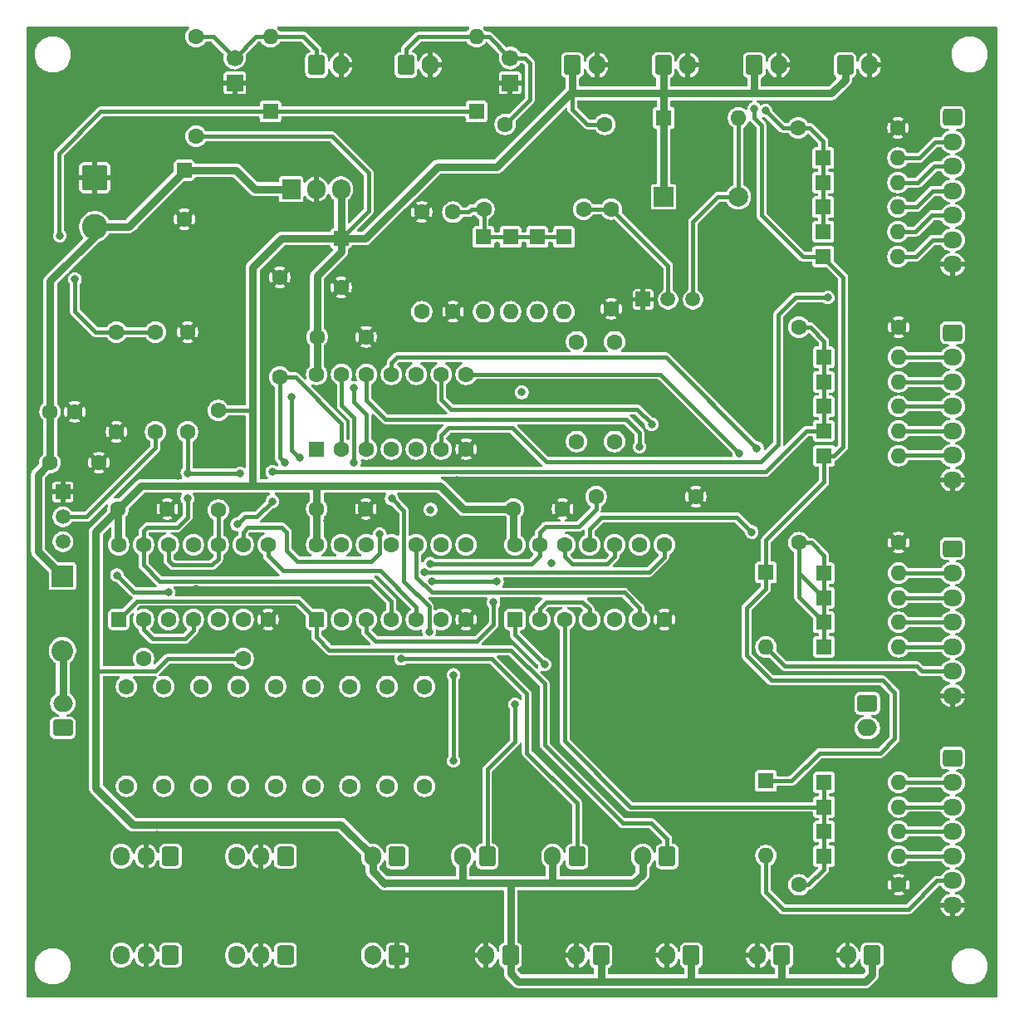
<source format=gbl>
%TF.GenerationSoftware,KiCad,Pcbnew,9.0.3*%
%TF.CreationDate,2025-08-27T16:44:28+03:00*%
%TF.ProjectId,Controller,436f6e74-726f-46c6-9c65-722e6b696361,1.0*%
%TF.SameCoordinates,Original*%
%TF.FileFunction,Copper,L2,Bot*%
%TF.FilePolarity,Positive*%
%FSLAX46Y46*%
G04 Gerber Fmt 4.6, Leading zero omitted, Abs format (unit mm)*
G04 Created by KiCad (PCBNEW 9.0.3) date 2025-08-27 16:44:28*
%MOMM*%
%LPD*%
G01*
G04 APERTURE LIST*
G04 Aperture macros list*
%AMRoundRect*
0 Rectangle with rounded corners*
0 $1 Rounding radius*
0 $2 $3 $4 $5 $6 $7 $8 $9 X,Y pos of 4 corners*
0 Add a 4 corners polygon primitive as box body*
4,1,4,$2,$3,$4,$5,$6,$7,$8,$9,$2,$3,0*
0 Add four circle primitives for the rounded corners*
1,1,$1+$1,$2,$3*
1,1,$1+$1,$4,$5*
1,1,$1+$1,$6,$7*
1,1,$1+$1,$8,$9*
0 Add four rect primitives between the rounded corners*
20,1,$1+$1,$2,$3,$4,$5,0*
20,1,$1+$1,$4,$5,$6,$7,0*
20,1,$1+$1,$6,$7,$8,$9,0*
20,1,$1+$1,$8,$9,$2,$3,0*%
G04 Aperture macros list end*
%TA.AperFunction,ComponentPad*%
%ADD10C,1.600000*%
%TD*%
%TA.AperFunction,ComponentPad*%
%ADD11RoundRect,0.250000X0.550000X-0.550000X0.550000X0.550000X-0.550000X0.550000X-0.550000X-0.550000X0*%
%TD*%
%TA.AperFunction,ComponentPad*%
%ADD12RoundRect,0.250000X0.750000X-0.600000X0.750000X0.600000X-0.750000X0.600000X-0.750000X-0.600000X0*%
%TD*%
%TA.AperFunction,ComponentPad*%
%ADD13O,2.000000X1.700000*%
%TD*%
%TA.AperFunction,ComponentPad*%
%ADD14R,1.905000X2.000000*%
%TD*%
%TA.AperFunction,ComponentPad*%
%ADD15O,1.905000X2.000000*%
%TD*%
%TA.AperFunction,ComponentPad*%
%ADD16RoundRect,0.250000X0.600000X0.750000X-0.600000X0.750000X-0.600000X-0.750000X0.600000X-0.750000X0*%
%TD*%
%TA.AperFunction,ComponentPad*%
%ADD17O,1.700000X2.000000*%
%TD*%
%TA.AperFunction,ComponentPad*%
%ADD18R,1.600000X1.600000*%
%TD*%
%TA.AperFunction,ComponentPad*%
%ADD19O,1.600000X1.600000*%
%TD*%
%TA.AperFunction,ComponentPad*%
%ADD20R,1.500000X1.500000*%
%TD*%
%TA.AperFunction,ComponentPad*%
%ADD21C,1.500000*%
%TD*%
%TA.AperFunction,ComponentPad*%
%ADD22RoundRect,0.250000X-0.725000X0.600000X-0.725000X-0.600000X0.725000X-0.600000X0.725000X0.600000X0*%
%TD*%
%TA.AperFunction,ComponentPad*%
%ADD23O,1.950000X1.700000*%
%TD*%
%TA.AperFunction,ComponentPad*%
%ADD24RoundRect,0.250000X0.600000X0.725000X-0.600000X0.725000X-0.600000X-0.725000X0.600000X-0.725000X0*%
%TD*%
%TA.AperFunction,ComponentPad*%
%ADD25O,1.700000X1.950000*%
%TD*%
%TA.AperFunction,ComponentPad*%
%ADD26RoundRect,0.250000X-1.050000X1.050000X-1.050000X-1.050000X1.050000X-1.050000X1.050000X1.050000X0*%
%TD*%
%TA.AperFunction,ComponentPad*%
%ADD27C,2.600000*%
%TD*%
%TA.AperFunction,ComponentPad*%
%ADD28RoundRect,0.250000X-0.600000X-0.750000X0.600000X-0.750000X0.600000X0.750000X-0.600000X0.750000X0*%
%TD*%
%TA.AperFunction,ComponentPad*%
%ADD29R,1.700000X1.700000*%
%TD*%
%TA.AperFunction,ComponentPad*%
%ADD30C,1.700000*%
%TD*%
%TA.AperFunction,ComponentPad*%
%ADD31RoundRect,0.250000X-0.550000X0.550000X-0.550000X-0.550000X0.550000X-0.550000X0.550000X0.550000X0*%
%TD*%
%TA.AperFunction,ComponentPad*%
%ADD32R,2.200000X2.200000*%
%TD*%
%TA.AperFunction,ComponentPad*%
%ADD33O,2.200000X2.200000*%
%TD*%
%TA.AperFunction,ComponentPad*%
%ADD34R,2.000000X2.000000*%
%TD*%
%TA.AperFunction,ComponentPad*%
%ADD35C,2.000000*%
%TD*%
%TA.AperFunction,ComponentPad*%
%ADD36RoundRect,0.250000X-0.750000X0.600000X-0.750000X-0.600000X0.750000X-0.600000X0.750000X0.600000X0*%
%TD*%
%TA.AperFunction,ViaPad*%
%ADD37C,0.800000*%
%TD*%
%TA.AperFunction,Conductor*%
%ADD38C,0.800000*%
%TD*%
%TA.AperFunction,Conductor*%
%ADD39C,0.400000*%
%TD*%
G04 APERTURE END LIST*
D10*
%TO.P,R8,1,+*%
%TO.N,Net-(R8-+)*%
X107278125Y-99345000D03*
%TO.P,R8,2,-*%
%TO.N,Net-(D10-A1)*%
X107278125Y-109505000D03*
%TD*%
%TO.P,R12,1,+*%
%TO.N,Net-(D11-K)*%
X132315000Y-50700000D03*
%TO.P,R12,2,-*%
%TO.N,Net-(Q1-B)*%
X142475000Y-50700000D03*
%TD*%
D11*
%TO.P,U2,1,~{R}*%
%TO.N,Net-(R20-+)*%
X135470000Y-92520000D03*
D10*
%TO.P,U2,2,D*%
%TO.N,Net-(R18--)*%
X138010000Y-92520000D03*
%TO.P,U2,3,C*%
%TO.N,Net-(D17-K)*%
X140550000Y-92520000D03*
%TO.P,U2,4,~{S}*%
%TO.N,Net-(R18--)*%
X143090000Y-92520000D03*
%TO.P,U2,5,Q*%
%TO.N,Net-(R22-+)*%
X145630000Y-92520000D03*
%TO.P,U2,6,~{Q}*%
%TO.N,Net-(U2A-~{Q})*%
X148170000Y-92520000D03*
%TO.P,U2,7,GND*%
%TO.N,GND*%
X150710000Y-92520000D03*
%TO.P,U2,8,~{Q}*%
%TO.N,Net-(U2B-~{Q})*%
X150710000Y-84900000D03*
%TO.P,U2,9,Q*%
%TO.N,Net-(R21-+)*%
X148170000Y-84900000D03*
%TO.P,U2,10,~{S}*%
%TO.N,Net-(R17--)*%
X145630000Y-84900000D03*
%TO.P,U2,11,C*%
%TO.N,Net-(D16-K)*%
X143090000Y-84900000D03*
%TO.P,U2,12,D*%
%TO.N,Net-(R17--)*%
X140550000Y-84900000D03*
%TO.P,U2,13,~{R}*%
%TO.N,Net-(R19-+)*%
X138010000Y-84900000D03*
%TO.P,U2,14,VCC*%
%TO.N,+5V*%
X135470000Y-84900000D03*
%TD*%
D12*
%TO.P,J19,1*%
%TO.N,+24V*%
X89400000Y-103575000D03*
D13*
%TO.P,J19,2*%
%TO.N,Net-(D30-A)*%
X89400000Y-101075000D03*
%TD*%
D14*
%TO.P,U5,1,IN*%
%TO.N,+24V*%
X112670000Y-48650000D03*
D15*
%TO.P,U5,2*%
%TO.N,GND*%
X115210000Y-48650000D03*
%TO.P,U5,3,OUT*%
%TO.N,+5V*%
X117750000Y-48650000D03*
%TD*%
D16*
%TO.P,J18,1*%
%TO.N,+5V*%
X135050000Y-126750000D03*
D17*
%TO.P,J18,2*%
%TO.N,GND*%
X132550000Y-126750000D03*
%TD*%
D10*
%TO.P,R3,1,+*%
%TO.N,+5V*%
X107780000Y-96520000D03*
%TO.P,R3,2,-*%
%TO.N,Net-(R3--)*%
X97620000Y-96520000D03*
%TD*%
D18*
%TO.P,D16,1,K*%
%TO.N,Net-(D16-K)*%
X166981667Y-87800666D03*
D19*
%TO.P,D16,2,A*%
%TO.N,Net-(D16-A)*%
X174601667Y-87800666D03*
%TD*%
D20*
%TO.P,Q1,1,E*%
%TO.N,GND*%
X148560000Y-59885000D03*
D21*
%TO.P,Q1,2,B*%
%TO.N,Net-(Q1-B)*%
X151100000Y-59885000D03*
%TO.P,Q1,3,C*%
%TO.N,Net-(D33-A)*%
X153640000Y-59885000D03*
%TD*%
D16*
%TO.P,J15,1*%
%TO.N,+5V*%
X171893750Y-126750000D03*
D17*
%TO.P,J15,2*%
%TO.N,GND*%
X169393750Y-126750000D03*
%TD*%
D10*
%TO.P,R25,1,+*%
%TO.N,Net-(D26-K)*%
X94875000Y-63220000D03*
%TO.P,R25,2,-*%
%TO.N,GND*%
X94875000Y-73380000D03*
%TD*%
D18*
%TO.P,D11,1,K*%
%TO.N,Net-(D11-K)*%
X135025000Y-53535000D03*
D19*
%TO.P,D11,2,A*%
%TO.N,BZ1*%
X135025000Y-61155000D03*
%TD*%
D22*
%TO.P,J6,1*%
%TO.N,Net-(R24-+)*%
X180100000Y-106650000D03*
D23*
%TO.P,J6,2*%
%TO.N,Net-(D17-A)*%
X180100000Y-109150000D03*
%TO.P,J6,3*%
%TO.N,Net-(D23-A)*%
X180100000Y-111650000D03*
%TO.P,J6,4*%
%TO.N,Net-(D20-A)*%
X180100000Y-114150000D03*
%TO.P,J6,5*%
%TO.N,Net-(D21-A)*%
X180100000Y-116650000D03*
%TO.P,J6,6*%
%TO.N,FN3*%
X180100000Y-119150000D03*
%TO.P,J6,7*%
%TO.N,GND*%
X180100000Y-121650000D03*
%TD*%
D10*
%TO.P,R19,1,+*%
%TO.N,Net-(R19-+)*%
X143764000Y-80010000D03*
%TO.P,R19,2,-*%
%TO.N,GND*%
X153924000Y-80010000D03*
%TD*%
D11*
%TO.P,U4,1*%
%TO.N,Net-(R7-+)*%
X115285000Y-75135000D03*
D10*
%TO.P,U4,2*%
%TO.N,Net-(R5-+)*%
X117825000Y-75135000D03*
%TO.P,U4,3*%
%TO.N,Net-(R9-+)*%
X120365000Y-75135000D03*
%TO.P,U4,4*%
%TO.N,Net-(R8-+)*%
X122905000Y-75135000D03*
%TO.P,U4,5*%
%TO.N,Net-(R6-+)*%
X125445000Y-75135000D03*
%TO.P,U4,6*%
%TO.N,Net-(R10-+)*%
X127985000Y-75135000D03*
%TO.P,U4,7,GND*%
%TO.N,GND*%
X130525000Y-75135000D03*
%TO.P,U4,8*%
%TO.N,Net-(R24-+)*%
X130525000Y-67515000D03*
%TO.P,U4,9*%
%TO.N,Net-(R22-+)*%
X127985000Y-67515000D03*
%TO.P,U4,10*%
%TO.N,Net-(R20-+)*%
X125445000Y-67515000D03*
%TO.P,U4,11*%
%TO.N,Net-(R23-+)*%
X122905000Y-67515000D03*
%TO.P,U4,12*%
%TO.N,Net-(R21-+)*%
X120365000Y-67515000D03*
%TO.P,U4,13*%
%TO.N,Net-(R19-+)*%
X117825000Y-67515000D03*
%TO.P,U4,14,VCC*%
%TO.N,+5V*%
X115285000Y-67515000D03*
%TD*%
%TO.P,R23,1,+*%
%TO.N,Net-(R23-+)*%
X118668750Y-99345000D03*
%TO.P,R23,2,-*%
%TO.N,Net-(D24-A2)*%
X118668750Y-109505000D03*
%TD*%
D18*
%TO.P,D17,1,K*%
%TO.N,Net-(D17-K)*%
X166990000Y-109125000D03*
D19*
%TO.P,D17,2,A*%
%TO.N,Net-(D17-A)*%
X174610000Y-109125000D03*
%TD*%
D18*
%TO.P,D13,1,K*%
%TO.N,Net-(D11-K)*%
X137750000Y-53535000D03*
D19*
%TO.P,D13,2,A*%
%TO.N,BZ3*%
X137750000Y-61155000D03*
%TD*%
D10*
%TO.P,R2,1,+*%
%TO.N,Net-(D2-K)*%
X164433333Y-62721167D03*
%TO.P,R2,2,-*%
%TO.N,GND*%
X174593333Y-62721167D03*
%TD*%
%TO.P,R10,1,+*%
%TO.N,Net-(R10-+)*%
X103481250Y-99345000D03*
%TO.P,R10,2,-*%
%TO.N,Net-(D10-A2)*%
X103481250Y-109505000D03*
%TD*%
D18*
%TO.P,D23,1,K*%
%TO.N,Net-(D17-K)*%
X166990000Y-111625000D03*
D19*
%TO.P,D23,2,A*%
%TO.N,Net-(D23-A)*%
X174610000Y-111625000D03*
%TD*%
D18*
%TO.P,D2,1,K*%
%TO.N,Net-(D2-K)*%
X166973333Y-65787834D03*
D19*
%TO.P,D2,2,A*%
%TO.N,Net-(D2-A)*%
X174593333Y-65787834D03*
%TD*%
D16*
%TO.P,J4,1*%
%TO.N,Net-(R6-+)*%
X141825000Y-116675000D03*
D17*
%TO.P,J4,2*%
%TO.N,+5V*%
X139325000Y-116675000D03*
%TD*%
D10*
%TO.P,R22,1,+*%
%TO.N,Net-(R22-+)*%
X95887500Y-99345000D03*
%TO.P,R22,2,-*%
%TO.N,Net-(D25-A1)*%
X95887500Y-109505000D03*
%TD*%
D18*
%TO.P,D29,1,K*%
%TO.N,Net-(D26-K)*%
X161075000Y-87715000D03*
D19*
%TO.P,D29,2,A*%
%TO.N,FN4*%
X161075000Y-95335000D03*
%TD*%
D20*
%TO.P,Q2,1,E*%
%TO.N,GND*%
X89400000Y-79520000D03*
D21*
%TO.P,Q2,2,B*%
%TO.N,Net-(Q2-B)*%
X89400000Y-82060000D03*
%TO.P,Q2,3,C*%
%TO.N,Net-(D30-A)*%
X89400000Y-84600000D03*
%TD*%
D10*
%TO.P,R6,1,+*%
%TO.N,Net-(R6-+)*%
X102108000Y-73406000D03*
%TO.P,R6,2,-*%
%TO.N,GND*%
X102108000Y-63246000D03*
%TD*%
D22*
%TO.P,J2,1*%
%TO.N,Net-(R10-+)*%
X180108333Y-63296167D03*
D23*
%TO.P,J2,2*%
%TO.N,Net-(D2-A)*%
X180108333Y-65796167D03*
%TO.P,J2,3*%
%TO.N,Net-(D8-A)*%
X180108333Y-68296167D03*
%TO.P,J2,4*%
%TO.N,Net-(D5-A)*%
X180108333Y-70796167D03*
%TO.P,J2,5*%
%TO.N,Net-(D6-A)*%
X180108333Y-73296167D03*
%TO.P,J2,6*%
%TO.N,FN2*%
X180108333Y-75796167D03*
%TO.P,J2,7*%
%TO.N,GND*%
X180108333Y-78296167D03*
%TD*%
D10*
%TO.P,R18,1,+*%
%TO.N,+5V*%
X141780000Y-64210000D03*
%TO.P,R18,2,-*%
%TO.N,Net-(R18--)*%
X141780000Y-74370000D03*
%TD*%
D18*
%TO.P,D4,1,K*%
%TO.N,Net-(D1-K)*%
X166915000Y-52975000D03*
D19*
%TO.P,D4,2,A*%
%TO.N,Net-(D4-A)*%
X174535000Y-52975000D03*
%TD*%
D24*
%TO.P,D10,1,A1*%
%TO.N,Net-(D10-A1)*%
X100375000Y-116675000D03*
D25*
%TO.P,D10,2,K*%
%TO.N,GND*%
X97875000Y-116675000D03*
%TO.P,D10,3,A2*%
%TO.N,Net-(D10-A2)*%
X95375000Y-116675000D03*
%TD*%
D18*
%TO.P,D22,1,K*%
%TO.N,Net-(D16-K)*%
X166981667Y-90300666D03*
D19*
%TO.P,D22,2,A*%
%TO.N,Net-(D22-A)*%
X174601667Y-90300666D03*
%TD*%
D26*
%TO.P,J7,1*%
%TO.N,GND*%
X92657500Y-47475000D03*
D27*
%TO.P,J7,2*%
%TO.N,+24V*%
X92657500Y-52475000D03*
%TD*%
D18*
%TO.P,D21,1,K*%
%TO.N,Net-(D17-K)*%
X166990000Y-116625000D03*
D19*
%TO.P,D21,2,A*%
%TO.N,Net-(D21-A)*%
X174610000Y-116625000D03*
%TD*%
D10*
%TO.P,R16,1,+*%
%TO.N,Net-(D17-K)*%
X164450000Y-119575000D03*
%TO.P,R16,2,-*%
%TO.N,GND*%
X174610000Y-119575000D03*
%TD*%
D11*
%TO.P,U3,1*%
%TO.N,Net-(R5-+)*%
X115270000Y-92520000D03*
D10*
%TO.P,U3,2*%
%TO.N,Net-(U1A-~{Q})*%
X117810000Y-92520000D03*
%TO.P,U3,3*%
%TO.N,BZ1*%
X120350000Y-92520000D03*
%TO.P,U3,4*%
%TO.N,Net-(R6-+)*%
X122890000Y-92520000D03*
%TO.P,U3,5*%
%TO.N,Net-(U1B-~{Q})*%
X125430000Y-92520000D03*
%TO.P,U3,6*%
%TO.N,BZ2*%
X127970000Y-92520000D03*
%TO.P,U3,7,GND*%
%TO.N,GND*%
X130510000Y-92520000D03*
%TO.P,U3,8*%
%TO.N,BZ3*%
X130510000Y-84900000D03*
%TO.P,U3,9*%
%TO.N,Net-(R20-+)*%
X127970000Y-84900000D03*
%TO.P,U3,10*%
%TO.N,Net-(U2A-~{Q})*%
X125430000Y-84900000D03*
%TO.P,U3,11*%
%TO.N,BZ4*%
X122890000Y-84900000D03*
%TO.P,U3,12*%
%TO.N,Net-(R19-+)*%
X120350000Y-84900000D03*
%TO.P,U3,13*%
%TO.N,Net-(U2B-~{Q})*%
X117810000Y-84900000D03*
%TO.P,U3,14,VCC*%
%TO.N,+5V*%
X115270000Y-84900000D03*
%TD*%
%TO.P,R21,1,+*%
%TO.N,Net-(R21-+)*%
X122465625Y-99345000D03*
%TO.P,R21,2,-*%
%TO.N,Net-(D24-A1)*%
X122465625Y-109505000D03*
%TD*%
%TO.P,R4,1,+*%
%TO.N,+5V*%
X105250000Y-71220000D03*
%TO.P,R4,2,-*%
%TO.N,Net-(R4--)*%
X105250000Y-81380000D03*
%TD*%
D18*
%TO.P,D27,1,K*%
%TO.N,Net-(D26-K)*%
X166990000Y-75825000D03*
D19*
%TO.P,D27,2,A*%
%TO.N,FN2*%
X174610000Y-75825000D03*
%TD*%
D10*
%TO.P,R7,1,+*%
%TO.N,Net-(R7-+)*%
X114871875Y-99345000D03*
%TO.P,R7,2,-*%
%TO.N,Net-(D9-A1)*%
X114871875Y-109505000D03*
%TD*%
D28*
%TO.P,J10,1*%
%TO.N,+5V*%
X169143750Y-36000000D03*
D17*
%TO.P,J10,2*%
%TO.N,GND*%
X171643750Y-36000000D03*
%TD*%
D10*
%TO.P,R28,1,+*%
%TO.N,+5V*%
X144655000Y-42050000D03*
%TO.P,R28,2,-*%
%TO.N,Net-(D31-A)*%
X134495000Y-42050000D03*
%TD*%
%TO.P,R27,1,+*%
%TO.N,+5V*%
X102975000Y-43265000D03*
%TO.P,R27,2,-*%
%TO.N,Net-(D32-A)*%
X102975000Y-33105000D03*
%TD*%
D18*
%TO.P,D8,1,K*%
%TO.N,Net-(D2-K)*%
X166973333Y-68287834D03*
D19*
%TO.P,D8,2,A*%
%TO.N,Net-(D8-A)*%
X174593333Y-68287834D03*
%TD*%
D28*
%TO.P,J11,1*%
%TO.N,+5V*%
X159875000Y-36000000D03*
D17*
%TO.P,J11,2*%
%TO.N,GND*%
X162375000Y-36000000D03*
%TD*%
D28*
%TO.P,J21,1*%
%TO.N,Net-(D32-A)*%
X115250000Y-36000000D03*
D17*
%TO.P,J21,2*%
%TO.N,GND*%
X117750000Y-36000000D03*
%TD*%
D18*
%TO.P,D20,1,K*%
%TO.N,Net-(D17-K)*%
X166990000Y-114125000D03*
D19*
%TO.P,D20,2,A*%
%TO.N,Net-(D20-A)*%
X174610000Y-114125000D03*
%TD*%
D29*
%TO.P,JP2,1*%
%TO.N,GND*%
X135000000Y-37800000D03*
D30*
%TO.P,JP2,2*%
%TO.N,Net-(D31-A)*%
X135000000Y-35260000D03*
%TD*%
D31*
%TO.P,C6,1,+*%
%TO.N,+5V*%
X117750000Y-53675000D03*
D10*
%TO.P,C6,2,-*%
%TO.N,GND*%
X117750000Y-58675000D03*
%TD*%
D18*
%TO.P,D31,1,K*%
%TO.N,Net-(D26-K)*%
X131550000Y-40725000D03*
D19*
%TO.P,D31,2,A*%
%TO.N,Net-(D31-A)*%
X131550000Y-33105000D03*
%TD*%
D16*
%TO.P,D15,1*%
%TO.N,GND*%
X123475000Y-126750000D03*
D17*
%TO.P,D15,2*%
%TO.N,Net-(R14--)*%
X120975000Y-126750000D03*
%TD*%
D18*
%TO.P,D5,1,K*%
%TO.N,Net-(D2-K)*%
X166973333Y-70787834D03*
D19*
%TO.P,D5,2,A*%
%TO.N,Net-(D5-A)*%
X174593333Y-70787834D03*
%TD*%
D18*
%TO.P,D7,1,K*%
%TO.N,Net-(D1-K)*%
X166915000Y-47975000D03*
D19*
%TO.P,D7,2,A*%
%TO.N,Net-(D7-A)*%
X174535000Y-47975000D03*
%TD*%
D16*
%TO.P,J8,1*%
%TO.N,Net-(R19-+)*%
X123475000Y-116675000D03*
D17*
%TO.P,J8,2*%
%TO.N,+5V*%
X120975000Y-116675000D03*
%TD*%
D10*
%TO.P,R5,1,+*%
%TO.N,Net-(R5-+)*%
X111506000Y-67818000D03*
%TO.P,R5,2,-*%
%TO.N,GND*%
X111506000Y-57658000D03*
%TD*%
D32*
%TO.P,D30,1,K*%
%TO.N,+24V*%
X89350000Y-88090000D03*
D33*
%TO.P,D30,2,A*%
%TO.N,Net-(D30-A)*%
X89350000Y-95710000D03*
%TD*%
D16*
%TO.P,J16,1*%
%TO.N,+5V*%
X162682813Y-126750000D03*
D17*
%TO.P,J16,2*%
%TO.N,GND*%
X160182813Y-126750000D03*
%TD*%
D18*
%TO.P,D32,1,K*%
%TO.N,Net-(D26-K)*%
X110550000Y-40725000D03*
D19*
%TO.P,D32,2,A*%
%TO.N,Net-(D32-A)*%
X110550000Y-33105000D03*
%TD*%
D24*
%TO.P,D25,1,A1*%
%TO.N,Net-(D25-A1)*%
X100375000Y-126750000D03*
D25*
%TO.P,D25,2,K*%
%TO.N,GND*%
X97875000Y-126750000D03*
%TO.P,D25,3,A2*%
%TO.N,Net-(D25-A2)*%
X95375000Y-126750000D03*
%TD*%
D11*
%TO.P,U1,1,~{R}*%
%TO.N,Net-(R5-+)*%
X95080000Y-92520000D03*
D10*
%TO.P,U1,2,D*%
%TO.N,Net-(R3--)*%
X97620000Y-92520000D03*
%TO.P,U1,3,C*%
%TO.N,Net-(D1-K)*%
X100160000Y-92520000D03*
%TO.P,U1,4,~{S}*%
%TO.N,Net-(R3--)*%
X102700000Y-92520000D03*
%TO.P,U1,5,Q*%
%TO.N,Net-(R7-+)*%
X105240000Y-92520000D03*
%TO.P,U1,6,~{Q}*%
%TO.N,Net-(U1A-~{Q})*%
X107780000Y-92520000D03*
%TO.P,U1,7,GND*%
%TO.N,GND*%
X110320000Y-92520000D03*
%TO.P,U1,8,~{Q}*%
%TO.N,Net-(U1B-~{Q})*%
X110320000Y-84900000D03*
%TO.P,U1,9,Q*%
%TO.N,Net-(R8-+)*%
X107780000Y-84900000D03*
%TO.P,U1,10,~{S}*%
%TO.N,Net-(R4--)*%
X105240000Y-84900000D03*
%TO.P,U1,11,C*%
%TO.N,Net-(D2-K)*%
X102700000Y-84900000D03*
%TO.P,U1,12,D*%
%TO.N,Net-(R4--)*%
X100160000Y-84900000D03*
%TO.P,U1,13,~{R}*%
%TO.N,Net-(R6-+)*%
X97620000Y-84900000D03*
%TO.P,U1,14,VCC*%
%TO.N,+5V*%
X95080000Y-84900000D03*
%TD*%
%TO.P,C8,1,+*%
%TO.N,+24V*%
X88075000Y-76550000D03*
%TO.P,C8,2,-*%
%TO.N,GND*%
X93075000Y-76550000D03*
%TD*%
D18*
%TO.P,D18,1,K*%
%TO.N,Net-(D16-K)*%
X166981667Y-92800666D03*
D19*
%TO.P,D18,2,A*%
%TO.N,Net-(D18-A)*%
X174601667Y-92800666D03*
%TD*%
D29*
%TO.P,JP1,1*%
%TO.N,GND*%
X106925000Y-37800000D03*
D30*
%TO.P,JP1,2*%
%TO.N,Net-(D32-A)*%
X106925000Y-35260000D03*
%TD*%
D10*
%TO.P,R26,1,+*%
%TO.N,Net-(D26-K)*%
X98850000Y-63220000D03*
%TO.P,R26,2,-*%
%TO.N,Net-(Q2-B)*%
X98850000Y-73380000D03*
%TD*%
D24*
%TO.P,D24,1,A1*%
%TO.N,Net-(D24-A1)*%
X112100000Y-126750000D03*
D25*
%TO.P,D24,2,K*%
%TO.N,GND*%
X109600000Y-126750000D03*
%TO.P,D24,3,A2*%
%TO.N,Net-(D24-A2)*%
X107100000Y-126750000D03*
%TD*%
D28*
%TO.P,J13,1*%
%TO.N,+5V*%
X141337500Y-36000000D03*
D17*
%TO.P,J13,2*%
%TO.N,GND*%
X143837500Y-36000000D03*
%TD*%
D16*
%TO.P,J3,1*%
%TO.N,Net-(R5-+)*%
X151000000Y-116675000D03*
D17*
%TO.P,J3,2*%
%TO.N,+5V*%
X148500000Y-116675000D03*
%TD*%
D18*
%TO.P,D14,1,K*%
%TO.N,Net-(D11-K)*%
X132300000Y-53535000D03*
D19*
%TO.P,D14,2,A*%
%TO.N,BZ4*%
X132300000Y-61155000D03*
%TD*%
D16*
%TO.P,J17,1*%
%TO.N,+5V*%
X144260938Y-126750000D03*
D17*
%TO.P,J17,2*%
%TO.N,GND*%
X141760938Y-126750000D03*
%TD*%
D10*
%TO.P,R14,1,+*%
%TO.N,+5V*%
X126262500Y-99345000D03*
%TO.P,R14,2,-*%
%TO.N,Net-(R14--)*%
X126262500Y-109505000D03*
%TD*%
D22*
%TO.P,J5,1*%
%TO.N,Net-(R23-+)*%
X180116667Y-85292333D03*
D23*
%TO.P,J5,2*%
%TO.N,Net-(D16-A)*%
X180116667Y-87792333D03*
%TO.P,J5,3*%
%TO.N,Net-(D22-A)*%
X180116667Y-90292333D03*
%TO.P,J5,4*%
%TO.N,Net-(D18-A)*%
X180116667Y-92792333D03*
%TO.P,J5,5*%
%TO.N,Net-(D19-A)*%
X180116667Y-95292333D03*
%TO.P,J5,6*%
%TO.N,FN4*%
X180116667Y-97792333D03*
%TO.P,J5,7*%
%TO.N,GND*%
X180116667Y-100292333D03*
%TD*%
D10*
%TO.P,C4,1,+*%
%TO.N,+5V*%
X115285000Y-81250000D03*
%TO.P,C4,2,-*%
%TO.N,GND*%
X120285000Y-81250000D03*
%TD*%
D16*
%TO.P,J14,1*%
%TO.N,+5V*%
X153471875Y-126750000D03*
D17*
%TO.P,J14,2*%
%TO.N,GND*%
X150971875Y-126750000D03*
%TD*%
D10*
%TO.P,R11,1,+*%
%TO.N,Net-(D11-K)*%
X129175000Y-50995000D03*
%TO.P,R11,2,-*%
%TO.N,GND*%
X129175000Y-61155000D03*
%TD*%
D34*
%TO.P,BZ1,1*%
%TO.N,+5V*%
X150650000Y-49425000D03*
D35*
%TO.P,BZ1,2*%
%TO.N,Net-(D33-A)*%
X158250000Y-49425000D03*
%TD*%
D22*
%TO.P,J1,1*%
%TO.N,Net-(R9-+)*%
X180100000Y-41325000D03*
D23*
%TO.P,J1,2*%
%TO.N,Net-(D1-A)*%
X180100000Y-43825000D03*
%TO.P,J1,3*%
%TO.N,Net-(D7-A)*%
X180100000Y-46325000D03*
%TO.P,J1,4*%
%TO.N,Net-(D3-A)*%
X180100000Y-48825000D03*
%TO.P,J1,5*%
%TO.N,Net-(D4-A)*%
X180100000Y-51325000D03*
%TO.P,J1,6*%
%TO.N,FN1*%
X180100000Y-53825000D03*
%TO.P,J1,7*%
%TO.N,GND*%
X180100000Y-56325000D03*
%TD*%
D10*
%TO.P,R20,1,+*%
%TO.N,Net-(R20-+)*%
X125984000Y-61155000D03*
%TO.P,R20,2,-*%
%TO.N,GND*%
X125984000Y-50995000D03*
%TD*%
%TO.P,C3,1,+*%
%TO.N,+5V*%
X115300000Y-63700000D03*
%TO.P,C3,2,-*%
%TO.N,GND*%
X120300000Y-63700000D03*
%TD*%
%TO.P,R9,1,+*%
%TO.N,Net-(R9-+)*%
X111075000Y-99345000D03*
%TO.P,R9,2,-*%
%TO.N,Net-(D9-A2)*%
X111075000Y-109505000D03*
%TD*%
D18*
%TO.P,D26,1,K*%
%TO.N,Net-(D26-K)*%
X166915000Y-55525000D03*
D19*
%TO.P,D26,2,A*%
%TO.N,FN1*%
X174535000Y-55525000D03*
%TD*%
D10*
%TO.P,C7,1,+*%
%TO.N,+24V*%
X88100000Y-71325000D03*
%TO.P,C7,2,-*%
%TO.N,GND*%
X90600000Y-71325000D03*
%TD*%
D28*
%TO.P,J12,1*%
%TO.N,+5V*%
X150606250Y-36000000D03*
D17*
%TO.P,J12,2*%
%TO.N,GND*%
X153106250Y-36000000D03*
%TD*%
D18*
%TO.P,D6,1,K*%
%TO.N,Net-(D2-K)*%
X166973333Y-73287834D03*
D19*
%TO.P,D6,2,A*%
%TO.N,Net-(D6-A)*%
X174593333Y-73287834D03*
%TD*%
D10*
%TO.P,C1,1,+*%
%TO.N,+5V*%
X95050000Y-81250000D03*
%TO.P,C1,2,-*%
%TO.N,GND*%
X100050000Y-81250000D03*
%TD*%
%TO.P,R1,1,+*%
%TO.N,Net-(D1-K)*%
X164375000Y-42400000D03*
%TO.P,R1,2,-*%
%TO.N,GND*%
X174535000Y-42400000D03*
%TD*%
%TO.P,C2,1,+*%
%TO.N,+5V*%
X135350000Y-81250000D03*
%TO.P,C2,2,-*%
%TO.N,GND*%
X140350000Y-81250000D03*
%TD*%
D18*
%TO.P,D33,1,K*%
%TO.N,+5V*%
X150670000Y-41370000D03*
D19*
%TO.P,D33,2,A*%
%TO.N,Net-(D33-A)*%
X158290000Y-41370000D03*
%TD*%
D18*
%TO.P,D1,1,K*%
%TO.N,Net-(D1-K)*%
X166915000Y-45475000D03*
D19*
%TO.P,D1,2,A*%
%TO.N,Net-(D1-A)*%
X174535000Y-45475000D03*
%TD*%
D24*
%TO.P,D9,1,A1*%
%TO.N,Net-(D9-A1)*%
X112100000Y-116675000D03*
D25*
%TO.P,D9,2,K*%
%TO.N,GND*%
X109600000Y-116675000D03*
%TO.P,D9,3,A2*%
%TO.N,Net-(D9-A2)*%
X107100000Y-116675000D03*
%TD*%
D31*
%TO.P,C5,1,+*%
%TO.N,+24V*%
X101775000Y-46722349D03*
D10*
%TO.P,C5,2,-*%
%TO.N,GND*%
X101775000Y-51722349D03*
%TD*%
D18*
%TO.P,D28,1,K*%
%TO.N,Net-(D26-K)*%
X161075000Y-108990000D03*
D19*
%TO.P,D28,2,A*%
%TO.N,FN3*%
X161075000Y-116610000D03*
%TD*%
D18*
%TO.P,D19,1,K*%
%TO.N,Net-(D16-K)*%
X166981667Y-95300666D03*
D19*
%TO.P,D19,2,A*%
%TO.N,Net-(D19-A)*%
X174601667Y-95300666D03*
%TD*%
D10*
%TO.P,R24,1,+*%
%TO.N,Net-(R24-+)*%
X99684375Y-99345000D03*
%TO.P,R24,2,-*%
%TO.N,Net-(D25-A2)*%
X99684375Y-109505000D03*
%TD*%
D18*
%TO.P,D3,1,K*%
%TO.N,Net-(D1-K)*%
X166915000Y-50475000D03*
D19*
%TO.P,D3,2,A*%
%TO.N,Net-(D3-A)*%
X174535000Y-50475000D03*
%TD*%
D18*
%TO.P,D12,1,K*%
%TO.N,Net-(D11-K)*%
X140475000Y-53535000D03*
D19*
%TO.P,D12,2,A*%
%TO.N,BZ2*%
X140475000Y-61155000D03*
%TD*%
D10*
%TO.P,R13,1,+*%
%TO.N,Net-(Q1-B)*%
X145300000Y-50670000D03*
%TO.P,R13,2,-*%
%TO.N,GND*%
X145300000Y-60830000D03*
%TD*%
D28*
%TO.P,J22,1*%
%TO.N,Net-(D31-A)*%
X124375000Y-36000000D03*
D17*
%TO.P,J22,2*%
%TO.N,GND*%
X126875000Y-36000000D03*
%TD*%
D16*
%TO.P,J9,1*%
%TO.N,Net-(R20-+)*%
X132650000Y-116675000D03*
D17*
%TO.P,J9,2*%
%TO.N,+5V*%
X130150000Y-116675000D03*
%TD*%
D10*
%TO.P,R15,1,+*%
%TO.N,Net-(D16-K)*%
X164441667Y-84692333D03*
%TO.P,R15,2,-*%
%TO.N,GND*%
X174601667Y-84692333D03*
%TD*%
%TO.P,R17,1,+*%
%TO.N,+5V*%
X145630000Y-64210000D03*
%TO.P,R17,2,-*%
%TO.N,Net-(R17--)*%
X145630000Y-74370000D03*
%TD*%
D36*
%TO.P,J20,1*%
%TO.N,+24V*%
X171400000Y-101075000D03*
D13*
%TO.P,J20,2*%
%TO.N,Net-(D30-A)*%
X171400000Y-103575000D03*
%TD*%
D37*
%TO.N,*%
X136180000Y-69350000D03*
X126880000Y-81310000D03*
X139210000Y-86740000D03*
%TO.N,Net-(D1-K)*%
X100150000Y-89700000D03*
X161020000Y-40630000D03*
X94910000Y-88000000D03*
%TO.N,Net-(D2-K)*%
X110744000Y-77470000D03*
X110750000Y-80470000D03*
X107176000Y-82816000D03*
%TO.N,Net-(D16-K)*%
X159625000Y-83600000D03*
%TO.N,GND*%
X183326671Y-46373191D03*
X139633831Y-32957444D03*
X116410000Y-90130000D03*
X118930000Y-82240000D03*
X108940903Y-37146655D03*
X172484161Y-88376721D03*
X164598791Y-49491075D03*
X163763115Y-51426022D03*
X146981472Y-32881203D03*
X104420235Y-37655144D03*
X161016455Y-57071775D03*
X101898730Y-121759623D03*
X92728242Y-66905410D03*
X182418780Y-84129988D03*
X184123840Y-50188135D03*
X170152220Y-48570820D03*
X158985528Y-88108099D03*
X108651586Y-107798329D03*
X153589327Y-124375567D03*
X94733539Y-60972504D03*
X150810129Y-98924123D03*
X161308524Y-55087755D03*
X135980000Y-75300000D03*
X151031366Y-106623648D03*
X156907075Y-125725874D03*
X153939393Y-41979531D03*
X133490000Y-94680000D03*
X160751981Y-80847669D03*
X148380498Y-62766523D03*
X145951708Y-98676989D03*
X89868858Y-91808303D03*
X100163335Y-38630528D03*
X173150467Y-34563816D03*
X95580000Y-75540000D03*
X146680071Y-96357869D03*
X182687536Y-95500784D03*
X86549354Y-97611479D03*
X97206733Y-118859694D03*
X170015311Y-80946846D03*
X100161174Y-118958826D03*
X123878360Y-61190582D03*
X139076732Y-36135117D03*
X159567559Y-105746007D03*
X120265491Y-42815526D03*
X167303214Y-32999219D03*
X158499430Y-59325422D03*
X143185807Y-62040393D03*
X174740526Y-36784849D03*
X156410048Y-121903492D03*
X96856750Y-33599500D03*
X156912524Y-96036357D03*
X168243733Y-81889327D03*
X98003878Y-35692526D03*
X173965570Y-32726231D03*
X155986880Y-59634548D03*
X86345080Y-46132398D03*
X152878940Y-96386886D03*
X141718382Y-47041594D03*
X95826712Y-49690452D03*
X93060506Y-58684312D03*
X183797668Y-122682743D03*
X157574683Y-36491702D03*
X133055435Y-130460317D03*
X156674053Y-115922987D03*
X155204635Y-109114952D03*
X129839772Y-38124619D03*
X174307666Y-126443506D03*
X178780000Y-125920000D03*
X124850000Y-69640000D03*
X125146235Y-128231272D03*
X156972879Y-93336075D03*
X152601267Y-89567685D03*
X87042363Y-55583016D03*
X140099615Y-49995384D03*
X96205934Y-38192995D03*
X86777587Y-52858832D03*
X156420325Y-88408686D03*
X150633347Y-90388032D03*
X98250000Y-81560000D03*
X171152739Y-44988554D03*
X108029377Y-118832643D03*
X168932284Y-44046117D03*
X104217252Y-67506680D03*
X129020000Y-63760000D03*
X148562851Y-95240896D03*
X87867287Y-41127843D03*
X95241548Y-57625579D03*
X182786941Y-69722274D03*
X164539221Y-33558106D03*
X140928182Y-122188865D03*
X182348421Y-81970512D03*
X158436940Y-67830426D03*
X131637124Y-35734013D03*
X127988941Y-49275681D03*
X153900839Y-65957793D03*
X143405295Y-53621031D03*
X170667325Y-119803237D03*
X147947850Y-126136672D03*
X131175049Y-124537828D03*
X130603375Y-122543302D03*
X183613196Y-101537839D03*
X91610000Y-130440000D03*
X106102599Y-120544713D03*
X146827188Y-106174549D03*
X119854355Y-35411421D03*
X170688640Y-32859134D03*
X127641803Y-115952690D03*
X113282996Y-51255830D03*
X138808302Y-121510174D03*
X177847855Y-124289787D03*
X113310000Y-81450000D03*
X156069911Y-118044440D03*
X112258581Y-63581622D03*
X122268449Y-33467581D03*
X126710000Y-76390000D03*
X148860053Y-98447546D03*
X159883178Y-69321799D03*
X94647213Y-70369525D03*
X153823486Y-62139647D03*
X139473997Y-113965633D03*
X132360000Y-92630000D03*
X124159944Y-123820575D03*
X171978875Y-63067971D03*
X154830706Y-94909456D03*
X119549309Y-107707309D03*
X105040000Y-73570000D03*
X159763344Y-62737246D03*
X113353273Y-56464065D03*
X100420000Y-74960000D03*
X109904316Y-129012611D03*
X99933587Y-33053008D03*
X172914523Y-117762396D03*
X178019873Y-79625758D03*
X106268679Y-68298838D03*
X87797788Y-107663777D03*
X99941079Y-121216077D03*
X117927051Y-127247359D03*
X170856213Y-124314276D03*
X100219283Y-123222721D03*
X183590637Y-108694185D03*
X182125660Y-75724164D03*
X182738453Y-63013250D03*
X93052661Y-56164264D03*
X99776768Y-60808260D03*
X118545328Y-33684222D03*
X135612868Y-113515179D03*
X164504062Y-114917427D03*
X146005276Y-58705722D03*
X94907979Y-120558984D03*
X182102212Y-51058973D03*
X170627350Y-42685245D03*
X183678584Y-113963848D03*
X179963548Y-123994938D03*
X117210000Y-97070000D03*
X172701567Y-49420205D03*
X172137346Y-94347804D03*
X93774653Y-33894315D03*
X155582015Y-123905691D03*
X136110436Y-109449339D03*
X88137482Y-123115034D03*
X131932272Y-38393364D03*
X111176549Y-50847911D03*
X164399913Y-95193233D03*
X131134447Y-48440592D03*
X151708744Y-72098829D03*
X157640912Y-34431295D03*
X174941784Y-124498270D03*
X169937438Y-53927095D03*
X160181948Y-66008692D03*
X132777252Y-122445033D03*
X150434559Y-124683934D03*
X95037096Y-54833458D03*
X118880000Y-80340000D03*
X106200000Y-86930000D03*
X97539625Y-43547481D03*
X115677224Y-125804390D03*
X183515797Y-106419673D03*
X100076654Y-67888010D03*
X156653725Y-61764669D03*
X87574850Y-117127642D03*
X154826981Y-32885593D03*
X101060000Y-80030000D03*
X157885385Y-98827356D03*
X179914165Y-82180167D03*
X157873952Y-123291124D03*
X137268559Y-123071470D03*
X98595554Y-45834593D03*
X178766567Y-39281601D03*
X101080000Y-77850000D03*
X164000902Y-117123757D03*
X109038958Y-51018193D03*
X184154441Y-85438706D03*
X150722584Y-33756377D03*
X170748679Y-75949118D03*
X98342674Y-37723747D03*
X143218295Y-94558958D03*
X172247706Y-91010094D03*
X172648109Y-70320675D03*
X154625475Y-86272600D03*
X172520816Y-51746793D03*
X92489824Y-72875792D03*
X106069802Y-55370060D03*
X148784892Y-50710384D03*
X164498275Y-36191093D03*
X169408948Y-115925197D03*
X130360000Y-90660000D03*
X171319984Y-38152483D03*
X103846529Y-59333143D03*
X102490131Y-124191941D03*
X172483571Y-46911986D03*
X182936096Y-120244074D03*
X141331792Y-58674732D03*
X183149122Y-98379530D03*
X126473777Y-125906499D03*
X164497040Y-47077764D03*
X105898769Y-118488446D03*
X89266774Y-110113421D03*
X152740398Y-93596091D03*
X120650000Y-90260000D03*
X113560000Y-85060000D03*
X156561007Y-113748085D03*
X130018600Y-113095098D03*
X152930030Y-47008721D03*
X123416481Y-129998165D03*
X95224182Y-47543710D03*
X112730000Y-92550000D03*
X134696216Y-110865617D03*
X142597082Y-98067392D03*
X178277641Y-34532669D03*
X151961685Y-63205609D03*
X126514269Y-53708825D03*
X122017664Y-35729063D03*
X171418211Y-67853314D03*
X129791370Y-128828502D03*
X110234289Y-119030584D03*
X98960000Y-114490000D03*
X174615144Y-57531116D03*
X123750000Y-63620000D03*
X171847320Y-86268732D03*
X99676907Y-53533888D03*
X104237503Y-126643426D03*
X177598096Y-99901280D03*
X158657044Y-117483951D03*
X109850000Y-96530000D03*
X111536993Y-65529038D03*
X97317852Y-56411920D03*
X178008102Y-63411743D03*
X94011841Y-65245040D03*
X163980154Y-125213266D03*
X92279318Y-50094591D03*
X162319484Y-33099690D03*
X144784809Y-122862602D03*
X137496531Y-111101253D03*
X144115361Y-114006034D03*
X156322114Y-67998607D03*
X166562647Y-125888321D03*
X160582363Y-59280380D03*
X122070000Y-81180000D03*
X101228427Y-44264008D03*
X109782801Y-124172356D03*
X171040610Y-64899169D03*
X140172672Y-42694604D03*
X135716185Y-58671033D03*
X164716543Y-70975839D03*
X183203961Y-77870312D03*
X162737598Y-113675884D03*
X152072552Y-109382215D03*
X110850000Y-81930000D03*
X99813880Y-65583786D03*
X91862595Y-45345427D03*
X86821512Y-110201778D03*
X169720576Y-112811570D03*
X156146971Y-55356351D03*
X102465697Y-61228751D03*
X112480274Y-129634271D03*
X147693539Y-35780561D03*
X91374420Y-38935402D03*
X155228863Y-35925165D03*
X97041625Y-101244711D03*
X88793738Y-113345261D03*
X158502304Y-55821954D03*
X175736163Y-128372745D03*
X110180000Y-87460000D03*
X183293186Y-39314953D03*
X121876084Y-128700794D03*
X163311484Y-45280812D03*
X166758267Y-35894220D03*
X86916522Y-43654068D03*
X130124449Y-54118835D03*
X102033869Y-58207196D03*
X145581504Y-94609364D03*
X138868714Y-59291499D03*
X128375191Y-52878453D03*
X181184141Y-38222729D03*
X103766936Y-118826920D03*
X181918901Y-91599277D03*
X153047297Y-117917508D03*
X105890000Y-66220000D03*
X104978717Y-122513052D03*
X138225261Y-48083985D03*
X172839705Y-43622251D03*
X150922538Y-95270861D03*
X154428444Y-116044069D03*
X158943858Y-79558283D03*
X177859271Y-130405439D03*
X129540000Y-78330000D03*
X154879712Y-98121744D03*
X182431090Y-42035781D03*
X182276492Y-44663646D03*
X90571978Y-65527943D03*
X131650305Y-42824335D03*
X101129483Y-101269311D03*
X171924725Y-83717366D03*
X110350000Y-69690000D03*
X153485967Y-122163322D03*
X183383558Y-54183777D03*
X86410254Y-48252890D03*
X176360190Y-125931529D03*
X147114384Y-123322341D03*
X157592453Y-106585080D03*
X142420365Y-33504780D03*
X157081677Y-85343797D03*
X101762883Y-70371257D03*
X91530404Y-68989707D03*
X169086145Y-118472841D03*
X97431477Y-122102525D03*
X144821129Y-47639854D03*
X103214456Y-128986748D03*
X153340981Y-119960830D03*
X147670678Y-42442762D03*
X170747991Y-108883886D03*
X182513364Y-117008445D03*
X105091522Y-100870270D03*
X149737589Y-120270298D03*
X156924461Y-52593465D03*
X149732250Y-109416726D03*
X93661848Y-43472479D03*
X124260230Y-53086574D03*
X104621080Y-62910709D03*
X183317203Y-93238281D03*
X169436200Y-46201901D03*
X87053999Y-114362891D03*
X162948555Y-92961553D03*
X114430000Y-95410000D03*
X146960000Y-79890000D03*
X102008863Y-36674774D03*
X115590812Y-38366749D03*
X175789619Y-33878658D03*
X148641206Y-107406570D03*
X183130127Y-65341272D03*
X113414382Y-37027011D03*
X182127187Y-48136716D03*
X116400000Y-80250000D03*
X94889159Y-107638795D03*
X144539413Y-116795538D03*
X169710801Y-83768327D03*
X104496033Y-49159198D03*
X125858445Y-37724906D03*
X182473576Y-104035954D03*
X183204374Y-67678229D03*
X164644331Y-66556026D03*
X98220807Y-124286088D03*
X119930000Y-96900000D03*
X102481952Y-107725230D03*
X106608743Y-130181197D03*
X141809372Y-124059824D03*
X158091620Y-64451854D03*
X127526463Y-127972602D03*
X103000000Y-89410000D03*
X107655666Y-54002524D03*
X144643731Y-33511698D03*
X87982405Y-119708288D03*
X105305709Y-107731334D03*
X151023940Y-122749540D03*
X172037230Y-110864891D03*
X139427950Y-125276474D03*
X127489309Y-121787837D03*
X159531519Y-114098143D03*
X158740181Y-109416163D03*
X92920000Y-79080000D03*
X121378541Y-121864307D03*
X126679442Y-129858845D03*
X106191671Y-61213983D03*
X102783930Y-116468974D03*
X90687374Y-86381636D03*
X116751035Y-123975309D03*
X114449663Y-128135023D03*
X135879418Y-47807349D03*
X159881648Y-124720105D03*
X99324179Y-70249305D03*
X158838773Y-119491078D03*
X171531006Y-114198617D03*
X119064590Y-56853128D03*
X112474189Y-61103339D03*
X123174708Y-37883645D03*
X134257070Y-49874299D03*
X182198367Y-55823173D03*
X101839284Y-66805110D03*
X152901982Y-84721590D03*
X116256226Y-129077126D03*
X153763369Y-105625897D03*
X182655479Y-111003045D03*
X119040871Y-37604626D03*
X182878353Y-60974353D03*
X143800000Y-78440000D03*
X111414248Y-37626470D03*
X93454148Y-37623436D03*
X105207935Y-57487749D03*
X137555131Y-33042916D03*
X176354743Y-106550629D03*
X182248276Y-86615409D03*
X97313264Y-47778517D03*
X129062350Y-36036949D03*
X170009061Y-51228902D03*
X145838835Y-115197557D03*
X95405859Y-44742726D03*
X175732594Y-79501154D03*
X108289293Y-101573053D03*
X172139841Y-72498617D03*
X147650628Y-47758963D03*
X137880000Y-81360000D03*
X148810061Y-57677805D03*
X119481507Y-129602641D03*
X112767125Y-108228936D03*
X127997431Y-123864924D03*
X153495412Y-113901740D03*
X98030000Y-77120000D03*
X116390000Y-82450000D03*
X172417141Y-56042508D03*
X168394927Y-124093010D03*
X183075684Y-72895078D03*
X111196608Y-35199489D03*
X183354475Y-89015489D03*
X144601621Y-97160361D03*
X128969223Y-125661752D03*
X140370000Y-78890000D03*
X136481986Y-116121169D03*
X100322690Y-35449486D03*
X123532492Y-46961980D03*
X136242335Y-51164425D03*
X160208443Y-33478070D03*
X154734930Y-91330067D03*
X124641949Y-121508329D03*
X180934573Y-59981095D03*
X90340000Y-76250000D03*
X177206553Y-37703282D03*
X129350000Y-73860000D03*
X116135422Y-107733594D03*
X154685834Y-64024709D03*
X105280390Y-128649983D03*
X88902273Y-115511748D03*
X143468999Y-59526827D03*
X86880014Y-38947068D03*
X131130000Y-97950000D03*
X177688960Y-57534872D03*
X184171276Y-58308457D03*
X138048733Y-126762638D03*
X110490000Y-89610000D03*
%TO.N,Net-(R8-+)*%
X121690000Y-83810000D03*
%TO.N,Net-(R9-+)*%
X126725000Y-93760000D03*
X122925000Y-80200000D03*
X119080000Y-68920000D03*
%TO.N,Net-(R24-+)*%
X158367000Y-75567000D03*
%TO.N,BZ1*%
X133300000Y-90790000D03*
%TO.N,Net-(R20-+)*%
X138525000Y-97100000D03*
X135500000Y-101175000D03*
%TO.N,Net-(R21-+)*%
X148180000Y-74900000D03*
%TO.N,BZ2*%
X127030000Y-88620000D03*
X133650000Y-88630000D03*
%TO.N,Net-(R10-+)*%
X167386000Y-59690000D03*
%TO.N,Net-(R5-+)*%
X112020000Y-76560000D03*
%TO.N,Net-(R6-+)*%
X107440000Y-77630000D03*
X102100000Y-80200000D03*
X123875000Y-96525000D03*
X102100000Y-77600000D03*
%TO.N,Net-(R23-+)*%
X113530000Y-76040000D03*
X160147000Y-75057000D03*
X112750000Y-69875000D03*
%TO.N,Net-(R19-+)*%
X129220000Y-106930000D03*
X119100000Y-76500000D03*
X126850000Y-86825000D03*
X129220000Y-98180000D03*
%TO.N,Net-(R22-+)*%
X149430000Y-72610000D03*
%TO.N,Net-(U2B-~{Q})*%
X126230000Y-87675000D03*
%TO.N,Net-(D26-K)*%
X90625000Y-57825000D03*
X89075000Y-53375000D03*
X159890000Y-40450000D03*
%TD*%
D38*
%TO.N,+5V*%
X96500000Y-113425000D02*
X117725000Y-113425000D01*
X141050000Y-38950000D02*
X133650000Y-46350000D01*
D39*
X120550000Y-46975000D02*
X120550000Y-50900000D01*
D38*
X130200000Y-119400000D02*
X135000000Y-119400000D01*
X162682813Y-126750000D02*
X162682813Y-129367187D01*
D39*
X108705000Y-71220000D02*
X108750000Y-71175000D01*
X100076000Y-96520000D02*
X98806000Y-97790000D01*
D38*
X159875000Y-38850000D02*
X159850000Y-38875000D01*
X115300000Y-63700000D02*
X115300000Y-67500000D01*
X108750000Y-56604000D02*
X111679000Y-53675000D01*
D39*
X107780000Y-96520000D02*
X100076000Y-96520000D01*
X98806000Y-97790000D02*
X92750000Y-97790000D01*
D38*
X135050000Y-126750000D02*
X135050000Y-119450000D01*
X130150000Y-119350000D02*
X130200000Y-119400000D01*
X133650000Y-46350000D02*
X127575000Y-46350000D01*
X92750000Y-109675000D02*
X96500000Y-113425000D01*
X144325000Y-129400000D02*
X153425000Y-129400000D01*
X141337500Y-36000000D02*
X141337500Y-38662500D01*
X120250000Y-53675000D02*
X117925000Y-53675000D01*
X141337500Y-38662500D02*
X141125000Y-38875000D01*
X153425000Y-129400000D02*
X162650000Y-129400000D01*
X115285000Y-78935000D02*
X115250000Y-78900000D01*
X95050000Y-81250000D02*
X95050000Y-84870000D01*
X130150000Y-116675000D02*
X130150000Y-119350000D01*
X162682813Y-129367187D02*
X162650000Y-129400000D01*
X115300000Y-57475000D02*
X117750000Y-55025000D01*
X95050000Y-81250000D02*
X92750000Y-83550000D01*
X111679000Y-53675000D02*
X117750000Y-53675000D01*
D39*
X141337500Y-40512500D02*
X141337500Y-38662500D01*
D38*
X150650000Y-49425000D02*
X150650000Y-38750000D01*
X117750000Y-55025000D02*
X117750000Y-53675000D01*
X139325000Y-116675000D02*
X139325000Y-119350000D01*
D39*
X116840000Y-43265000D02*
X120550000Y-46975000D01*
D38*
X153471875Y-126750000D02*
X153471875Y-129353125D01*
X150775000Y-38875000D02*
X141125000Y-38875000D01*
X115285000Y-81250000D02*
X115285000Y-84885000D01*
D39*
X105250000Y-71220000D02*
X108705000Y-71220000D01*
D38*
X171225000Y-129400000D02*
X171893750Y-128731250D01*
X162650000Y-129400000D02*
X171225000Y-129400000D01*
X122275000Y-119400000D02*
X130200000Y-119400000D01*
X150650000Y-38750000D02*
X150606250Y-38706250D01*
X117725000Y-113425000D02*
X120975000Y-116675000D01*
X169143750Y-36000000D02*
X169143750Y-37481250D01*
X153471875Y-129353125D02*
X153425000Y-129400000D01*
X169143750Y-37481250D02*
X167750000Y-38875000D01*
X108750000Y-78900000D02*
X97400000Y-78900000D01*
X147600000Y-119400000D02*
X148500000Y-118500000D01*
X135825000Y-129400000D02*
X144325000Y-129400000D01*
X144260938Y-129335938D02*
X144325000Y-129400000D01*
X159850000Y-38875000D02*
X150775000Y-38875000D01*
X135050000Y-126750000D02*
X135050000Y-128625000D01*
X135050000Y-119450000D02*
X135000000Y-119400000D01*
X135050000Y-128625000D02*
X135825000Y-129400000D01*
X108750000Y-71175000D02*
X108750000Y-56604000D01*
X148500000Y-118500000D02*
X148500000Y-116675000D01*
X144260938Y-126750000D02*
X144260938Y-129335938D01*
X108750000Y-78900000D02*
X108750000Y-71175000D01*
X115250000Y-78900000D02*
X108750000Y-78900000D01*
X120975000Y-118200000D02*
X122225000Y-119450000D01*
X130225000Y-81250000D02*
X127875000Y-78900000D01*
X171893750Y-128731250D02*
X171893750Y-126750000D01*
X115300000Y-63700000D02*
X115300000Y-57475000D01*
X92750000Y-83550000D02*
X92750000Y-97790000D01*
D39*
X142875000Y-42050000D02*
X141337500Y-40512500D01*
D38*
X150606250Y-38706250D02*
X150775000Y-38875000D01*
X159875000Y-36000000D02*
X159875000Y-38850000D01*
X115285000Y-81250000D02*
X115285000Y-78935000D01*
X167750000Y-38875000D02*
X159850000Y-38875000D01*
D39*
X144655000Y-42050000D02*
X142875000Y-42050000D01*
X120550000Y-50900000D02*
X117775000Y-53675000D01*
D38*
X141125000Y-38875000D02*
X141050000Y-38950000D01*
X150606250Y-36000000D02*
X150606250Y-38706250D01*
X122225000Y-119450000D02*
X122275000Y-119400000D01*
X135000000Y-119400000D02*
X139275000Y-119400000D01*
X135350000Y-81250000D02*
X135350000Y-84780000D01*
X127575000Y-46350000D02*
X120250000Y-53675000D01*
D39*
X102975000Y-43265000D02*
X116840000Y-43265000D01*
D38*
X92750000Y-97790000D02*
X92750000Y-109675000D01*
X117750000Y-48650000D02*
X117750000Y-53675000D01*
X139275000Y-119400000D02*
X147600000Y-119400000D01*
X139325000Y-119350000D02*
X139275000Y-119400000D01*
X120975000Y-116675000D02*
X120975000Y-118200000D01*
X97400000Y-78900000D02*
X95050000Y-81250000D01*
X127875000Y-78900000D02*
X115250000Y-78900000D01*
X135350000Y-81250000D02*
X130225000Y-81250000D01*
D39*
%TO.N,Net-(D1-K)*%
X166915000Y-43765000D02*
X166915000Y-52975000D01*
X162790000Y-42400000D02*
X164375000Y-42400000D01*
X164375000Y-42400000D02*
X165550000Y-42400000D01*
X165550000Y-42400000D02*
X166915000Y-43765000D01*
X96610000Y-89700000D02*
X94910000Y-88000000D01*
X161020000Y-40630000D02*
X162790000Y-42400000D01*
X100150000Y-89700000D02*
X96610000Y-89700000D01*
%TO.N,Net-(D5-A)*%
X174593333Y-70787834D02*
X180100000Y-70787834D01*
%TO.N,Net-(D11-K)*%
X132300000Y-53535000D02*
X140475000Y-53535000D01*
X132315000Y-50700000D02*
X131075000Y-50700000D01*
X131075000Y-50700000D02*
X130780000Y-50995000D01*
X132315000Y-50700000D02*
X132315000Y-53520000D01*
X130780000Y-50995000D02*
X129175000Y-50995000D01*
%TO.N,Net-(D1-A)*%
X176700000Y-45475000D02*
X178350000Y-43825000D01*
X174535000Y-45475000D02*
X176700000Y-45475000D01*
X178350000Y-43825000D02*
X180100000Y-43825000D01*
%TO.N,Net-(D6-A)*%
X180108333Y-73296167D02*
X174601666Y-73296167D01*
%TO.N,Net-(D7-A)*%
X176575000Y-47975000D02*
X178225000Y-46325000D01*
X174535000Y-47975000D02*
X176575000Y-47975000D01*
X178225000Y-46325000D02*
X180100000Y-46325000D01*
%TO.N,Net-(D8-A)*%
X180108333Y-68296167D02*
X174601666Y-68296167D01*
%TO.N,Net-(D2-K)*%
X107176000Y-82816000D02*
X107950000Y-82042000D01*
X165218166Y-73287834D02*
X161036000Y-77470000D01*
X107950000Y-82042000D02*
X109178000Y-82042000D01*
X109178000Y-82042000D02*
X110750000Y-80470000D01*
X161036000Y-77470000D02*
X110744000Y-77470000D01*
X166973333Y-64151667D02*
X166973333Y-65787834D01*
X166973333Y-73287834D02*
X165218166Y-73287834D01*
X167000000Y-64125000D02*
X166973333Y-64151667D01*
X164433333Y-62721167D02*
X165596167Y-62721167D01*
X166973333Y-65787834D02*
X166973333Y-73287834D01*
X165596167Y-62721167D02*
X167000000Y-64125000D01*
%TO.N,Net-(D2-A)*%
X174593333Y-65787834D02*
X180100000Y-65787834D01*
%TO.N,Net-(D3-A)*%
X178075000Y-48825000D02*
X180100000Y-48825000D01*
X176425000Y-50475000D02*
X178075000Y-48825000D01*
X174535000Y-50475000D02*
X176425000Y-50475000D01*
%TO.N,Net-(D4-A)*%
X177950000Y-51325000D02*
X176300000Y-52975000D01*
X180100000Y-51325000D02*
X177950000Y-51325000D01*
X176300000Y-52975000D02*
X174535000Y-52975000D01*
%TO.N,Net-(D16-A)*%
X174601667Y-87800666D02*
X180108334Y-87800666D01*
%TO.N,Net-(D16-K)*%
X158125000Y-82100000D02*
X144300000Y-82100000D01*
X166981667Y-95300666D02*
X166981667Y-87800666D01*
X165667333Y-84692333D02*
X164441667Y-84692333D01*
X143090000Y-83310000D02*
X143090000Y-84900000D01*
X164441667Y-84692333D02*
X164441667Y-87760666D01*
X164441667Y-87760666D02*
X166981667Y-90300666D01*
X164441667Y-90260666D02*
X166981667Y-92800666D01*
X144300000Y-82100000D02*
X143090000Y-83310000D01*
X166981667Y-87800666D02*
X166981667Y-86006667D01*
X166981667Y-86006667D02*
X165667333Y-84692333D01*
X159625000Y-83600000D02*
X158125000Y-82100000D01*
X164441667Y-84692333D02*
X164441667Y-90260666D01*
%TO.N,Net-(D17-A)*%
X180100000Y-109150000D02*
X174635000Y-109150000D01*
%TO.N,Net-(D18-A)*%
X174601667Y-92800666D02*
X180108334Y-92800666D01*
%TO.N,Net-(D19-A)*%
X180116667Y-95292333D02*
X174610000Y-95292333D01*
%TO.N,Net-(D20-A)*%
X180100000Y-114150000D02*
X174635000Y-114150000D01*
%TO.N,Net-(D21-A)*%
X174610000Y-116625000D02*
X180075000Y-116625000D01*
%TO.N,Net-(D22-A)*%
X180116667Y-90292333D02*
X174610000Y-90292333D01*
%TO.N,Net-(R8-+)*%
X108260000Y-83140000D02*
X107780000Y-83620000D01*
X120860000Y-86580000D02*
X113280000Y-86580000D01*
X112220000Y-85520000D02*
X112220000Y-83640000D01*
X121690000Y-83810000D02*
X121690000Y-85750000D01*
X121690000Y-85750000D02*
X120860000Y-86580000D01*
X112220000Y-83640000D02*
X111720000Y-83140000D01*
X111720000Y-83140000D02*
X108260000Y-83140000D01*
X113280000Y-86580000D02*
X112220000Y-85520000D01*
X107780000Y-83620000D02*
X107780000Y-84900000D01*
%TO.N,Net-(R9-+)*%
X120365000Y-71635000D02*
X120365000Y-75135000D01*
X126725000Y-91200058D02*
X124175000Y-88650058D01*
X126725000Y-93760000D02*
X126725000Y-91200058D01*
X124175000Y-81450000D02*
X122925000Y-80200000D01*
X119080000Y-68920000D02*
X119090000Y-68930000D01*
X124175000Y-88650058D02*
X124175000Y-81450000D01*
X119090000Y-70360000D02*
X120365000Y-71635000D01*
X119090000Y-68930000D02*
X119090000Y-70360000D01*
%TO.N,Net-(R24-+)*%
X158367000Y-75567000D02*
X150315000Y-67515000D01*
X150315000Y-67515000D02*
X130525000Y-67515000D01*
%TO.N,BZ1*%
X131580000Y-94740000D02*
X133320000Y-93000000D01*
X120350000Y-93830000D02*
X121260000Y-94740000D01*
X120350000Y-92520000D02*
X120350000Y-93830000D01*
X121260000Y-94740000D02*
X131580000Y-94740000D01*
X133320000Y-93000000D02*
X133320000Y-90810000D01*
X133320000Y-90810000D02*
X133300000Y-90790000D01*
%TO.N,Net-(R20-+)*%
X132650000Y-107800000D02*
X135500000Y-104950000D01*
X138525000Y-97100000D02*
X135470000Y-94045000D01*
X135470000Y-94045000D02*
X135470000Y-92520000D01*
X135500000Y-104950000D02*
X135500000Y-101175000D01*
X132650000Y-116675000D02*
X132650000Y-107800000D01*
%TO.N,Net-(R21-+)*%
X146810000Y-72100000D02*
X122300000Y-72100000D01*
X122300000Y-72100000D02*
X120365000Y-70165000D01*
X120365000Y-70165000D02*
X120365000Y-67515000D01*
X148180000Y-73470000D02*
X146810000Y-72100000D01*
X148180000Y-74900000D02*
X148180000Y-73470000D01*
%TO.N,Net-(Q1-B)*%
X151100000Y-59885000D02*
X151100000Y-56470000D01*
X151100000Y-56470000D02*
X145300000Y-50670000D01*
X142475000Y-50700000D02*
X145270000Y-50700000D01*
%TO.N,BZ2*%
X131360000Y-88640000D02*
X131370000Y-88630000D01*
X127030000Y-88620000D02*
X127050000Y-88640000D01*
X127050000Y-88640000D02*
X131360000Y-88640000D01*
X131370000Y-88630000D02*
X133650000Y-88630000D01*
%TO.N,Net-(R10-+)*%
X162306000Y-74676000D02*
X160528000Y-76454000D01*
X167386000Y-59690000D02*
X164084000Y-59690000D01*
X162306000Y-61468000D02*
X162306000Y-74676000D01*
X127985000Y-73691000D02*
X127985000Y-75135000D01*
X160528000Y-76454000D02*
X138684000Y-76454000D01*
X128676000Y-73000000D02*
X127985000Y-73691000D01*
X138684000Y-76454000D02*
X135230000Y-73000000D01*
X164084000Y-59690000D02*
X162306000Y-61468000D01*
X135230000Y-73000000D02*
X128676000Y-73000000D01*
%TO.N,Net-(D17-K)*%
X166990000Y-117985000D02*
X166990000Y-116625000D01*
X147250000Y-111625000D02*
X140550000Y-104925000D01*
X166990000Y-111625000D02*
X147250000Y-111625000D01*
X165400000Y-119575000D02*
X166990000Y-117985000D01*
X140550000Y-104925000D02*
X140550000Y-92520000D01*
X166990000Y-116625000D02*
X166990000Y-109125000D01*
X164450000Y-119575000D02*
X165400000Y-119575000D01*
%TO.N,Net-(D23-A)*%
X174610000Y-111625000D02*
X180075000Y-111625000D01*
%TO.N,Net-(R5-+)*%
X111506000Y-67818000D02*
X111506000Y-76046000D01*
X117825000Y-75135000D02*
X117825000Y-72525000D01*
X111506000Y-76046000D02*
X112020000Y-76560000D01*
X116555000Y-95630000D02*
X135080000Y-95630000D01*
X113118000Y-67818000D02*
X111506000Y-67818000D01*
X115270000Y-92520000D02*
X113375000Y-90625000D01*
X149400000Y-113275000D02*
X151000000Y-114875000D01*
X146475000Y-113275000D02*
X149400000Y-113275000D01*
X113375000Y-90625000D02*
X96975000Y-90625000D01*
X115270000Y-92520000D02*
X115270000Y-94345000D01*
X151000000Y-114875000D02*
X151000000Y-116675000D01*
X96975000Y-90625000D02*
X95080000Y-92520000D01*
X117825000Y-72525000D02*
X113118000Y-67818000D01*
X115270000Y-94345000D02*
X116555000Y-95630000D01*
X138500000Y-105300000D02*
X146475000Y-113275000D01*
X135080000Y-95630000D02*
X138500000Y-99050000D01*
X138500000Y-99050000D02*
X138500000Y-105300000D01*
%TO.N,Net-(R6-+)*%
X120825000Y-88600000D02*
X99250000Y-88600000D01*
X136700000Y-106125000D02*
X141825000Y-111250000D01*
X101100000Y-83100000D02*
X98000000Y-83100000D01*
X102100000Y-82100000D02*
X101100000Y-83100000D01*
X102100000Y-80200000D02*
X102100000Y-82100000D01*
X123875000Y-96525000D02*
X133125000Y-96525000D01*
X107410000Y-77600000D02*
X102100000Y-77600000D01*
X122890000Y-92520000D02*
X122890000Y-90665000D01*
X141825000Y-111250000D02*
X141825000Y-116675000D01*
X107440000Y-77630000D02*
X107410000Y-77600000D01*
X102108000Y-73406000D02*
X102108000Y-77592000D01*
X136700000Y-100100000D02*
X136700000Y-106125000D01*
X97620000Y-86970000D02*
X97620000Y-84900000D01*
X102108000Y-77592000D02*
X102100000Y-77600000D01*
X97620000Y-83480000D02*
X97620000Y-84900000D01*
X98000000Y-83100000D02*
X97620000Y-83480000D01*
X99250000Y-88600000D02*
X97620000Y-86970000D01*
X133125000Y-96525000D02*
X136700000Y-100100000D01*
X122890000Y-90665000D02*
X120825000Y-88600000D01*
%TO.N,Net-(R23-+)*%
X113500000Y-76040000D02*
X112750000Y-75290000D01*
X122905000Y-66325000D02*
X122905000Y-67515000D01*
X112750000Y-75290000D02*
X112750000Y-69875000D01*
X150876000Y-65786000D02*
X123444000Y-65786000D01*
X123444000Y-65786000D02*
X122905000Y-66325000D01*
X113530000Y-76040000D02*
X113500000Y-76040000D01*
X160147000Y-75057000D02*
X150876000Y-65786000D01*
%TO.N,Net-(R19-+)*%
X138010000Y-84900000D02*
X138010000Y-86015000D01*
X129220000Y-98180000D02*
X129220000Y-106930000D01*
X143764000Y-80010000D02*
X143764000Y-81280000D01*
X138010000Y-86015000D02*
X137200000Y-86825000D01*
X138010000Y-83654000D02*
X138010000Y-84900000D01*
X119100000Y-76500000D02*
X119100000Y-71975000D01*
X143764000Y-81280000D02*
X141986000Y-83058000D01*
X119100000Y-71975000D02*
X117825000Y-70700000D01*
X137200000Y-86825000D02*
X126850000Y-86825000D01*
X117825000Y-70700000D02*
X117825000Y-67515000D01*
X141986000Y-83058000D02*
X138606000Y-83058000D01*
X138606000Y-83058000D02*
X138010000Y-83654000D01*
%TO.N,Net-(R3--)*%
X102700000Y-93642000D02*
X102700000Y-92520000D01*
X97620000Y-93556000D02*
X98552000Y-94488000D01*
X97620000Y-92520000D02*
X97620000Y-93556000D01*
X98552000Y-94488000D02*
X101854000Y-94488000D01*
X101854000Y-94488000D02*
X102700000Y-93642000D01*
%TO.N,Net-(R4--)*%
X105240000Y-84900000D02*
X105240000Y-86310000D01*
X104575000Y-86975000D02*
X100625000Y-86975000D01*
X100625000Y-86975000D02*
X100160000Y-86510000D01*
X105250000Y-81380000D02*
X105250000Y-84890000D01*
X105240000Y-86310000D02*
X104575000Y-86975000D01*
X100160000Y-86510000D02*
X100160000Y-84900000D01*
%TO.N,Net-(R17--)*%
X145630000Y-86105000D02*
X145630000Y-84900000D01*
X140550000Y-86100000D02*
X141300000Y-86850000D01*
X141300000Y-86850000D02*
X144885000Y-86850000D01*
X140550000Y-84900000D02*
X140550000Y-86100000D01*
X144885000Y-86850000D02*
X145630000Y-86105000D01*
%TO.N,Net-(R18--)*%
X143090000Y-91440000D02*
X142375000Y-90725000D01*
X143090000Y-92520000D02*
X143090000Y-91440000D01*
X138010000Y-91415000D02*
X138010000Y-92520000D01*
X138700000Y-90725000D02*
X138010000Y-91415000D01*
X142375000Y-90725000D02*
X138700000Y-90725000D01*
%TO.N,Net-(R22-+)*%
X149430000Y-72610000D02*
X149430000Y-72570000D01*
X128950000Y-71080000D02*
X127985000Y-70115000D01*
X147940000Y-71080000D02*
X128950000Y-71080000D01*
X149430000Y-72570000D02*
X147940000Y-71080000D01*
X127985000Y-70115000D02*
X127985000Y-67515000D01*
%TO.N,Net-(U1B-~{Q})*%
X125430000Y-92520000D02*
X125430000Y-91230000D01*
X121725000Y-87525000D02*
X111825000Y-87525000D01*
X125430000Y-91230000D02*
X121725000Y-87525000D01*
X110320000Y-86020000D02*
X110320000Y-84900000D01*
X111825000Y-87525000D02*
X110320000Y-86020000D01*
%TO.N,Net-(U2A-~{Q})*%
X148170000Y-91320000D02*
X146625000Y-89775000D01*
X125430000Y-88190000D02*
X125430000Y-84900000D01*
X148170000Y-92520000D02*
X148170000Y-91320000D01*
X146625000Y-89775000D02*
X127015000Y-89775000D01*
X127015000Y-89775000D02*
X125430000Y-88190000D01*
%TO.N,Net-(U2B-~{Q})*%
X126230000Y-87675000D02*
X149175000Y-87675000D01*
X149175000Y-87675000D02*
X150710000Y-86140000D01*
X150710000Y-84900000D02*
X150710000Y-86140000D01*
D38*
%TO.N,+24V*%
X112670000Y-48650000D02*
X109000000Y-48650000D01*
X109000000Y-48650000D02*
X107072349Y-46722349D01*
X92657500Y-53467500D02*
X88100000Y-58025000D01*
X86850000Y-77775000D02*
X86850000Y-85550000D01*
X96075000Y-52475000D02*
X92657500Y-52475000D01*
X88100000Y-71325000D02*
X88100000Y-76525000D01*
X89350000Y-88050000D02*
X86850000Y-85550000D01*
X92657500Y-52475000D02*
X92657500Y-53467500D01*
X88100000Y-58025000D02*
X88100000Y-71325000D01*
X88075000Y-76550000D02*
X86850000Y-77775000D01*
X107072349Y-46722349D02*
X101775000Y-46722349D01*
X101775000Y-46775000D02*
X96075000Y-52475000D01*
D39*
%TO.N,FN1*%
X176375000Y-55525000D02*
X174535000Y-55525000D01*
X178075000Y-53825000D02*
X176375000Y-55525000D01*
X180100000Y-53825000D02*
X178075000Y-53825000D01*
%TO.N,Net-(D26-K)*%
X89000000Y-45000000D02*
X89000000Y-53300000D01*
X168950000Y-74900000D02*
X168025000Y-75825000D01*
X174200000Y-99975000D02*
X174200000Y-104675000D01*
X89000000Y-53300000D02*
X89075000Y-53375000D01*
X163685000Y-108990000D02*
X161075000Y-108990000D01*
X172750000Y-106125000D02*
X166550000Y-106125000D01*
X90625000Y-61100000D02*
X90625000Y-57825000D01*
X159100000Y-91350000D02*
X159100000Y-96175000D01*
X131550000Y-40725000D02*
X110550000Y-40725000D01*
X160625000Y-42145000D02*
X160625000Y-51300000D01*
X160625000Y-51300000D02*
X164850000Y-55525000D01*
X94875000Y-63220000D02*
X92745000Y-63220000D01*
X174200000Y-104675000D02*
X172750000Y-106125000D01*
X94875000Y-63220000D02*
X98850000Y-63220000D01*
X168950000Y-57625000D02*
X168950000Y-74900000D01*
X159890000Y-41410000D02*
X160625000Y-42145000D01*
X161075000Y-84425000D02*
X161075000Y-87715000D01*
X161075000Y-87715000D02*
X161075000Y-89375000D01*
X172950000Y-98725000D02*
X174200000Y-99975000D01*
X164850000Y-55525000D02*
X166915000Y-55525000D01*
X166990000Y-78510000D02*
X161075000Y-84425000D01*
X161075000Y-89375000D02*
X159100000Y-91350000D01*
X168025000Y-75825000D02*
X166990000Y-75825000D01*
X159890000Y-40450000D02*
X159890000Y-41410000D01*
X166550000Y-106125000D02*
X163685000Y-108990000D01*
X166990000Y-75825000D02*
X166990000Y-78510000D01*
X93275000Y-40725000D02*
X89000000Y-45000000D01*
X161650000Y-98725000D02*
X172950000Y-98725000D01*
X166915000Y-55590000D02*
X168950000Y-57625000D01*
X92745000Y-63220000D02*
X90625000Y-61100000D01*
X159100000Y-96175000D02*
X161650000Y-98725000D01*
X110550000Y-40725000D02*
X93275000Y-40725000D01*
%TO.N,FN2*%
X180108333Y-75796167D02*
X174638833Y-75796167D01*
%TO.N,FN3*%
X162825000Y-122075000D02*
X161075000Y-120325000D01*
X180100000Y-119150000D02*
X178500000Y-119150000D01*
X178500000Y-119150000D02*
X175575000Y-122075000D01*
X175575000Y-122075000D02*
X162825000Y-122075000D01*
X161075000Y-120325000D02*
X161075000Y-116610000D01*
%TO.N,FN4*%
X176967333Y-97792333D02*
X180116667Y-97792333D01*
X163015000Y-97275000D02*
X176450000Y-97275000D01*
X176450000Y-97275000D02*
X176967333Y-97792333D01*
X161075000Y-95335000D02*
X163015000Y-97275000D01*
D38*
%TO.N,Net-(D30-A)*%
X89400000Y-101075000D02*
X89400000Y-95760000D01*
D39*
%TO.N,Net-(Q2-B)*%
X91820000Y-82060000D02*
X98850000Y-75030000D01*
X98850000Y-75030000D02*
X98850000Y-73380000D01*
X89400000Y-82060000D02*
X91820000Y-82060000D01*
%TO.N,Net-(D31-A)*%
X124375000Y-36000000D02*
X124375000Y-34401424D01*
X125671424Y-33105000D02*
X131550000Y-33105000D01*
X132845000Y-33105000D02*
X135000000Y-35260000D01*
X137000000Y-39545000D02*
X134495000Y-42050000D01*
X137000000Y-35775000D02*
X137000000Y-39545000D01*
X124375000Y-34401424D02*
X125671424Y-33105000D01*
X135000000Y-35260000D02*
X136485000Y-35260000D01*
X136485000Y-35260000D02*
X137000000Y-35775000D01*
X131550000Y-33105000D02*
X132845000Y-33105000D01*
%TO.N,Net-(D32-A)*%
X110550000Y-33105000D02*
X113905000Y-33105000D01*
X102975000Y-33105000D02*
X104770000Y-33105000D01*
X113905000Y-33105000D02*
X115250000Y-34450000D01*
X104770000Y-33105000D02*
X106925000Y-35260000D01*
X106925000Y-35260000D02*
X109080000Y-33105000D01*
X109080000Y-33105000D02*
X110550000Y-33105000D01*
X115250000Y-34450000D02*
X115250000Y-36000000D01*
%TO.N,Net-(D33-A)*%
X158290000Y-41370000D02*
X158290000Y-49385000D01*
X156165000Y-49425000D02*
X158250000Y-49425000D01*
X153640000Y-51950000D02*
X156165000Y-49425000D01*
X153640000Y-59885000D02*
X153640000Y-51950000D01*
%TD*%
%TA.AperFunction,Conductor*%
%TO.N,GND*%
G36*
X101493140Y-79620185D02*
G01*
X101538895Y-79672989D01*
X101548839Y-79742147D01*
X101529203Y-79793391D01*
X101479228Y-79868182D01*
X101479221Y-79868195D01*
X101426421Y-79995667D01*
X101426418Y-79995677D01*
X101399500Y-80131004D01*
X101399500Y-80131007D01*
X101399500Y-80268993D01*
X101399500Y-80268995D01*
X101399499Y-80268995D01*
X101426418Y-80404322D01*
X101426421Y-80404332D01*
X101479221Y-80531804D01*
X101479228Y-80531817D01*
X101555885Y-80646541D01*
X101563177Y-80653833D01*
X101596665Y-80715155D01*
X101599500Y-80741518D01*
X101599500Y-81841324D01*
X101579815Y-81908363D01*
X101563181Y-81929005D01*
X100929005Y-82563181D01*
X100867682Y-82596666D01*
X100841324Y-82599500D01*
X97934107Y-82599500D01*
X97806812Y-82633608D01*
X97692686Y-82699500D01*
X97692683Y-82699502D01*
X97219502Y-83172683D01*
X97219500Y-83172686D01*
X97153608Y-83286812D01*
X97119500Y-83414108D01*
X97119500Y-83843909D01*
X97099815Y-83910948D01*
X97051801Y-83954391D01*
X97043212Y-83958767D01*
X97001528Y-83989053D01*
X96903072Y-84060586D01*
X96903070Y-84060588D01*
X96903069Y-84060588D01*
X96780588Y-84183069D01*
X96780588Y-84183070D01*
X96780586Y-84183072D01*
X96780066Y-84183788D01*
X96678768Y-84323211D01*
X96600128Y-84477552D01*
X96546597Y-84642302D01*
X96519500Y-84813389D01*
X96519500Y-84986610D01*
X96539799Y-85114778D01*
X96546598Y-85157701D01*
X96600127Y-85322445D01*
X96678768Y-85476788D01*
X96780586Y-85616928D01*
X96903072Y-85739414D01*
X97043212Y-85841232D01*
X97051793Y-85845604D01*
X97102589Y-85893575D01*
X97119500Y-85956089D01*
X97119500Y-87035891D01*
X97153608Y-87163187D01*
X97160140Y-87174500D01*
X97219500Y-87277314D01*
X97219502Y-87277316D01*
X98930005Y-88987819D01*
X98963490Y-89049142D01*
X98958506Y-89118834D01*
X98916634Y-89174767D01*
X98851170Y-89199184D01*
X98842324Y-89199500D01*
X96868676Y-89199500D01*
X96801637Y-89179815D01*
X96780995Y-89163181D01*
X95646819Y-88029005D01*
X95613334Y-87967682D01*
X95610500Y-87941324D01*
X95610500Y-87931004D01*
X95583581Y-87795677D01*
X95583580Y-87795676D01*
X95583580Y-87795672D01*
X95583578Y-87795667D01*
X95530778Y-87668195D01*
X95530771Y-87668182D01*
X95454114Y-87553458D01*
X95454111Y-87553454D01*
X95356545Y-87455888D01*
X95356541Y-87455885D01*
X95241817Y-87379228D01*
X95241804Y-87379221D01*
X95114332Y-87326421D01*
X95114322Y-87326418D01*
X94978995Y-87299500D01*
X94978993Y-87299500D01*
X94841007Y-87299500D01*
X94841005Y-87299500D01*
X94705677Y-87326418D01*
X94705667Y-87326421D01*
X94578195Y-87379221D01*
X94578182Y-87379228D01*
X94463458Y-87455885D01*
X94463454Y-87455888D01*
X94365888Y-87553454D01*
X94365885Y-87553458D01*
X94289228Y-87668182D01*
X94289221Y-87668195D01*
X94236421Y-87795667D01*
X94236418Y-87795677D01*
X94209500Y-87931004D01*
X94209500Y-87931007D01*
X94209500Y-88068993D01*
X94209500Y-88068995D01*
X94209499Y-88068995D01*
X94236418Y-88204322D01*
X94236421Y-88204332D01*
X94289221Y-88331804D01*
X94289228Y-88331817D01*
X94365885Y-88446541D01*
X94365888Y-88446545D01*
X94463454Y-88544111D01*
X94463458Y-88544114D01*
X94578182Y-88620771D01*
X94578195Y-88620778D01*
X94696754Y-88669886D01*
X94705672Y-88673580D01*
X94705676Y-88673580D01*
X94705677Y-88673581D01*
X94841004Y-88700500D01*
X94841007Y-88700500D01*
X94851324Y-88700500D01*
X94918363Y-88720185D01*
X94939005Y-88736819D01*
X96209500Y-90007314D01*
X96302686Y-90100500D01*
X96416814Y-90166392D01*
X96453044Y-90176099D01*
X96512703Y-90212464D01*
X96543232Y-90275311D01*
X96534937Y-90344687D01*
X96508630Y-90383555D01*
X95509005Y-91383181D01*
X95447682Y-91416666D01*
X95421324Y-91419500D01*
X94486898Y-91419500D01*
X94447853Y-91424188D01*
X94398438Y-91430122D01*
X94257656Y-91485639D01*
X94137077Y-91577077D01*
X94045639Y-91697656D01*
X93990122Y-91838438D01*
X93987601Y-91859434D01*
X93979500Y-91926898D01*
X93979500Y-93113102D01*
X93985126Y-93159954D01*
X93990122Y-93201561D01*
X94045639Y-93342343D01*
X94137077Y-93462922D01*
X94257656Y-93554360D01*
X94257657Y-93554360D01*
X94257658Y-93554361D01*
X94398436Y-93609877D01*
X94486898Y-93620500D01*
X94486903Y-93620500D01*
X95673097Y-93620500D01*
X95673102Y-93620500D01*
X95761564Y-93609877D01*
X95902342Y-93554361D01*
X96022922Y-93462922D01*
X96114361Y-93342342D01*
X96169877Y-93201564D01*
X96180500Y-93113102D01*
X96180500Y-92178676D01*
X96200185Y-92111637D01*
X96216819Y-92090995D01*
X96307565Y-92000249D01*
X96451541Y-91856272D01*
X96512862Y-91822789D01*
X96582553Y-91827773D01*
X96638487Y-91869644D01*
X96662904Y-91935109D01*
X96649705Y-92000249D01*
X96600129Y-92097549D01*
X96546597Y-92262302D01*
X96532597Y-92350696D01*
X96519500Y-92433389D01*
X96519500Y-92606611D01*
X96546598Y-92777701D01*
X96600127Y-92942445D01*
X96678768Y-93096788D01*
X96780586Y-93236928D01*
X96903072Y-93359414D01*
X97043212Y-93461232D01*
X97051793Y-93465604D01*
X97102589Y-93513575D01*
X97119500Y-93576089D01*
X97119500Y-93621892D01*
X97125832Y-93645522D01*
X97153608Y-93749187D01*
X97186554Y-93806250D01*
X97219500Y-93863314D01*
X98151500Y-94795314D01*
X98244686Y-94888500D01*
X98358814Y-94954392D01*
X98486108Y-94988500D01*
X98486110Y-94988500D01*
X101919890Y-94988500D01*
X101919892Y-94988500D01*
X102047186Y-94954392D01*
X102161314Y-94888500D01*
X103100500Y-93949314D01*
X103166392Y-93835186D01*
X103200500Y-93707892D01*
X103200500Y-93576107D01*
X103200500Y-93576089D01*
X103220185Y-93509050D01*
X103268206Y-93465604D01*
X103276788Y-93461232D01*
X103416928Y-93359414D01*
X103539414Y-93236928D01*
X103641232Y-93096788D01*
X103719873Y-92942445D01*
X103773402Y-92777701D01*
X103800500Y-92606611D01*
X103800500Y-92433389D01*
X104139500Y-92433389D01*
X104139500Y-92606611D01*
X104166598Y-92777701D01*
X104220127Y-92942445D01*
X104298768Y-93096788D01*
X104400586Y-93236928D01*
X104523072Y-93359414D01*
X104663212Y-93461232D01*
X104817555Y-93539873D01*
X104982299Y-93593402D01*
X105153389Y-93620500D01*
X105153390Y-93620500D01*
X105326610Y-93620500D01*
X105326611Y-93620500D01*
X105497701Y-93593402D01*
X105662445Y-93539873D01*
X105816788Y-93461232D01*
X105956928Y-93359414D01*
X106079414Y-93236928D01*
X106181232Y-93096788D01*
X106259873Y-92942445D01*
X106313402Y-92777701D01*
X106340500Y-92606611D01*
X106340500Y-92433389D01*
X106679500Y-92433389D01*
X106679500Y-92606611D01*
X106706598Y-92777701D01*
X106760127Y-92942445D01*
X106838768Y-93096788D01*
X106940586Y-93236928D01*
X107063072Y-93359414D01*
X107203212Y-93461232D01*
X107357555Y-93539873D01*
X107522299Y-93593402D01*
X107693389Y-93620500D01*
X107693390Y-93620500D01*
X107866610Y-93620500D01*
X107866611Y-93620500D01*
X108037701Y-93593402D01*
X108202445Y-93539873D01*
X108356788Y-93461232D01*
X108496928Y-93359414D01*
X108619414Y-93236928D01*
X108721232Y-93096788D01*
X108799873Y-92942445D01*
X108853402Y-92777701D01*
X108880500Y-92606611D01*
X108880500Y-92433428D01*
X109220000Y-92433428D01*
X109220000Y-92606571D01*
X109247085Y-92777584D01*
X109300592Y-92942259D01*
X109379196Y-93096525D01*
X109383709Y-93102736D01*
X109383709Y-93102737D01*
X109920000Y-92566446D01*
X109920000Y-92572661D01*
X109947259Y-92674394D01*
X109999920Y-92765606D01*
X110074394Y-92840080D01*
X110165606Y-92892741D01*
X110267339Y-92920000D01*
X110273553Y-92920000D01*
X109737261Y-93456289D01*
X109737262Y-93456290D01*
X109743471Y-93460801D01*
X109897742Y-93539408D01*
X110062415Y-93592914D01*
X110233429Y-93620000D01*
X110406571Y-93620000D01*
X110577584Y-93592914D01*
X110742257Y-93539408D01*
X110896525Y-93460803D01*
X110902736Y-93456289D01*
X110902737Y-93456289D01*
X110366448Y-92920000D01*
X110372661Y-92920000D01*
X110474394Y-92892741D01*
X110565606Y-92840080D01*
X110640080Y-92765606D01*
X110692741Y-92674394D01*
X110720000Y-92572661D01*
X110720000Y-92566447D01*
X111256289Y-93102736D01*
X111260803Y-93096525D01*
X111339408Y-92942257D01*
X111392914Y-92777584D01*
X111420000Y-92606571D01*
X111420000Y-92433428D01*
X111392914Y-92262415D01*
X111339408Y-92097742D01*
X111260801Y-91943471D01*
X111256290Y-91937262D01*
X111256289Y-91937261D01*
X110720000Y-92473551D01*
X110720000Y-92467339D01*
X110692741Y-92365606D01*
X110640080Y-92274394D01*
X110565606Y-92199920D01*
X110474394Y-92147259D01*
X110372661Y-92120000D01*
X110366447Y-92120000D01*
X110902737Y-91583709D01*
X110896525Y-91579196D01*
X110742259Y-91500592D01*
X110577584Y-91447085D01*
X110406571Y-91420000D01*
X110233429Y-91420000D01*
X110062415Y-91447085D01*
X109897740Y-91500592D01*
X109743480Y-91579193D01*
X109743463Y-91579203D01*
X109737261Y-91583708D01*
X109737261Y-91583709D01*
X110273554Y-92120000D01*
X110267339Y-92120000D01*
X110165606Y-92147259D01*
X110074394Y-92199920D01*
X109999920Y-92274394D01*
X109947259Y-92365606D01*
X109920000Y-92467339D01*
X109920000Y-92473552D01*
X109383709Y-91937261D01*
X109383708Y-91937261D01*
X109379203Y-91943463D01*
X109379193Y-91943480D01*
X109300592Y-92097740D01*
X109247085Y-92262415D01*
X109220000Y-92433428D01*
X108880500Y-92433428D01*
X108880500Y-92433389D01*
X108853402Y-92262299D01*
X108799873Y-92097555D01*
X108721232Y-91943212D01*
X108619414Y-91803072D01*
X108496928Y-91680586D01*
X108356788Y-91578768D01*
X108202445Y-91500127D01*
X108037701Y-91446598D01*
X108037699Y-91446597D01*
X108037698Y-91446597D01*
X107906271Y-91425781D01*
X107866611Y-91419500D01*
X107693389Y-91419500D01*
X107653728Y-91425781D01*
X107522302Y-91446597D01*
X107357552Y-91500128D01*
X107203211Y-91578768D01*
X107150367Y-91617162D01*
X107063072Y-91680586D01*
X107063070Y-91680588D01*
X107063069Y-91680588D01*
X106940588Y-91803069D01*
X106940588Y-91803070D01*
X106940586Y-91803072D01*
X106896859Y-91863256D01*
X106838768Y-91943211D01*
X106760128Y-92097552D01*
X106706597Y-92262302D01*
X106692597Y-92350696D01*
X106679500Y-92433389D01*
X106340500Y-92433389D01*
X106313402Y-92262299D01*
X106259873Y-92097555D01*
X106181232Y-91943212D01*
X106079414Y-91803072D01*
X105956928Y-91680586D01*
X105816788Y-91578768D01*
X105662445Y-91500127D01*
X105497701Y-91446598D01*
X105497699Y-91446597D01*
X105497698Y-91446597D01*
X105366271Y-91425781D01*
X105326611Y-91419500D01*
X105153389Y-91419500D01*
X105113728Y-91425781D01*
X104982302Y-91446597D01*
X104817552Y-91500128D01*
X104663211Y-91578768D01*
X104610367Y-91617162D01*
X104523072Y-91680586D01*
X104523070Y-91680588D01*
X104523069Y-91680588D01*
X104400588Y-91803069D01*
X104400588Y-91803070D01*
X104400586Y-91803072D01*
X104356859Y-91863256D01*
X104298768Y-91943211D01*
X104220128Y-92097552D01*
X104166597Y-92262302D01*
X104152597Y-92350696D01*
X104139500Y-92433389D01*
X103800500Y-92433389D01*
X103773402Y-92262299D01*
X103719873Y-92097555D01*
X103641232Y-91943212D01*
X103539414Y-91803072D01*
X103416928Y-91680586D01*
X103276788Y-91578768D01*
X103122445Y-91500127D01*
X102957701Y-91446598D01*
X102957699Y-91446597D01*
X102957698Y-91446597D01*
X102826271Y-91425781D01*
X102786611Y-91419500D01*
X102613389Y-91419500D01*
X102573728Y-91425781D01*
X102442302Y-91446597D01*
X102277552Y-91500128D01*
X102123211Y-91578768D01*
X102070367Y-91617162D01*
X101983072Y-91680586D01*
X101983070Y-91680588D01*
X101983069Y-91680588D01*
X101860588Y-91803069D01*
X101860588Y-91803070D01*
X101860586Y-91803072D01*
X101816859Y-91863256D01*
X101758768Y-91943211D01*
X101680128Y-92097552D01*
X101626597Y-92262302D01*
X101612597Y-92350696D01*
X101599500Y-92433389D01*
X101599500Y-92606611D01*
X101626598Y-92777701D01*
X101680127Y-92942445D01*
X101758768Y-93096788D01*
X101860586Y-93236928D01*
X101983072Y-93359414D01*
X102007907Y-93377458D01*
X102034564Y-93396825D01*
X102077230Y-93452155D01*
X102083209Y-93521768D01*
X102050604Y-93583563D01*
X102049360Y-93584824D01*
X101683005Y-93951181D01*
X101621682Y-93984666D01*
X101595324Y-93987500D01*
X98810676Y-93987500D01*
X98743637Y-93967815D01*
X98722995Y-93951181D01*
X98320450Y-93548636D01*
X98286965Y-93487313D01*
X98291949Y-93417621D01*
X98333821Y-93361688D01*
X98335247Y-93360636D01*
X98336924Y-93359417D01*
X98336924Y-93359416D01*
X98336928Y-93359414D01*
X98459414Y-93236928D01*
X98561232Y-93096788D01*
X98639873Y-92942445D01*
X98693402Y-92777701D01*
X98720500Y-92606611D01*
X98720500Y-92433389D01*
X99059500Y-92433389D01*
X99059500Y-92606611D01*
X99086598Y-92777701D01*
X99140127Y-92942445D01*
X99218768Y-93096788D01*
X99320586Y-93236928D01*
X99443072Y-93359414D01*
X99583212Y-93461232D01*
X99737555Y-93539873D01*
X99902299Y-93593402D01*
X100073389Y-93620500D01*
X100073390Y-93620500D01*
X100246610Y-93620500D01*
X100246611Y-93620500D01*
X100417701Y-93593402D01*
X100582445Y-93539873D01*
X100736788Y-93461232D01*
X100876928Y-93359414D01*
X100999414Y-93236928D01*
X101101232Y-93096788D01*
X101179873Y-92942445D01*
X101233402Y-92777701D01*
X101260500Y-92606611D01*
X101260500Y-92433389D01*
X101233402Y-92262299D01*
X101179873Y-92097555D01*
X101101232Y-91943212D01*
X100999414Y-91803072D01*
X100876928Y-91680586D01*
X100736788Y-91578768D01*
X100582445Y-91500127D01*
X100417701Y-91446598D01*
X100417699Y-91446597D01*
X100417698Y-91446597D01*
X100286271Y-91425781D01*
X100246611Y-91419500D01*
X100073389Y-91419500D01*
X100033728Y-91425781D01*
X99902302Y-91446597D01*
X99737552Y-91500128D01*
X99583211Y-91578768D01*
X99530367Y-91617162D01*
X99443072Y-91680586D01*
X99443070Y-91680588D01*
X99443069Y-91680588D01*
X99320588Y-91803069D01*
X99320588Y-91803070D01*
X99320586Y-91803072D01*
X99276859Y-91863256D01*
X99218768Y-91943211D01*
X99140128Y-92097552D01*
X99086597Y-92262302D01*
X99072597Y-92350696D01*
X99059500Y-92433389D01*
X98720500Y-92433389D01*
X98693402Y-92262299D01*
X98639873Y-92097555D01*
X98561232Y-91943212D01*
X98459414Y-91803072D01*
X98336928Y-91680586D01*
X98196788Y-91578768D01*
X98042445Y-91500127D01*
X97877701Y-91446598D01*
X97877699Y-91446597D01*
X97877698Y-91446597D01*
X97746271Y-91425781D01*
X97706611Y-91419500D01*
X97533389Y-91419500D01*
X97493728Y-91425781D01*
X97362302Y-91446597D01*
X97197549Y-91500129D01*
X97100249Y-91549705D01*
X97031579Y-91562601D01*
X96966839Y-91536324D01*
X96926583Y-91479217D01*
X96923591Y-91409411D01*
X96956272Y-91351541D01*
X97145995Y-91161819D01*
X97207318Y-91128334D01*
X97233676Y-91125500D01*
X113116324Y-91125500D01*
X113183363Y-91145185D01*
X113204005Y-91161819D01*
X114133181Y-92090995D01*
X114166666Y-92152318D01*
X114169500Y-92178676D01*
X114169500Y-93113102D01*
X114175126Y-93159954D01*
X114180122Y-93201561D01*
X114235639Y-93342343D01*
X114327077Y-93462922D01*
X114447656Y-93554360D01*
X114447657Y-93554360D01*
X114447658Y-93554361D01*
X114588436Y-93609877D01*
X114660285Y-93618505D01*
X114724498Y-93646041D01*
X114763631Y-93703923D01*
X114769500Y-93741620D01*
X114769500Y-94279108D01*
X114769500Y-94410892D01*
X114781535Y-94455809D01*
X114803608Y-94538187D01*
X114836554Y-94595250D01*
X114869500Y-94652314D01*
X116154500Y-95937314D01*
X116247686Y-96030500D01*
X116361814Y-96096392D01*
X116489107Y-96130500D01*
X116489108Y-96130500D01*
X123094613Y-96130500D01*
X123161652Y-96150185D01*
X123207407Y-96202989D01*
X123217351Y-96272147D01*
X123209174Y-96301953D01*
X123201420Y-96320671D01*
X123201418Y-96320677D01*
X123174500Y-96456004D01*
X123174500Y-96456007D01*
X123174500Y-96593993D01*
X123174500Y-96593995D01*
X123174499Y-96593995D01*
X123201418Y-96729322D01*
X123201421Y-96729332D01*
X123254221Y-96856804D01*
X123254228Y-96856817D01*
X123330885Y-96971541D01*
X123330888Y-96971545D01*
X123428454Y-97069111D01*
X123428458Y-97069114D01*
X123543182Y-97145771D01*
X123543195Y-97145778D01*
X123648362Y-97189339D01*
X123670672Y-97198580D01*
X123670676Y-97198580D01*
X123670677Y-97198581D01*
X123806004Y-97225500D01*
X123806007Y-97225500D01*
X123943995Y-97225500D01*
X124035041Y-97207389D01*
X124079328Y-97198580D01*
X124206811Y-97145775D01*
X124321542Y-97069114D01*
X124321545Y-97069111D01*
X124328838Y-97061819D01*
X124390161Y-97028334D01*
X124416519Y-97025500D01*
X132866324Y-97025500D01*
X132933363Y-97045185D01*
X132954005Y-97061819D01*
X136163181Y-100270995D01*
X136177884Y-100297922D01*
X136194477Y-100323741D01*
X136195368Y-100329941D01*
X136196666Y-100332318D01*
X136199500Y-100358676D01*
X136199500Y-100584481D01*
X136179815Y-100651520D01*
X136127011Y-100697275D01*
X136057853Y-100707219D01*
X135994297Y-100678194D01*
X135987819Y-100672162D01*
X135946545Y-100630888D01*
X135946541Y-100630885D01*
X135831817Y-100554228D01*
X135831804Y-100554221D01*
X135704332Y-100501421D01*
X135704322Y-100501418D01*
X135568995Y-100474500D01*
X135568993Y-100474500D01*
X135431007Y-100474500D01*
X135431005Y-100474500D01*
X135295677Y-100501418D01*
X135295667Y-100501421D01*
X135168195Y-100554221D01*
X135168182Y-100554228D01*
X135053458Y-100630885D01*
X135053454Y-100630888D01*
X134955888Y-100728454D01*
X134955885Y-100728458D01*
X134879228Y-100843182D01*
X134879221Y-100843195D01*
X134826421Y-100970667D01*
X134826418Y-100970677D01*
X134799500Y-101106004D01*
X134799500Y-101106007D01*
X134799500Y-101243993D01*
X134799500Y-101243995D01*
X134799499Y-101243995D01*
X134826418Y-101379322D01*
X134826421Y-101379332D01*
X134879221Y-101506804D01*
X134879228Y-101506817D01*
X134955885Y-101621541D01*
X134963177Y-101628833D01*
X134996665Y-101690155D01*
X134999500Y-101716518D01*
X134999500Y-104691324D01*
X134979815Y-104758363D01*
X134963181Y-104779005D01*
X132249502Y-107492683D01*
X132249500Y-107492686D01*
X132183608Y-107606812D01*
X132149500Y-107734108D01*
X132149500Y-115250500D01*
X132129815Y-115317539D01*
X132077011Y-115363294D01*
X132025500Y-115374500D01*
X132006898Y-115374500D01*
X131967853Y-115379188D01*
X131918438Y-115385122D01*
X131777656Y-115440639D01*
X131657077Y-115532077D01*
X131565639Y-115652656D01*
X131510122Y-115793438D01*
X131504188Y-115842853D01*
X131499500Y-115881898D01*
X131499500Y-115881903D01*
X131499500Y-116172330D01*
X131479815Y-116239369D01*
X131427011Y-116285124D01*
X131357853Y-116295068D01*
X131294297Y-116266043D01*
X131257569Y-116210648D01*
X131216212Y-116083363D01*
X131216211Y-116083360D01*
X131187740Y-116027484D01*
X131133996Y-115922006D01*
X131058750Y-115818438D01*
X131027558Y-115775505D01*
X131027554Y-115775500D01*
X130899499Y-115647445D01*
X130899494Y-115647441D01*
X130752997Y-115541006D01*
X130752996Y-115541005D01*
X130752994Y-115541004D01*
X130681970Y-115504815D01*
X130591639Y-115458788D01*
X130591636Y-115458787D01*
X130419410Y-115402829D01*
X130240551Y-115374500D01*
X130240546Y-115374500D01*
X130059454Y-115374500D01*
X130059449Y-115374500D01*
X129880589Y-115402829D01*
X129708363Y-115458787D01*
X129708360Y-115458788D01*
X129547002Y-115541006D01*
X129400505Y-115647441D01*
X129400500Y-115647445D01*
X129272445Y-115775500D01*
X129272441Y-115775505D01*
X129166006Y-115922002D01*
X129083788Y-116083360D01*
X129083787Y-116083363D01*
X129027829Y-116255589D01*
X128999500Y-116434448D01*
X128999500Y-116915551D01*
X129027829Y-117094410D01*
X129083787Y-117266636D01*
X129083788Y-117266639D01*
X129114508Y-117326928D01*
X129153267Y-117402997D01*
X129166006Y-117427997D01*
X129272441Y-117574494D01*
X129272445Y-117574499D01*
X129400500Y-117702554D01*
X129404212Y-117705725D01*
X129403056Y-117707077D01*
X129441049Y-117756343D01*
X129449500Y-117801336D01*
X129449500Y-118575500D01*
X129429815Y-118642539D01*
X129377011Y-118688294D01*
X129325500Y-118699500D01*
X122516519Y-118699500D01*
X122449480Y-118679815D01*
X122428838Y-118663181D01*
X121711819Y-117946162D01*
X121697115Y-117919234D01*
X121680523Y-117893416D01*
X121679631Y-117887215D01*
X121678334Y-117884839D01*
X121675500Y-117858481D01*
X121675500Y-117801336D01*
X121695185Y-117734297D01*
X121721444Y-117706493D01*
X121720788Y-117705725D01*
X121724495Y-117702557D01*
X121724501Y-117702553D01*
X121852553Y-117574501D01*
X121958996Y-117427994D01*
X122041211Y-117266639D01*
X122041212Y-117266636D01*
X122082569Y-117139351D01*
X122122006Y-117081676D01*
X122186364Y-117054477D01*
X122255211Y-117066391D01*
X122306687Y-117113635D01*
X122324500Y-117177669D01*
X122324500Y-117468102D01*
X122330126Y-117514954D01*
X122335122Y-117556561D01*
X122335122Y-117556563D01*
X122335123Y-117556564D01*
X122348349Y-117590102D01*
X122390639Y-117697343D01*
X122482077Y-117817922D01*
X122602656Y-117909360D01*
X122602657Y-117909360D01*
X122602658Y-117909361D01*
X122743436Y-117964877D01*
X122831898Y-117975500D01*
X122831903Y-117975500D01*
X124118097Y-117975500D01*
X124118102Y-117975500D01*
X124206564Y-117964877D01*
X124347342Y-117909361D01*
X124467922Y-117817922D01*
X124559361Y-117697342D01*
X124614877Y-117556564D01*
X124625500Y-117468102D01*
X124625500Y-115881898D01*
X124614877Y-115793436D01*
X124559361Y-115652658D01*
X124559360Y-115652657D01*
X124559360Y-115652656D01*
X124467922Y-115532077D01*
X124347343Y-115440639D01*
X124206561Y-115385122D01*
X124160926Y-115379642D01*
X124118102Y-115374500D01*
X122831898Y-115374500D01*
X122792853Y-115379188D01*
X122743438Y-115385122D01*
X122602656Y-115440639D01*
X122482077Y-115532077D01*
X122390639Y-115652656D01*
X122335122Y-115793438D01*
X122329188Y-115842853D01*
X122324500Y-115881898D01*
X122324500Y-115881903D01*
X122324500Y-116172330D01*
X122304815Y-116239369D01*
X122252011Y-116285124D01*
X122182853Y-116295068D01*
X122119297Y-116266043D01*
X122082569Y-116210648D01*
X122041212Y-116083363D01*
X122041211Y-116083360D01*
X122012740Y-116027484D01*
X121958996Y-115922006D01*
X121883750Y-115818438D01*
X121852558Y-115775505D01*
X121852554Y-115775500D01*
X121724499Y-115647445D01*
X121724494Y-115647441D01*
X121577997Y-115541006D01*
X121577996Y-115541005D01*
X121577994Y-115541004D01*
X121506970Y-115504815D01*
X121416639Y-115458788D01*
X121416636Y-115458787D01*
X121244410Y-115402829D01*
X121065551Y-115374500D01*
X121065546Y-115374500D01*
X120884454Y-115374500D01*
X120884447Y-115374500D01*
X120757542Y-115394599D01*
X120688249Y-115385644D01*
X120650464Y-115359807D01*
X118171546Y-112880888D01*
X118171545Y-112880887D01*
X118056807Y-112804222D01*
X117929332Y-112751421D01*
X117929322Y-112751418D01*
X117793996Y-112724500D01*
X117793994Y-112724500D01*
X117793993Y-112724500D01*
X96841519Y-112724500D01*
X96774480Y-112704815D01*
X96753838Y-112688181D01*
X93486819Y-109421162D01*
X93485305Y-109418389D01*
X94787000Y-109418389D01*
X94787000Y-109591611D01*
X94789280Y-109606006D01*
X94812560Y-109752994D01*
X94814098Y-109762701D01*
X94867627Y-109927445D01*
X94946268Y-110081788D01*
X95048086Y-110221928D01*
X95170572Y-110344414D01*
X95310712Y-110446232D01*
X95465055Y-110524873D01*
X95629799Y-110578402D01*
X95800889Y-110605500D01*
X95800890Y-110605500D01*
X95974110Y-110605500D01*
X95974111Y-110605500D01*
X96145201Y-110578402D01*
X96309945Y-110524873D01*
X96464288Y-110446232D01*
X96604428Y-110344414D01*
X96726914Y-110221928D01*
X96828732Y-110081788D01*
X96907373Y-109927445D01*
X96960902Y-109762701D01*
X96988000Y-109591611D01*
X96988000Y-109418389D01*
X98583875Y-109418389D01*
X98583875Y-109591611D01*
X98586155Y-109606006D01*
X98609435Y-109752994D01*
X98610973Y-109762701D01*
X98664502Y-109927445D01*
X98743143Y-110081788D01*
X98844961Y-110221928D01*
X98967447Y-110344414D01*
X99107587Y-110446232D01*
X99261930Y-110524873D01*
X99426674Y-110578402D01*
X99597764Y-110605500D01*
X99597765Y-110605500D01*
X99770985Y-110605500D01*
X99770986Y-110605500D01*
X99942076Y-110578402D01*
X100106820Y-110524873D01*
X100261163Y-110446232D01*
X100401303Y-110344414D01*
X100523789Y-110221928D01*
X100625607Y-110081788D01*
X100704248Y-109927445D01*
X100757777Y-109762701D01*
X100784875Y-109591611D01*
X100784875Y-109418389D01*
X102380750Y-109418389D01*
X102380750Y-109591611D01*
X102383030Y-109606006D01*
X102406310Y-109752994D01*
X102407848Y-109762701D01*
X102461377Y-109927445D01*
X102540018Y-110081788D01*
X102641836Y-110221928D01*
X102764322Y-110344414D01*
X102904462Y-110446232D01*
X103058805Y-110524873D01*
X103223549Y-110578402D01*
X103394639Y-110605500D01*
X103394640Y-110605500D01*
X103567860Y-110605500D01*
X103567861Y-110605500D01*
X103738951Y-110578402D01*
X103903695Y-110524873D01*
X104058038Y-110446232D01*
X104198178Y-110344414D01*
X104320664Y-110221928D01*
X104422482Y-110081788D01*
X104501123Y-109927445D01*
X104554652Y-109762701D01*
X104581750Y-109591611D01*
X104581750Y-109418389D01*
X106177625Y-109418389D01*
X106177625Y-109591611D01*
X106179905Y-109606006D01*
X106203185Y-109752994D01*
X106204723Y-109762701D01*
X106258252Y-109927445D01*
X106336893Y-110081788D01*
X106438711Y-110221928D01*
X106561197Y-110344414D01*
X106701337Y-110446232D01*
X106855680Y-110524873D01*
X107020424Y-110578402D01*
X107191514Y-110605500D01*
X107191515Y-110605500D01*
X107364735Y-110605500D01*
X107364736Y-110605500D01*
X107535826Y-110578402D01*
X107700570Y-110524873D01*
X107854913Y-110446232D01*
X107995053Y-110344414D01*
X108117539Y-110221928D01*
X108219357Y-110081788D01*
X108297998Y-109927445D01*
X108351527Y-109762701D01*
X108378625Y-109591611D01*
X108378625Y-109418389D01*
X109974500Y-109418389D01*
X109974500Y-109591611D01*
X109976780Y-109606006D01*
X110000060Y-109752994D01*
X110001598Y-109762701D01*
X110055127Y-109927445D01*
X110133768Y-110081788D01*
X110235586Y-110221928D01*
X110358072Y-110344414D01*
X110498212Y-110446232D01*
X110652555Y-110524873D01*
X110817299Y-110578402D01*
X110988389Y-110605500D01*
X110988390Y-110605500D01*
X111161610Y-110605500D01*
X111161611Y-110605500D01*
X111332701Y-110578402D01*
X111497445Y-110524873D01*
X111651788Y-110446232D01*
X111791928Y-110344414D01*
X111914414Y-110221928D01*
X112016232Y-110081788D01*
X112094873Y-109927445D01*
X112148402Y-109762701D01*
X112175500Y-109591611D01*
X112175500Y-109418389D01*
X113771375Y-109418389D01*
X113771375Y-109591611D01*
X113773655Y-109606006D01*
X113796935Y-109752994D01*
X113798473Y-109762701D01*
X113852002Y-109927445D01*
X113930643Y-110081788D01*
X114032461Y-110221928D01*
X114154947Y-110344414D01*
X114295087Y-110446232D01*
X114449430Y-110524873D01*
X114614174Y-110578402D01*
X114785264Y-110605500D01*
X114785265Y-110605500D01*
X114958485Y-110605500D01*
X114958486Y-110605500D01*
X115129576Y-110578402D01*
X115294320Y-110524873D01*
X115448663Y-110446232D01*
X115588803Y-110344414D01*
X115711289Y-110221928D01*
X115813107Y-110081788D01*
X115891748Y-109927445D01*
X115945277Y-109762701D01*
X115972375Y-109591611D01*
X115972375Y-109418389D01*
X117568250Y-109418389D01*
X117568250Y-109591611D01*
X117570530Y-109606006D01*
X117593810Y-109752994D01*
X117595348Y-109762701D01*
X117648877Y-109927445D01*
X117727518Y-110081788D01*
X117829336Y-110221928D01*
X117951822Y-110344414D01*
X118091962Y-110446232D01*
X118246305Y-110524873D01*
X118411049Y-110578402D01*
X118582139Y-110605500D01*
X118582140Y-110605500D01*
X118755360Y-110605500D01*
X118755361Y-110605500D01*
X118926451Y-110578402D01*
X119091195Y-110524873D01*
X119245538Y-110446232D01*
X119385678Y-110344414D01*
X119508164Y-110221928D01*
X119609982Y-110081788D01*
X119688623Y-109927445D01*
X119742152Y-109762701D01*
X119769250Y-109591611D01*
X119769250Y-109418389D01*
X121365125Y-109418389D01*
X121365125Y-109591611D01*
X121367405Y-109606006D01*
X121390685Y-109752994D01*
X121392223Y-109762701D01*
X121445752Y-109927445D01*
X121524393Y-110081788D01*
X121626211Y-110221928D01*
X121748697Y-110344414D01*
X121888837Y-110446232D01*
X122043180Y-110524873D01*
X122207924Y-110578402D01*
X122379014Y-110605500D01*
X122379015Y-110605500D01*
X122552235Y-110605500D01*
X122552236Y-110605500D01*
X122723326Y-110578402D01*
X122888070Y-110524873D01*
X123042413Y-110446232D01*
X123182553Y-110344414D01*
X123305039Y-110221928D01*
X123406857Y-110081788D01*
X123485498Y-109927445D01*
X123539027Y-109762701D01*
X123566125Y-109591611D01*
X123566125Y-109418389D01*
X125162000Y-109418389D01*
X125162000Y-109591611D01*
X125164280Y-109606006D01*
X125187560Y-109752994D01*
X125189098Y-109762701D01*
X125242627Y-109927445D01*
X125321268Y-110081788D01*
X125423086Y-110221928D01*
X125545572Y-110344414D01*
X125685712Y-110446232D01*
X125840055Y-110524873D01*
X126004799Y-110578402D01*
X126175889Y-110605500D01*
X126175890Y-110605500D01*
X126349110Y-110605500D01*
X126349111Y-110605500D01*
X126520201Y-110578402D01*
X126684945Y-110524873D01*
X126839288Y-110446232D01*
X126979428Y-110344414D01*
X127101914Y-110221928D01*
X127203732Y-110081788D01*
X127282373Y-109927445D01*
X127335902Y-109762701D01*
X127363000Y-109591611D01*
X127363000Y-109418389D01*
X127335902Y-109247299D01*
X127282373Y-109082555D01*
X127203732Y-108928212D01*
X127101914Y-108788072D01*
X126979428Y-108665586D01*
X126839288Y-108563768D01*
X126693528Y-108489500D01*
X126684947Y-108485128D01*
X126684946Y-108485127D01*
X126684945Y-108485127D01*
X126520201Y-108431598D01*
X126520199Y-108431597D01*
X126520198Y-108431597D01*
X126388771Y-108410781D01*
X126349111Y-108404500D01*
X126175889Y-108404500D01*
X126136228Y-108410781D01*
X126004802Y-108431597D01*
X125840052Y-108485128D01*
X125685711Y-108563768D01*
X125605756Y-108621859D01*
X125545572Y-108665586D01*
X125545570Y-108665588D01*
X125545569Y-108665588D01*
X125423088Y-108788069D01*
X125423088Y-108788070D01*
X125423086Y-108788072D01*
X125379359Y-108848256D01*
X125321268Y-108928211D01*
X125242628Y-109082552D01*
X125189097Y-109247302D01*
X125175448Y-109333481D01*
X125162000Y-109418389D01*
X123566125Y-109418389D01*
X123539027Y-109247299D01*
X123485498Y-109082555D01*
X123406857Y-108928212D01*
X123305039Y-108788072D01*
X123182553Y-108665586D01*
X123042413Y-108563768D01*
X122896653Y-108489500D01*
X122888072Y-108485128D01*
X122888071Y-108485127D01*
X122888070Y-108485127D01*
X122723326Y-108431598D01*
X122723324Y-108431597D01*
X122723323Y-108431597D01*
X122591896Y-108410781D01*
X122552236Y-108404500D01*
X122379014Y-108404500D01*
X122339353Y-108410781D01*
X122207927Y-108431597D01*
X122043177Y-108485128D01*
X121888836Y-108563768D01*
X121808881Y-108621859D01*
X121748697Y-108665586D01*
X121748695Y-108665588D01*
X121748694Y-108665588D01*
X121626213Y-108788069D01*
X121626213Y-108788070D01*
X121626211Y-108788072D01*
X121582484Y-108848256D01*
X121524393Y-108928211D01*
X121445753Y-109082552D01*
X121392222Y-109247302D01*
X121378573Y-109333481D01*
X121365125Y-109418389D01*
X119769250Y-109418389D01*
X119742152Y-109247299D01*
X119688623Y-109082555D01*
X119609982Y-108928212D01*
X119508164Y-108788072D01*
X119385678Y-108665586D01*
X119245538Y-108563768D01*
X119099778Y-108489500D01*
X119091197Y-108485128D01*
X119091196Y-108485127D01*
X119091195Y-108485127D01*
X118926451Y-108431598D01*
X118926449Y-108431597D01*
X118926448Y-108431597D01*
X118795021Y-108410781D01*
X118755361Y-108404500D01*
X118582139Y-108404500D01*
X118542478Y-108410781D01*
X118411052Y-108431597D01*
X118246302Y-108485128D01*
X118091961Y-108563768D01*
X118012006Y-108621859D01*
X117951822Y-108665586D01*
X117951820Y-108665588D01*
X117951819Y-108665588D01*
X117829338Y-108788069D01*
X117829338Y-108788070D01*
X117829336Y-108788072D01*
X117785609Y-108848256D01*
X117727518Y-108928211D01*
X117648878Y-109082552D01*
X117595347Y-109247302D01*
X117581698Y-109333481D01*
X117568250Y-109418389D01*
X115972375Y-109418389D01*
X115945277Y-109247299D01*
X115891748Y-109082555D01*
X115813107Y-108928212D01*
X115711289Y-108788072D01*
X115588803Y-108665586D01*
X115448663Y-108563768D01*
X115302903Y-108489500D01*
X115294322Y-108485128D01*
X115294321Y-108485127D01*
X115294320Y-108485127D01*
X115129576Y-108431598D01*
X115129574Y-108431597D01*
X115129573Y-108431597D01*
X114998146Y-108410781D01*
X114958486Y-108404500D01*
X114785264Y-108404500D01*
X114745603Y-108410781D01*
X114614177Y-108431597D01*
X114449427Y-108485128D01*
X114295086Y-108563768D01*
X114215131Y-108621859D01*
X114154947Y-108665586D01*
X114154945Y-108665588D01*
X114154944Y-108665588D01*
X114032463Y-108788069D01*
X114032463Y-108788070D01*
X114032461Y-108788072D01*
X113988734Y-108848256D01*
X113930643Y-108928211D01*
X113852003Y-109082552D01*
X113798472Y-109247302D01*
X113784823Y-109333481D01*
X113771375Y-109418389D01*
X112175500Y-109418389D01*
X112148402Y-109247299D01*
X112094873Y-109082555D01*
X112016232Y-108928212D01*
X111914414Y-108788072D01*
X111791928Y-108665586D01*
X111651788Y-108563768D01*
X111506028Y-108489500D01*
X111497447Y-108485128D01*
X111497446Y-108485127D01*
X111497445Y-108485127D01*
X111332701Y-108431598D01*
X111332699Y-108431597D01*
X111332698Y-108431597D01*
X111201271Y-108410781D01*
X111161611Y-108404500D01*
X110988389Y-108404500D01*
X110948728Y-108410781D01*
X110817302Y-108431597D01*
X110652552Y-108485128D01*
X110498211Y-108563768D01*
X110418256Y-108621859D01*
X110358072Y-108665586D01*
X110358070Y-108665588D01*
X110358069Y-108665588D01*
X110235588Y-108788069D01*
X110235588Y-108788070D01*
X110235586Y-108788072D01*
X110191859Y-108848256D01*
X110133768Y-108928211D01*
X110055128Y-109082552D01*
X110001597Y-109247302D01*
X109987948Y-109333481D01*
X109974500Y-109418389D01*
X108378625Y-109418389D01*
X108351527Y-109247299D01*
X108297998Y-109082555D01*
X108219357Y-108928212D01*
X108117539Y-108788072D01*
X107995053Y-108665586D01*
X107854913Y-108563768D01*
X107709153Y-108489500D01*
X107700572Y-108485128D01*
X107700571Y-108485127D01*
X107700570Y-108485127D01*
X107535826Y-108431598D01*
X107535824Y-108431597D01*
X107535823Y-108431597D01*
X107404396Y-108410781D01*
X107364736Y-108404500D01*
X107191514Y-108404500D01*
X107151853Y-108410781D01*
X107020427Y-108431597D01*
X106855677Y-108485128D01*
X106701336Y-108563768D01*
X106621381Y-108621859D01*
X106561197Y-108665586D01*
X106561195Y-108665588D01*
X106561194Y-108665588D01*
X106438713Y-108788069D01*
X106438713Y-108788070D01*
X106438711Y-108788072D01*
X106394984Y-108848256D01*
X106336893Y-108928211D01*
X106258253Y-109082552D01*
X106204722Y-109247302D01*
X106191073Y-109333481D01*
X106177625Y-109418389D01*
X104581750Y-109418389D01*
X104554652Y-109247299D01*
X104501123Y-109082555D01*
X104422482Y-108928212D01*
X104320664Y-108788072D01*
X104198178Y-108665586D01*
X104058038Y-108563768D01*
X103912278Y-108489500D01*
X103903697Y-108485128D01*
X103903696Y-108485127D01*
X103903695Y-108485127D01*
X103738951Y-108431598D01*
X103738949Y-108431597D01*
X103738948Y-108431597D01*
X103607521Y-108410781D01*
X103567861Y-108404500D01*
X103394639Y-108404500D01*
X103354978Y-108410781D01*
X103223552Y-108431597D01*
X103058802Y-108485128D01*
X102904461Y-108563768D01*
X102824506Y-108621859D01*
X102764322Y-108665586D01*
X102764320Y-108665588D01*
X102764319Y-108665588D01*
X102641838Y-108788069D01*
X102641838Y-108788070D01*
X102641836Y-108788072D01*
X102598109Y-108848256D01*
X102540018Y-108928211D01*
X102461378Y-109082552D01*
X102407847Y-109247302D01*
X102394198Y-109333481D01*
X102380750Y-109418389D01*
X100784875Y-109418389D01*
X100757777Y-109247299D01*
X100704248Y-109082555D01*
X100625607Y-108928212D01*
X100523789Y-108788072D01*
X100401303Y-108665586D01*
X100261163Y-108563768D01*
X100115403Y-108489500D01*
X100106822Y-108485128D01*
X100106821Y-108485127D01*
X100106820Y-108485127D01*
X99942076Y-108431598D01*
X99942074Y-108431597D01*
X99942073Y-108431597D01*
X99810646Y-108410781D01*
X99770986Y-108404500D01*
X99597764Y-108404500D01*
X99558103Y-108410781D01*
X99426677Y-108431597D01*
X99261927Y-108485128D01*
X99107586Y-108563768D01*
X99027631Y-108621859D01*
X98967447Y-108665586D01*
X98967445Y-108665588D01*
X98967444Y-108665588D01*
X98844963Y-108788069D01*
X98844963Y-108788070D01*
X98844961Y-108788072D01*
X98801234Y-108848256D01*
X98743143Y-108928211D01*
X98664503Y-109082552D01*
X98610972Y-109247302D01*
X98597323Y-109333481D01*
X98583875Y-109418389D01*
X96988000Y-109418389D01*
X96960902Y-109247299D01*
X96907373Y-109082555D01*
X96828732Y-108928212D01*
X96726914Y-108788072D01*
X96604428Y-108665586D01*
X96464288Y-108563768D01*
X96318528Y-108489500D01*
X96309947Y-108485128D01*
X96309946Y-108485127D01*
X96309945Y-108485127D01*
X96145201Y-108431598D01*
X96145199Y-108431597D01*
X96145198Y-108431597D01*
X96013771Y-108410781D01*
X95974111Y-108404500D01*
X95800889Y-108404500D01*
X95761228Y-108410781D01*
X95629802Y-108431597D01*
X95465052Y-108485128D01*
X95310711Y-108563768D01*
X95230756Y-108621859D01*
X95170572Y-108665586D01*
X95170570Y-108665588D01*
X95170569Y-108665588D01*
X95048088Y-108788069D01*
X95048088Y-108788070D01*
X95048086Y-108788072D01*
X95004359Y-108848256D01*
X94946268Y-108928211D01*
X94867628Y-109082552D01*
X94814097Y-109247302D01*
X94800448Y-109333481D01*
X94787000Y-109418389D01*
X93485305Y-109418389D01*
X93453334Y-109359839D01*
X93450500Y-109333481D01*
X93450500Y-98414500D01*
X93470185Y-98347461D01*
X93522989Y-98301706D01*
X93574500Y-98290500D01*
X95086296Y-98290500D01*
X95153335Y-98310185D01*
X95199090Y-98362989D01*
X95209034Y-98432147D01*
X95180009Y-98495703D01*
X95173977Y-98502181D01*
X95048088Y-98628069D01*
X95048088Y-98628070D01*
X95048086Y-98628072D01*
X95028900Y-98654479D01*
X94946268Y-98768211D01*
X94867628Y-98922552D01*
X94814097Y-99087302D01*
X94800896Y-99170650D01*
X94787000Y-99258389D01*
X94787000Y-99431611D01*
X94814098Y-99602701D01*
X94867627Y-99767445D01*
X94946268Y-99921788D01*
X95048086Y-100061928D01*
X95170572Y-100184414D01*
X95310712Y-100286232D01*
X95465055Y-100364873D01*
X95629799Y-100418402D01*
X95800889Y-100445500D01*
X95800890Y-100445500D01*
X95974110Y-100445500D01*
X95974111Y-100445500D01*
X96145201Y-100418402D01*
X96309945Y-100364873D01*
X96464288Y-100286232D01*
X96604428Y-100184414D01*
X96726914Y-100061928D01*
X96828732Y-99921788D01*
X96907373Y-99767445D01*
X96960902Y-99602701D01*
X96988000Y-99431611D01*
X96988000Y-99258389D01*
X96960902Y-99087299D01*
X96907373Y-98922555D01*
X96828732Y-98768212D01*
X96726914Y-98628072D01*
X96604428Y-98505586D01*
X96601023Y-98502181D01*
X96567538Y-98440858D01*
X96572522Y-98371166D01*
X96614394Y-98315233D01*
X96679858Y-98290816D01*
X96688704Y-98290500D01*
X98880019Y-98290500D01*
X98880019Y-98293018D01*
X98936572Y-98301829D01*
X98988834Y-98348202D01*
X99007728Y-98415469D01*
X98987257Y-98482272D01*
X98970271Y-98501520D01*
X98970892Y-98502141D01*
X98844963Y-98628069D01*
X98844963Y-98628070D01*
X98844961Y-98628072D01*
X98825775Y-98654479D01*
X98743143Y-98768211D01*
X98664503Y-98922552D01*
X98610972Y-99087302D01*
X98597771Y-99170650D01*
X98583875Y-99258389D01*
X98583875Y-99431611D01*
X98610973Y-99602701D01*
X98664502Y-99767445D01*
X98743143Y-99921788D01*
X98844961Y-100061928D01*
X98967447Y-100184414D01*
X99107587Y-100286232D01*
X99261930Y-100364873D01*
X99426674Y-100418402D01*
X99597764Y-100445500D01*
X99597765Y-100445500D01*
X99770985Y-100445500D01*
X99770986Y-100445500D01*
X99942076Y-100418402D01*
X100106820Y-100364873D01*
X100261163Y-100286232D01*
X100401303Y-100184414D01*
X100523789Y-100061928D01*
X100625607Y-99921788D01*
X100704248Y-99767445D01*
X100757777Y-99602701D01*
X100784875Y-99431611D01*
X100784875Y-99258389D01*
X102380750Y-99258389D01*
X102380750Y-99431611D01*
X102407848Y-99602701D01*
X102461377Y-99767445D01*
X102540018Y-99921788D01*
X102641836Y-100061928D01*
X102764322Y-100184414D01*
X102904462Y-100286232D01*
X103058805Y-100364873D01*
X103223549Y-100418402D01*
X103394639Y-100445500D01*
X103394640Y-100445500D01*
X103567860Y-100445500D01*
X103567861Y-100445500D01*
X103738951Y-100418402D01*
X103903695Y-100364873D01*
X104058038Y-100286232D01*
X104198178Y-100184414D01*
X104320664Y-100061928D01*
X104422482Y-99921788D01*
X104501123Y-99767445D01*
X104554652Y-99602701D01*
X104581750Y-99431611D01*
X104581750Y-99258389D01*
X106177625Y-99258389D01*
X106177625Y-99431611D01*
X106204723Y-99602701D01*
X106258252Y-99767445D01*
X106336893Y-99921788D01*
X106438711Y-100061928D01*
X106561197Y-100184414D01*
X106701337Y-100286232D01*
X106855680Y-100364873D01*
X107020424Y-100418402D01*
X107191514Y-100445500D01*
X107191515Y-100445500D01*
X107364735Y-100445500D01*
X107364736Y-100445500D01*
X107535826Y-100418402D01*
X107700570Y-100364873D01*
X107854913Y-100286232D01*
X107995053Y-100184414D01*
X108117539Y-100061928D01*
X108219357Y-99921788D01*
X108297998Y-99767445D01*
X108351527Y-99602701D01*
X108378625Y-99431611D01*
X108378625Y-99258389D01*
X109974500Y-99258389D01*
X109974500Y-99431611D01*
X110001598Y-99602701D01*
X110055127Y-99767445D01*
X110133768Y-99921788D01*
X110235586Y-100061928D01*
X110358072Y-100184414D01*
X110498212Y-100286232D01*
X110652555Y-100364873D01*
X110817299Y-100418402D01*
X110988389Y-100445500D01*
X110988390Y-100445500D01*
X111161610Y-100445500D01*
X111161611Y-100445500D01*
X111332701Y-100418402D01*
X111497445Y-100364873D01*
X111651788Y-100286232D01*
X111791928Y-100184414D01*
X111914414Y-100061928D01*
X112016232Y-99921788D01*
X112094873Y-99767445D01*
X112148402Y-99602701D01*
X112175500Y-99431611D01*
X112175500Y-99258389D01*
X113771375Y-99258389D01*
X113771375Y-99431611D01*
X113798473Y-99602701D01*
X113852002Y-99767445D01*
X113930643Y-99921788D01*
X114032461Y-100061928D01*
X114154947Y-100184414D01*
X114295087Y-100286232D01*
X114449430Y-100364873D01*
X114614174Y-100418402D01*
X114785264Y-100445500D01*
X114785265Y-100445500D01*
X114958485Y-100445500D01*
X114958486Y-100445500D01*
X115129576Y-100418402D01*
X115294320Y-100364873D01*
X115448663Y-100286232D01*
X115588803Y-100184414D01*
X115711289Y-100061928D01*
X115813107Y-99921788D01*
X115891748Y-99767445D01*
X115945277Y-99602701D01*
X115972375Y-99431611D01*
X115972375Y-99258389D01*
X117568250Y-99258389D01*
X117568250Y-99431611D01*
X117595348Y-99602701D01*
X117648877Y-99767445D01*
X117727518Y-99921788D01*
X117829336Y-100061928D01*
X117951822Y-100184414D01*
X118091962Y-100286232D01*
X118246305Y-100364873D01*
X118411049Y-100418402D01*
X118582139Y-100445500D01*
X118582140Y-100445500D01*
X118755360Y-100445500D01*
X118755361Y-100445500D01*
X118926451Y-100418402D01*
X119091195Y-100364873D01*
X119245538Y-100286232D01*
X119385678Y-100184414D01*
X119508164Y-100061928D01*
X119609982Y-99921788D01*
X119688623Y-99767445D01*
X119742152Y-99602701D01*
X119769250Y-99431611D01*
X119769250Y-99258389D01*
X121365125Y-99258389D01*
X121365125Y-99431611D01*
X121392223Y-99602701D01*
X121445752Y-99767445D01*
X121524393Y-99921788D01*
X121626211Y-100061928D01*
X121748697Y-100184414D01*
X121888837Y-100286232D01*
X122043180Y-100364873D01*
X122207924Y-100418402D01*
X122379014Y-100445500D01*
X122379015Y-100445500D01*
X122552235Y-100445500D01*
X122552236Y-100445500D01*
X122723326Y-100418402D01*
X122888070Y-100364873D01*
X123042413Y-100286232D01*
X123182553Y-100184414D01*
X123305039Y-100061928D01*
X123406857Y-99921788D01*
X123485498Y-99767445D01*
X123539027Y-99602701D01*
X123566125Y-99431611D01*
X123566125Y-99258389D01*
X125162000Y-99258389D01*
X125162000Y-99431611D01*
X125189098Y-99602701D01*
X125242627Y-99767445D01*
X125321268Y-99921788D01*
X125423086Y-100061928D01*
X125545572Y-100184414D01*
X125685712Y-100286232D01*
X125840055Y-100364873D01*
X126004799Y-100418402D01*
X126175889Y-100445500D01*
X126175890Y-100445500D01*
X126349110Y-100445500D01*
X126349111Y-100445500D01*
X126520201Y-100418402D01*
X126684945Y-100364873D01*
X126839288Y-100286232D01*
X126979428Y-100184414D01*
X127101914Y-100061928D01*
X127203732Y-99921788D01*
X127282373Y-99767445D01*
X127335902Y-99602701D01*
X127363000Y-99431611D01*
X127363000Y-99258389D01*
X127335902Y-99087299D01*
X127282373Y-98922555D01*
X127203732Y-98768212D01*
X127101914Y-98628072D01*
X126979428Y-98505586D01*
X126839288Y-98403768D01*
X126684945Y-98325127D01*
X126520201Y-98271598D01*
X126520199Y-98271597D01*
X126520198Y-98271597D01*
X126377491Y-98248995D01*
X128519499Y-98248995D01*
X128546418Y-98384322D01*
X128546421Y-98384332D01*
X128599221Y-98511804D01*
X128599228Y-98511817D01*
X128675885Y-98626541D01*
X128683177Y-98633833D01*
X128716665Y-98695155D01*
X128719500Y-98721518D01*
X128719500Y-106388481D01*
X128699815Y-106455520D01*
X128683181Y-106476162D01*
X128675888Y-106483454D01*
X128675885Y-106483458D01*
X128599228Y-106598182D01*
X128599221Y-106598195D01*
X128546421Y-106725667D01*
X128546418Y-106725677D01*
X128519500Y-106861004D01*
X128519500Y-106861007D01*
X128519500Y-106998993D01*
X128519500Y-106998995D01*
X128519499Y-106998995D01*
X128546418Y-107134322D01*
X128546421Y-107134332D01*
X128599221Y-107261804D01*
X128599228Y-107261817D01*
X128675885Y-107376541D01*
X128675888Y-107376545D01*
X128773454Y-107474111D01*
X128773458Y-107474114D01*
X128888182Y-107550771D01*
X128888195Y-107550778D01*
X129015667Y-107603578D01*
X129015672Y-107603580D01*
X129015676Y-107603580D01*
X129015677Y-107603581D01*
X129151004Y-107630500D01*
X129151007Y-107630500D01*
X129288995Y-107630500D01*
X129380041Y-107612389D01*
X129424328Y-107603580D01*
X129551811Y-107550775D01*
X129666542Y-107474114D01*
X129764114Y-107376542D01*
X129840775Y-107261811D01*
X129893580Y-107134328D01*
X129920500Y-106998993D01*
X129920500Y-106861007D01*
X129920500Y-106861004D01*
X129893581Y-106725677D01*
X129893580Y-106725676D01*
X129893580Y-106725672D01*
X129893578Y-106725667D01*
X129840778Y-106598195D01*
X129840771Y-106598182D01*
X129764114Y-106483458D01*
X129764111Y-106483454D01*
X129756819Y-106476162D01*
X129723334Y-106414839D01*
X129720500Y-106388481D01*
X129720500Y-98721518D01*
X129740185Y-98654479D01*
X129756823Y-98633833D01*
X129764114Y-98626542D01*
X129840775Y-98511811D01*
X129843354Y-98505586D01*
X129853010Y-98482272D01*
X129893580Y-98384328D01*
X129916767Y-98267761D01*
X129920500Y-98248995D01*
X129920500Y-98111004D01*
X129893581Y-97975677D01*
X129893580Y-97975676D01*
X129893580Y-97975672D01*
X129853040Y-97877799D01*
X129840778Y-97848195D01*
X129840771Y-97848182D01*
X129764114Y-97733458D01*
X129764111Y-97733454D01*
X129666545Y-97635888D01*
X129666541Y-97635885D01*
X129551817Y-97559228D01*
X129551804Y-97559221D01*
X129424332Y-97506421D01*
X129424322Y-97506418D01*
X129288995Y-97479500D01*
X129288993Y-97479500D01*
X129151007Y-97479500D01*
X129151005Y-97479500D01*
X129015677Y-97506418D01*
X129015667Y-97506421D01*
X128888195Y-97559221D01*
X128888182Y-97559228D01*
X128773458Y-97635885D01*
X128773454Y-97635888D01*
X128675888Y-97733454D01*
X128675885Y-97733458D01*
X128599228Y-97848182D01*
X128599221Y-97848195D01*
X128546421Y-97975667D01*
X128546418Y-97975677D01*
X128519500Y-98111004D01*
X128519500Y-98111007D01*
X128519500Y-98248993D01*
X128519500Y-98248995D01*
X128519499Y-98248995D01*
X126377491Y-98248995D01*
X126349111Y-98244500D01*
X126175889Y-98244500D01*
X126147509Y-98248995D01*
X126004802Y-98271597D01*
X125840052Y-98325128D01*
X125685711Y-98403768D01*
X125634662Y-98440858D01*
X125545572Y-98505586D01*
X125545570Y-98505588D01*
X125545569Y-98505588D01*
X125423088Y-98628069D01*
X125423088Y-98628070D01*
X125423086Y-98628072D01*
X125403900Y-98654479D01*
X125321268Y-98768211D01*
X125242628Y-98922552D01*
X125189097Y-99087302D01*
X125175896Y-99170650D01*
X125162000Y-99258389D01*
X123566125Y-99258389D01*
X123539027Y-99087299D01*
X123485498Y-98922555D01*
X123406857Y-98768212D01*
X123305039Y-98628072D01*
X123182553Y-98505586D01*
X123042413Y-98403768D01*
X122888070Y-98325127D01*
X122723326Y-98271598D01*
X122723324Y-98271597D01*
X122723323Y-98271597D01*
X122580616Y-98248995D01*
X122552236Y-98244500D01*
X122379014Y-98244500D01*
X122350634Y-98248995D01*
X122207927Y-98271597D01*
X122043177Y-98325128D01*
X121888836Y-98403768D01*
X121837787Y-98440858D01*
X121748697Y-98505586D01*
X121748695Y-98505588D01*
X121748694Y-98505588D01*
X121626213Y-98628069D01*
X121626213Y-98628070D01*
X121626211Y-98628072D01*
X121607025Y-98654479D01*
X121524393Y-98768211D01*
X121445753Y-98922552D01*
X121392222Y-99087302D01*
X121379021Y-99170650D01*
X121365125Y-99258389D01*
X119769250Y-99258389D01*
X119742152Y-99087299D01*
X119688623Y-98922555D01*
X119609982Y-98768212D01*
X119508164Y-98628072D01*
X119385678Y-98505586D01*
X119245538Y-98403768D01*
X119091195Y-98325127D01*
X118926451Y-98271598D01*
X118926449Y-98271597D01*
X118926448Y-98271597D01*
X118783741Y-98248995D01*
X118755361Y-98244500D01*
X118582139Y-98244500D01*
X118553759Y-98248995D01*
X118411052Y-98271597D01*
X118246302Y-98325128D01*
X118091961Y-98403768D01*
X118040912Y-98440858D01*
X117951822Y-98505586D01*
X117951820Y-98505588D01*
X117951819Y-98505588D01*
X117829338Y-98628069D01*
X117829338Y-98628070D01*
X117829336Y-98628072D01*
X117810150Y-98654479D01*
X117727518Y-98768211D01*
X117648878Y-98922552D01*
X117595347Y-99087302D01*
X117582146Y-99170650D01*
X117568250Y-99258389D01*
X115972375Y-99258389D01*
X115945277Y-99087299D01*
X115891748Y-98922555D01*
X115813107Y-98768212D01*
X115711289Y-98628072D01*
X115588803Y-98505586D01*
X115448663Y-98403768D01*
X115294320Y-98325127D01*
X115129576Y-98271598D01*
X115129574Y-98271597D01*
X115129573Y-98271597D01*
X114986866Y-98248995D01*
X114958486Y-98244500D01*
X114785264Y-98244500D01*
X114756884Y-98248995D01*
X114614177Y-98271597D01*
X114449427Y-98325128D01*
X114295086Y-98403768D01*
X114244037Y-98440858D01*
X114154947Y-98505586D01*
X114154945Y-98505588D01*
X114154944Y-98505588D01*
X114032463Y-98628069D01*
X114032463Y-98628070D01*
X114032461Y-98628072D01*
X114013275Y-98654479D01*
X113930643Y-98768211D01*
X113852003Y-98922552D01*
X113798472Y-99087302D01*
X113785271Y-99170650D01*
X113771375Y-99258389D01*
X112175500Y-99258389D01*
X112148402Y-99087299D01*
X112094873Y-98922555D01*
X112016232Y-98768212D01*
X111914414Y-98628072D01*
X111791928Y-98505586D01*
X111651788Y-98403768D01*
X111497445Y-98325127D01*
X111332701Y-98271598D01*
X111332699Y-98271597D01*
X111332698Y-98271597D01*
X111189991Y-98248995D01*
X111161611Y-98244500D01*
X110988389Y-98244500D01*
X110960009Y-98248995D01*
X110817302Y-98271597D01*
X110652552Y-98325128D01*
X110498211Y-98403768D01*
X110447162Y-98440858D01*
X110358072Y-98505586D01*
X110358070Y-98505588D01*
X110358069Y-98505588D01*
X110235588Y-98628069D01*
X110235588Y-98628070D01*
X110235586Y-98628072D01*
X110216400Y-98654479D01*
X110133768Y-98768211D01*
X110055128Y-98922552D01*
X110001597Y-99087302D01*
X109988396Y-99170650D01*
X109974500Y-99258389D01*
X108378625Y-99258389D01*
X108351527Y-99087299D01*
X108297998Y-98922555D01*
X108219357Y-98768212D01*
X108117539Y-98628072D01*
X107995053Y-98505586D01*
X107854913Y-98403768D01*
X107700570Y-98325127D01*
X107535826Y-98271598D01*
X107535824Y-98271597D01*
X107535823Y-98271597D01*
X107393116Y-98248995D01*
X107364736Y-98244500D01*
X107191514Y-98244500D01*
X107163134Y-98248995D01*
X107020427Y-98271597D01*
X106855677Y-98325128D01*
X106701336Y-98403768D01*
X106650287Y-98440858D01*
X106561197Y-98505586D01*
X106561195Y-98505588D01*
X106561194Y-98505588D01*
X106438713Y-98628069D01*
X106438713Y-98628070D01*
X106438711Y-98628072D01*
X106419525Y-98654479D01*
X106336893Y-98768211D01*
X106258253Y-98922552D01*
X106204722Y-99087302D01*
X106191521Y-99170650D01*
X106177625Y-99258389D01*
X104581750Y-99258389D01*
X104554652Y-99087299D01*
X104501123Y-98922555D01*
X104422482Y-98768212D01*
X104320664Y-98628072D01*
X104198178Y-98505586D01*
X104058038Y-98403768D01*
X103903695Y-98325127D01*
X103738951Y-98271598D01*
X103738949Y-98271597D01*
X103738948Y-98271597D01*
X103596241Y-98248995D01*
X103567861Y-98244500D01*
X103394639Y-98244500D01*
X103366259Y-98248995D01*
X103223552Y-98271597D01*
X103058802Y-98325128D01*
X102904461Y-98403768D01*
X102853412Y-98440858D01*
X102764322Y-98505586D01*
X102764320Y-98505588D01*
X102764319Y-98505588D01*
X102641838Y-98628069D01*
X102641838Y-98628070D01*
X102641836Y-98628072D01*
X102622650Y-98654479D01*
X102540018Y-98768211D01*
X102461378Y-98922552D01*
X102407847Y-99087302D01*
X102394646Y-99170650D01*
X102380750Y-99258389D01*
X100784875Y-99258389D01*
X100757777Y-99087299D01*
X100704248Y-98922555D01*
X100625607Y-98768212D01*
X100523789Y-98628072D01*
X100401303Y-98505586D01*
X100261163Y-98403768D01*
X100106820Y-98325127D01*
X99942076Y-98271598D01*
X99942074Y-98271597D01*
X99942073Y-98271597D01*
X99799366Y-98248995D01*
X99770986Y-98244500D01*
X99597764Y-98244500D01*
X99569396Y-98248993D01*
X99426676Y-98271597D01*
X99333577Y-98301847D01*
X99263735Y-98303842D01*
X99203903Y-98267761D01*
X99173075Y-98205060D01*
X99181040Y-98135646D01*
X99207576Y-98096237D01*
X100246994Y-97056818D01*
X100308317Y-97023334D01*
X100334675Y-97020500D01*
X106723910Y-97020500D01*
X106790949Y-97040185D01*
X106834393Y-97088202D01*
X106838765Y-97096783D01*
X106838770Y-97096792D01*
X106864582Y-97132318D01*
X106940586Y-97236928D01*
X107063072Y-97359414D01*
X107203212Y-97461232D01*
X107357555Y-97539873D01*
X107522299Y-97593402D01*
X107693389Y-97620500D01*
X107693390Y-97620500D01*
X107866610Y-97620500D01*
X107866611Y-97620500D01*
X108037701Y-97593402D01*
X108202445Y-97539873D01*
X108356788Y-97461232D01*
X108496928Y-97359414D01*
X108619414Y-97236928D01*
X108721232Y-97096788D01*
X108799873Y-96942445D01*
X108853402Y-96777701D01*
X108880500Y-96606611D01*
X108880500Y-96433389D01*
X108853402Y-96262299D01*
X108799873Y-96097555D01*
X108721232Y-95943212D01*
X108619414Y-95803072D01*
X108496928Y-95680586D01*
X108356788Y-95578768D01*
X108202445Y-95500127D01*
X108037701Y-95446598D01*
X108037699Y-95446597D01*
X108037698Y-95446597D01*
X107879939Y-95421611D01*
X107866611Y-95419500D01*
X107693389Y-95419500D01*
X107680061Y-95421611D01*
X107522302Y-95446597D01*
X107357552Y-95500128D01*
X107203211Y-95578768D01*
X107123256Y-95636859D01*
X107063072Y-95680586D01*
X107063070Y-95680588D01*
X107063069Y-95680588D01*
X106940588Y-95803069D01*
X106940588Y-95803070D01*
X106940586Y-95803072D01*
X106928126Y-95820222D01*
X106838770Y-95943207D01*
X106838765Y-95943216D01*
X106834393Y-95951798D01*
X106786418Y-96002592D01*
X106723910Y-96019500D01*
X100010107Y-96019500D01*
X99889087Y-96051926D01*
X99889088Y-96051927D01*
X99882814Y-96053608D01*
X99882811Y-96053609D01*
X99768689Y-96119498D01*
X99768683Y-96119502D01*
X99675498Y-96212688D01*
X98857874Y-97030311D01*
X98796551Y-97063796D01*
X98726859Y-97058812D01*
X98670926Y-97016940D01*
X98646509Y-96951476D01*
X98652261Y-96904318D01*
X98693402Y-96777701D01*
X98720500Y-96606611D01*
X98720500Y-96433389D01*
X98693402Y-96262299D01*
X98639873Y-96097555D01*
X98561232Y-95943212D01*
X98459414Y-95803072D01*
X98336928Y-95680586D01*
X98196788Y-95578768D01*
X98042445Y-95500127D01*
X97877701Y-95446598D01*
X97877699Y-95446597D01*
X97877698Y-95446597D01*
X97719939Y-95421611D01*
X97706611Y-95419500D01*
X97533389Y-95419500D01*
X97520061Y-95421611D01*
X97362302Y-95446597D01*
X97197552Y-95500128D01*
X97043211Y-95578768D01*
X96963256Y-95636859D01*
X96903072Y-95680586D01*
X96903070Y-95680588D01*
X96903069Y-95680588D01*
X96780588Y-95803069D01*
X96780588Y-95803070D01*
X96780586Y-95803072D01*
X96768126Y-95820222D01*
X96678768Y-95943211D01*
X96600128Y-96097552D01*
X96546597Y-96262302D01*
X96519500Y-96433389D01*
X96519500Y-96606610D01*
X96540338Y-96738181D01*
X96546598Y-96777701D01*
X96591493Y-96915874D01*
X96600128Y-96942447D01*
X96678770Y-97096793D01*
X96681171Y-97100710D01*
X96699416Y-97168156D01*
X96678300Y-97234758D01*
X96624528Y-97279372D01*
X96575444Y-97289500D01*
X93574500Y-97289500D01*
X93507461Y-97269815D01*
X93461706Y-97217011D01*
X93450500Y-97165500D01*
X93450500Y-83891519D01*
X93470185Y-83824480D01*
X93486819Y-83803838D01*
X94137819Y-83152838D01*
X94199142Y-83119353D01*
X94268834Y-83124337D01*
X94324767Y-83166209D01*
X94349184Y-83231673D01*
X94349500Y-83240519D01*
X94349500Y-84022796D01*
X94329815Y-84089835D01*
X94313181Y-84110477D01*
X94240588Y-84183069D01*
X94240588Y-84183070D01*
X94240586Y-84183072D01*
X94240066Y-84183788D01*
X94138768Y-84323211D01*
X94060128Y-84477552D01*
X94006597Y-84642302D01*
X93979500Y-84813389D01*
X93979500Y-84986610D01*
X93999799Y-85114778D01*
X94006598Y-85157701D01*
X94060127Y-85322445D01*
X94138768Y-85476788D01*
X94240586Y-85616928D01*
X94363072Y-85739414D01*
X94503212Y-85841232D01*
X94657555Y-85919873D01*
X94822299Y-85973402D01*
X94993389Y-86000500D01*
X94993390Y-86000500D01*
X95166610Y-86000500D01*
X95166611Y-86000500D01*
X95337701Y-85973402D01*
X95502445Y-85919873D01*
X95656788Y-85841232D01*
X95796928Y-85739414D01*
X95919414Y-85616928D01*
X96021232Y-85476788D01*
X96099873Y-85322445D01*
X96153402Y-85157701D01*
X96180500Y-84986611D01*
X96180500Y-84813389D01*
X96153402Y-84642299D01*
X96099873Y-84477555D01*
X96021232Y-84323212D01*
X95919414Y-84183072D01*
X95796928Y-84060586D01*
X95796927Y-84060585D01*
X95796919Y-84060577D01*
X95793964Y-84058053D01*
X95755774Y-83999545D01*
X95750500Y-83963767D01*
X95750500Y-82157204D01*
X95759144Y-82127763D01*
X95765668Y-82097777D01*
X95769422Y-82092761D01*
X95770185Y-82090165D01*
X95786819Y-82069523D01*
X95804993Y-82051349D01*
X95845842Y-82010500D01*
X95889414Y-81966928D01*
X95991232Y-81826788D01*
X96069873Y-81672445D01*
X96123402Y-81507701D01*
X96150500Y-81336611D01*
X96150500Y-81191518D01*
X96158747Y-81163428D01*
X98950000Y-81163428D01*
X98950000Y-81336571D01*
X98977085Y-81507584D01*
X99030592Y-81672259D01*
X99109196Y-81826525D01*
X99113709Y-81832736D01*
X99113709Y-81832737D01*
X99650000Y-81296446D01*
X99650000Y-81302661D01*
X99677259Y-81404394D01*
X99729920Y-81495606D01*
X99804394Y-81570080D01*
X99895606Y-81622741D01*
X99997339Y-81650000D01*
X100003553Y-81650000D01*
X99467261Y-82186289D01*
X99467262Y-82186290D01*
X99473471Y-82190801D01*
X99627742Y-82269408D01*
X99792415Y-82322914D01*
X99963429Y-82350000D01*
X100136571Y-82350000D01*
X100307584Y-82322914D01*
X100472257Y-82269408D01*
X100626525Y-82190803D01*
X100632736Y-82186289D01*
X100632737Y-82186289D01*
X100096448Y-81650000D01*
X100102661Y-81650000D01*
X100204394Y-81622741D01*
X100295606Y-81570080D01*
X100370080Y-81495606D01*
X100422741Y-81404394D01*
X100450000Y-81302661D01*
X100450000Y-81296447D01*
X100986289Y-81832736D01*
X100990803Y-81826525D01*
X101069408Y-81672257D01*
X101122914Y-81507584D01*
X101150000Y-81336571D01*
X101150000Y-81163428D01*
X101122914Y-80992415D01*
X101069408Y-80827742D01*
X100990801Y-80673471D01*
X100986290Y-80667262D01*
X100986289Y-80667261D01*
X100450000Y-81203551D01*
X100450000Y-81197339D01*
X100422741Y-81095606D01*
X100370080Y-81004394D01*
X100295606Y-80929920D01*
X100204394Y-80877259D01*
X100102661Y-80850000D01*
X100096447Y-80850000D01*
X100632737Y-80313709D01*
X100626525Y-80309196D01*
X100472259Y-80230592D01*
X100307584Y-80177085D01*
X100136571Y-80150000D01*
X99963429Y-80150000D01*
X99792415Y-80177085D01*
X99627740Y-80230592D01*
X99473480Y-80309193D01*
X99473463Y-80309203D01*
X99467261Y-80313708D01*
X99467261Y-80313709D01*
X100003554Y-80850000D01*
X99997339Y-80850000D01*
X99895606Y-80877259D01*
X99804394Y-80929920D01*
X99729920Y-81004394D01*
X99677259Y-81095606D01*
X99650000Y-81197339D01*
X99650000Y-81203552D01*
X99113709Y-80667261D01*
X99113708Y-80667261D01*
X99109203Y-80673463D01*
X99109193Y-80673480D01*
X99030592Y-80827740D01*
X98977085Y-80992415D01*
X98950000Y-81163428D01*
X96158747Y-81163428D01*
X96159144Y-81162077D01*
X96165668Y-81132091D01*
X96169422Y-81127075D01*
X96170185Y-81124479D01*
X96186819Y-81103837D01*
X96219781Y-81070875D01*
X97017372Y-80273285D01*
X97653838Y-79636819D01*
X97715161Y-79603334D01*
X97741519Y-79600500D01*
X101426101Y-79600500D01*
X101493140Y-79620185D01*
G37*
%TD.AperFunction*%
%TA.AperFunction,Conductor*%
G36*
X136152152Y-105104736D02*
G01*
X136192680Y-105161650D01*
X136199500Y-105202206D01*
X136199500Y-106190891D01*
X136233608Y-106318187D01*
X136266554Y-106375250D01*
X136299500Y-106432314D01*
X136299502Y-106432316D01*
X141288181Y-111420995D01*
X141321666Y-111482318D01*
X141324500Y-111508676D01*
X141324500Y-115250500D01*
X141304815Y-115317539D01*
X141252011Y-115363294D01*
X141200500Y-115374500D01*
X141181898Y-115374500D01*
X141142853Y-115379188D01*
X141093438Y-115385122D01*
X140952656Y-115440639D01*
X140832077Y-115532077D01*
X140740639Y-115652656D01*
X140685122Y-115793438D01*
X140679188Y-115842853D01*
X140674500Y-115881898D01*
X140674500Y-115881903D01*
X140674500Y-116172330D01*
X140654815Y-116239369D01*
X140602011Y-116285124D01*
X140532853Y-116295068D01*
X140469297Y-116266043D01*
X140432569Y-116210648D01*
X140391212Y-116083363D01*
X140391211Y-116083360D01*
X140362740Y-116027484D01*
X140308996Y-115922006D01*
X140233750Y-115818438D01*
X140202558Y-115775505D01*
X140202554Y-115775500D01*
X140074499Y-115647445D01*
X140074494Y-115647441D01*
X139927997Y-115541006D01*
X139927996Y-115541005D01*
X139927994Y-115541004D01*
X139856970Y-115504815D01*
X139766639Y-115458788D01*
X139766636Y-115458787D01*
X139594410Y-115402829D01*
X139415551Y-115374500D01*
X139415546Y-115374500D01*
X139234454Y-115374500D01*
X139234449Y-115374500D01*
X139055589Y-115402829D01*
X138883363Y-115458787D01*
X138883360Y-115458788D01*
X138722002Y-115541006D01*
X138575505Y-115647441D01*
X138575500Y-115647445D01*
X138447445Y-115775500D01*
X138447441Y-115775505D01*
X138341006Y-115922002D01*
X138258788Y-116083360D01*
X138258787Y-116083363D01*
X138202829Y-116255589D01*
X138174500Y-116434448D01*
X138174500Y-116915551D01*
X138202829Y-117094410D01*
X138258787Y-117266636D01*
X138258788Y-117266639D01*
X138289508Y-117326928D01*
X138328267Y-117402997D01*
X138341006Y-117427997D01*
X138447441Y-117574494D01*
X138447445Y-117574499D01*
X138575500Y-117702554D01*
X138579212Y-117705725D01*
X138578056Y-117707077D01*
X138616049Y-117756343D01*
X138624500Y-117801336D01*
X138624500Y-118575500D01*
X138604815Y-118642539D01*
X138552011Y-118688294D01*
X138500500Y-118699500D01*
X130974500Y-118699500D01*
X130907461Y-118679815D01*
X130861706Y-118627011D01*
X130850500Y-118575500D01*
X130850500Y-117801336D01*
X130870185Y-117734297D01*
X130896444Y-117706493D01*
X130895788Y-117705725D01*
X130899495Y-117702557D01*
X130899501Y-117702553D01*
X131027553Y-117574501D01*
X131133996Y-117427994D01*
X131216211Y-117266639D01*
X131216212Y-117266636D01*
X131257569Y-117139351D01*
X131297006Y-117081676D01*
X131361364Y-117054477D01*
X131430211Y-117066391D01*
X131481687Y-117113635D01*
X131499500Y-117177669D01*
X131499500Y-117468102D01*
X131505126Y-117514954D01*
X131510122Y-117556561D01*
X131510122Y-117556563D01*
X131510123Y-117556564D01*
X131523349Y-117590102D01*
X131565639Y-117697343D01*
X131657077Y-117817922D01*
X131777656Y-117909360D01*
X131777657Y-117909360D01*
X131777658Y-117909361D01*
X131918436Y-117964877D01*
X132006898Y-117975500D01*
X132006903Y-117975500D01*
X133293097Y-117975500D01*
X133293102Y-117975500D01*
X133381564Y-117964877D01*
X133522342Y-117909361D01*
X133642922Y-117817922D01*
X133734361Y-117697342D01*
X133789877Y-117556564D01*
X133800500Y-117468102D01*
X133800500Y-115881898D01*
X133789877Y-115793436D01*
X133734361Y-115652658D01*
X133734360Y-115652657D01*
X133734360Y-115652656D01*
X133642922Y-115532077D01*
X133522343Y-115440639D01*
X133381561Y-115385122D01*
X133335926Y-115379642D01*
X133293102Y-115374500D01*
X133293097Y-115374500D01*
X133274500Y-115374500D01*
X133207461Y-115354815D01*
X133161706Y-115302011D01*
X133150500Y-115250500D01*
X133150500Y-108058676D01*
X133170185Y-107991637D01*
X133186819Y-107970995D01*
X134532315Y-106625499D01*
X135900500Y-105257314D01*
X135966392Y-105143186D01*
X135968113Y-105140206D01*
X136018680Y-105091990D01*
X136087287Y-105078768D01*
X136152152Y-105104736D01*
G37*
%TD.AperFunction*%
%TA.AperFunction,Conductor*%
G36*
X134888363Y-96150185D02*
G01*
X134909005Y-96166819D01*
X137963181Y-99220995D01*
X137996666Y-99282318D01*
X137999500Y-99308676D01*
X137999500Y-105365891D01*
X138033608Y-105493187D01*
X138066554Y-105550250D01*
X138099500Y-105607314D01*
X146167686Y-113675500D01*
X146281814Y-113741392D01*
X146409107Y-113775500D01*
X146409108Y-113775500D01*
X149141324Y-113775500D01*
X149208363Y-113795185D01*
X149229005Y-113811819D01*
X150463181Y-115045995D01*
X150477884Y-115072922D01*
X150494477Y-115098741D01*
X150495368Y-115104941D01*
X150496666Y-115107318D01*
X150499500Y-115133676D01*
X150499500Y-115250500D01*
X150479815Y-115317539D01*
X150427011Y-115363294D01*
X150375500Y-115374500D01*
X150356898Y-115374500D01*
X150317853Y-115379188D01*
X150268438Y-115385122D01*
X150127656Y-115440639D01*
X150007077Y-115532077D01*
X149915639Y-115652656D01*
X149860122Y-115793438D01*
X149854188Y-115842853D01*
X149849500Y-115881898D01*
X149849500Y-115881903D01*
X149849500Y-116172330D01*
X149829815Y-116239369D01*
X149777011Y-116285124D01*
X149707853Y-116295068D01*
X149644297Y-116266043D01*
X149607569Y-116210648D01*
X149566212Y-116083363D01*
X149566211Y-116083360D01*
X149537740Y-116027484D01*
X149483996Y-115922006D01*
X149408750Y-115818438D01*
X149377558Y-115775505D01*
X149377554Y-115775500D01*
X149249499Y-115647445D01*
X149249494Y-115647441D01*
X149102997Y-115541006D01*
X149102996Y-115541005D01*
X149102994Y-115541004D01*
X149031970Y-115504815D01*
X148941639Y-115458788D01*
X148941636Y-115458787D01*
X148769410Y-115402829D01*
X148590551Y-115374500D01*
X148590546Y-115374500D01*
X148409454Y-115374500D01*
X148409449Y-115374500D01*
X148230589Y-115402829D01*
X148058363Y-115458787D01*
X148058360Y-115458788D01*
X147897002Y-115541006D01*
X147750505Y-115647441D01*
X147750500Y-115647445D01*
X147622445Y-115775500D01*
X147622441Y-115775505D01*
X147516006Y-115922002D01*
X147433788Y-116083360D01*
X147433787Y-116083363D01*
X147377829Y-116255589D01*
X147349500Y-116434448D01*
X147349500Y-116915551D01*
X147377829Y-117094410D01*
X147433787Y-117266636D01*
X147433788Y-117266639D01*
X147464508Y-117326928D01*
X147503267Y-117402997D01*
X147516006Y-117427997D01*
X147622441Y-117574494D01*
X147622445Y-117574499D01*
X147750500Y-117702554D01*
X147754212Y-117705725D01*
X147753056Y-117707077D01*
X147791049Y-117756343D01*
X147799500Y-117801336D01*
X147799500Y-118158481D01*
X147779815Y-118225520D01*
X147763181Y-118246162D01*
X147346162Y-118663181D01*
X147284839Y-118696666D01*
X147258481Y-118699500D01*
X140149500Y-118699500D01*
X140082461Y-118679815D01*
X140036706Y-118627011D01*
X140025500Y-118575500D01*
X140025500Y-117801336D01*
X140045185Y-117734297D01*
X140071444Y-117706493D01*
X140070788Y-117705725D01*
X140074495Y-117702557D01*
X140074501Y-117702553D01*
X140202553Y-117574501D01*
X140308996Y-117427994D01*
X140391211Y-117266639D01*
X140391212Y-117266636D01*
X140432569Y-117139351D01*
X140472006Y-117081676D01*
X140536364Y-117054477D01*
X140605211Y-117066391D01*
X140656687Y-117113635D01*
X140674500Y-117177669D01*
X140674500Y-117468102D01*
X140680126Y-117514954D01*
X140685122Y-117556561D01*
X140685122Y-117556563D01*
X140685123Y-117556564D01*
X140698349Y-117590102D01*
X140740639Y-117697343D01*
X140832077Y-117817922D01*
X140952656Y-117909360D01*
X140952657Y-117909360D01*
X140952658Y-117909361D01*
X141093436Y-117964877D01*
X141181898Y-117975500D01*
X141181903Y-117975500D01*
X142468097Y-117975500D01*
X142468102Y-117975500D01*
X142556564Y-117964877D01*
X142697342Y-117909361D01*
X142817922Y-117817922D01*
X142909361Y-117697342D01*
X142964877Y-117556564D01*
X142975500Y-117468102D01*
X142975500Y-115881898D01*
X142964877Y-115793436D01*
X142909361Y-115652658D01*
X142909360Y-115652657D01*
X142909360Y-115652656D01*
X142817922Y-115532077D01*
X142697343Y-115440639D01*
X142556561Y-115385122D01*
X142510926Y-115379642D01*
X142468102Y-115374500D01*
X142468097Y-115374500D01*
X142449500Y-115374500D01*
X142382461Y-115354815D01*
X142336706Y-115302011D01*
X142325500Y-115250500D01*
X142325500Y-111184110D01*
X142325500Y-111184108D01*
X142291392Y-111056814D01*
X142225500Y-110942686D01*
X142132314Y-110849500D01*
X137236819Y-105954005D01*
X137203334Y-105892682D01*
X137200500Y-105866324D01*
X137200500Y-100034108D01*
X137196339Y-100018581D01*
X137196338Y-100018577D01*
X137166392Y-99906814D01*
X137100499Y-99792685D01*
X133649995Y-96342181D01*
X133616510Y-96280858D01*
X133621494Y-96211166D01*
X133663366Y-96155233D01*
X133728830Y-96130816D01*
X133737676Y-96130500D01*
X134821324Y-96130500D01*
X134888363Y-96150185D01*
G37*
%TD.AperFunction*%
%TA.AperFunction,Conductor*%
G36*
X121533363Y-88045185D02*
G01*
X121554005Y-88061819D01*
X123220212Y-89728026D01*
X124876998Y-91384811D01*
X124910483Y-91446134D01*
X124905499Y-91515826D01*
X124863627Y-91571759D01*
X124854106Y-91578220D01*
X124853213Y-91578766D01*
X124772793Y-91637196D01*
X124713072Y-91680586D01*
X124713070Y-91680588D01*
X124713069Y-91680588D01*
X124590588Y-91803069D01*
X124590588Y-91803070D01*
X124590586Y-91803072D01*
X124546859Y-91863256D01*
X124488768Y-91943211D01*
X124410128Y-92097552D01*
X124356597Y-92262302D01*
X124342597Y-92350696D01*
X124329500Y-92433389D01*
X124329500Y-92606611D01*
X124356598Y-92777701D01*
X124410127Y-92942445D01*
X124488768Y-93096788D01*
X124590586Y-93236928D01*
X124713072Y-93359414D01*
X124853212Y-93461232D01*
X125007555Y-93539873D01*
X125172299Y-93593402D01*
X125343389Y-93620500D01*
X125343390Y-93620500D01*
X125516610Y-93620500D01*
X125516611Y-93620500D01*
X125687701Y-93593402D01*
X125852445Y-93539873D01*
X125852448Y-93539870D01*
X125852452Y-93539870D01*
X125856954Y-93538006D01*
X125857704Y-93539818D01*
X125918202Y-93528438D01*
X125982950Y-93554696D01*
X126023224Y-93611790D01*
X126027482Y-93676011D01*
X126024500Y-93691004D01*
X126024500Y-93691007D01*
X126024500Y-93828993D01*
X126024500Y-93828995D01*
X126024499Y-93828995D01*
X126051418Y-93964322D01*
X126051420Y-93964328D01*
X126076619Y-94025165D01*
X126094382Y-94068047D01*
X126101851Y-94137517D01*
X126070576Y-94199996D01*
X126010487Y-94235648D01*
X125979821Y-94239500D01*
X121518676Y-94239500D01*
X121451637Y-94219815D01*
X121430995Y-94203181D01*
X120889975Y-93662161D01*
X120856490Y-93600838D01*
X120861474Y-93531146D01*
X120903346Y-93475213D01*
X120921357Y-93463999D01*
X120926788Y-93461232D01*
X121066928Y-93359414D01*
X121189414Y-93236928D01*
X121291232Y-93096788D01*
X121369873Y-92942445D01*
X121423402Y-92777701D01*
X121450500Y-92606611D01*
X121450500Y-92433389D01*
X121423402Y-92262299D01*
X121369873Y-92097555D01*
X121291232Y-91943212D01*
X121189414Y-91803072D01*
X121066928Y-91680586D01*
X120926788Y-91578768D01*
X120772445Y-91500127D01*
X120607701Y-91446598D01*
X120607699Y-91446597D01*
X120607698Y-91446597D01*
X120476271Y-91425781D01*
X120436611Y-91419500D01*
X120263389Y-91419500D01*
X120223728Y-91425781D01*
X120092302Y-91446597D01*
X119927552Y-91500128D01*
X119773211Y-91578768D01*
X119720367Y-91617162D01*
X119633072Y-91680586D01*
X119633070Y-91680588D01*
X119633069Y-91680588D01*
X119510588Y-91803069D01*
X119510588Y-91803070D01*
X119510586Y-91803072D01*
X119466859Y-91863256D01*
X119408768Y-91943211D01*
X119330128Y-92097552D01*
X119276597Y-92262302D01*
X119262597Y-92350696D01*
X119249500Y-92433389D01*
X119249500Y-92606611D01*
X119276598Y-92777701D01*
X119330127Y-92942445D01*
X119408768Y-93096788D01*
X119510586Y-93236928D01*
X119633072Y-93359414D01*
X119773212Y-93461232D01*
X119781793Y-93465604D01*
X119832589Y-93513575D01*
X119849500Y-93576089D01*
X119849500Y-93764108D01*
X119849500Y-93895892D01*
X119859028Y-93931452D01*
X119883608Y-94023187D01*
X119913849Y-94075565D01*
X119949500Y-94137314D01*
X119949502Y-94137316D01*
X120730005Y-94917819D01*
X120763490Y-94979142D01*
X120758506Y-95048834D01*
X120716634Y-95104767D01*
X120651170Y-95129184D01*
X120642324Y-95129500D01*
X116813676Y-95129500D01*
X116746637Y-95109815D01*
X116725995Y-95093181D01*
X115806819Y-94174005D01*
X115773334Y-94112682D01*
X115770500Y-94086324D01*
X115770500Y-93741620D01*
X115790185Y-93674581D01*
X115842989Y-93628826D01*
X115879712Y-93618505D01*
X115951564Y-93609877D01*
X116092342Y-93554361D01*
X116212922Y-93462922D01*
X116304361Y-93342342D01*
X116359877Y-93201564D01*
X116370500Y-93113102D01*
X116370500Y-92433389D01*
X116709500Y-92433389D01*
X116709500Y-92606611D01*
X116736598Y-92777701D01*
X116790127Y-92942445D01*
X116868768Y-93096788D01*
X116970586Y-93236928D01*
X117093072Y-93359414D01*
X117233212Y-93461232D01*
X117387555Y-93539873D01*
X117552299Y-93593402D01*
X117723389Y-93620500D01*
X117723390Y-93620500D01*
X117896610Y-93620500D01*
X117896611Y-93620500D01*
X118067701Y-93593402D01*
X118232445Y-93539873D01*
X118386788Y-93461232D01*
X118526928Y-93359414D01*
X118649414Y-93236928D01*
X118751232Y-93096788D01*
X118829873Y-92942445D01*
X118883402Y-92777701D01*
X118910500Y-92606611D01*
X118910500Y-92433389D01*
X118883402Y-92262299D01*
X118829873Y-92097555D01*
X118751232Y-91943212D01*
X118649414Y-91803072D01*
X118526928Y-91680586D01*
X118386788Y-91578768D01*
X118232445Y-91500127D01*
X118067701Y-91446598D01*
X118067699Y-91446597D01*
X118067698Y-91446597D01*
X117936271Y-91425781D01*
X117896611Y-91419500D01*
X117723389Y-91419500D01*
X117683728Y-91425781D01*
X117552302Y-91446597D01*
X117387552Y-91500128D01*
X117233211Y-91578768D01*
X117180367Y-91617162D01*
X117093072Y-91680586D01*
X117093070Y-91680588D01*
X117093069Y-91680588D01*
X116970588Y-91803069D01*
X116970588Y-91803070D01*
X116970586Y-91803072D01*
X116926859Y-91863256D01*
X116868768Y-91943211D01*
X116790128Y-92097552D01*
X116736597Y-92262302D01*
X116722597Y-92350696D01*
X116709500Y-92433389D01*
X116370500Y-92433389D01*
X116370500Y-91926898D01*
X116359877Y-91838436D01*
X116304361Y-91697658D01*
X116304360Y-91697657D01*
X116304360Y-91697656D01*
X116212922Y-91577077D01*
X116092343Y-91485639D01*
X115969796Y-91437313D01*
X115951564Y-91430123D01*
X115951563Y-91430122D01*
X115951561Y-91430122D01*
X115905926Y-91424642D01*
X115863102Y-91419500D01*
X115863097Y-91419500D01*
X114928676Y-91419500D01*
X114861637Y-91399815D01*
X114840995Y-91383181D01*
X113682316Y-90224502D01*
X113682314Y-90224500D01*
X113625250Y-90191554D01*
X113568187Y-90158608D01*
X113504539Y-90141554D01*
X113440892Y-90124500D01*
X113440891Y-90124500D01*
X100917961Y-90124500D01*
X100850922Y-90104815D01*
X100805167Y-90052011D01*
X100795223Y-89982853D01*
X100803400Y-89953048D01*
X100823578Y-89904332D01*
X100823580Y-89904328D01*
X100845957Y-89791833D01*
X100850500Y-89768995D01*
X100850500Y-89631004D01*
X100823581Y-89495677D01*
X100823580Y-89495676D01*
X100823580Y-89495672D01*
X100821437Y-89490499D01*
X100770778Y-89368195D01*
X100770771Y-89368182D01*
X100720797Y-89293391D01*
X100699919Y-89226714D01*
X100718403Y-89159333D01*
X100770382Y-89112643D01*
X100823899Y-89100500D01*
X120566324Y-89100500D01*
X120633363Y-89120185D01*
X120654005Y-89136819D01*
X122353181Y-90835995D01*
X122386666Y-90897318D01*
X122389500Y-90923676D01*
X122389500Y-91463909D01*
X122369815Y-91530948D01*
X122321801Y-91574391D01*
X122313212Y-91578767D01*
X122235985Y-91634877D01*
X122173072Y-91680586D01*
X122173070Y-91680588D01*
X122173069Y-91680588D01*
X122050588Y-91803069D01*
X122050588Y-91803070D01*
X122050586Y-91803072D01*
X122006859Y-91863256D01*
X121948768Y-91943211D01*
X121870128Y-92097552D01*
X121816597Y-92262302D01*
X121802597Y-92350696D01*
X121789500Y-92433389D01*
X121789500Y-92606611D01*
X121816598Y-92777701D01*
X121870127Y-92942445D01*
X121948768Y-93096788D01*
X122050586Y-93236928D01*
X122173072Y-93359414D01*
X122313212Y-93461232D01*
X122467555Y-93539873D01*
X122632299Y-93593402D01*
X122803389Y-93620500D01*
X122803390Y-93620500D01*
X122976610Y-93620500D01*
X122976611Y-93620500D01*
X123147701Y-93593402D01*
X123312445Y-93539873D01*
X123466788Y-93461232D01*
X123606928Y-93359414D01*
X123729414Y-93236928D01*
X123831232Y-93096788D01*
X123909873Y-92942445D01*
X123963402Y-92777701D01*
X123990500Y-92606611D01*
X123990500Y-92433389D01*
X123963402Y-92262299D01*
X123909873Y-92097555D01*
X123831232Y-91943212D01*
X123729414Y-91803072D01*
X123606928Y-91680586D01*
X123485485Y-91592352D01*
X123466787Y-91578767D01*
X123458199Y-91574391D01*
X123407406Y-91526414D01*
X123390500Y-91463909D01*
X123390500Y-90599110D01*
X123390500Y-90599108D01*
X123356392Y-90471814D01*
X123290500Y-90357686D01*
X123197314Y-90264500D01*
X121169995Y-88237181D01*
X121159382Y-88217744D01*
X121144882Y-88201011D01*
X121142965Y-88187679D01*
X121136510Y-88175858D01*
X121138089Y-88153771D01*
X121134938Y-88131853D01*
X121140533Y-88119601D01*
X121141494Y-88106166D01*
X121154764Y-88088439D01*
X121163963Y-88068297D01*
X121175294Y-88061014D01*
X121183366Y-88050233D01*
X121204111Y-88042495D01*
X121222741Y-88030523D01*
X121244659Y-88027371D01*
X121248830Y-88025816D01*
X121257676Y-88025500D01*
X121466324Y-88025500D01*
X121533363Y-88045185D01*
G37*
%TD.AperFunction*%
%TA.AperFunction,Conductor*%
G36*
X126812339Y-90235962D02*
G01*
X126814867Y-90237381D01*
X126821814Y-90241392D01*
X126949107Y-90275500D01*
X126949108Y-90275500D01*
X132569992Y-90275500D01*
X132637031Y-90295185D01*
X132682786Y-90347989D01*
X132692730Y-90417147D01*
X132681172Y-90452401D01*
X132681556Y-90452560D01*
X132679467Y-90457603D01*
X132679355Y-90457945D01*
X132679223Y-90458190D01*
X132626421Y-90585667D01*
X132626418Y-90585677D01*
X132599500Y-90721004D01*
X132599500Y-90721007D01*
X132599500Y-90858993D01*
X132599500Y-90858995D01*
X132599499Y-90858995D01*
X132626418Y-90994322D01*
X132626421Y-90994332D01*
X132679221Y-91121804D01*
X132679228Y-91121817D01*
X132755884Y-91236540D01*
X132755885Y-91236541D01*
X132755886Y-91236542D01*
X132783181Y-91263837D01*
X132816666Y-91325158D01*
X132819500Y-91351518D01*
X132819500Y-92741324D01*
X132799815Y-92808363D01*
X132783181Y-92829005D01*
X131409005Y-94203181D01*
X131347682Y-94236666D01*
X131321324Y-94239500D01*
X127470179Y-94239500D01*
X127403140Y-94219815D01*
X127357385Y-94167011D01*
X127347441Y-94097853D01*
X127355618Y-94068047D01*
X127398580Y-93964328D01*
X127408491Y-93914503D01*
X127425500Y-93828995D01*
X127425500Y-93691004D01*
X127424903Y-93684942D01*
X127427082Y-93684727D01*
X127432420Y-93624960D01*
X127475273Y-93569775D01*
X127541158Y-93546518D01*
X127586131Y-93552407D01*
X127712299Y-93593402D01*
X127883389Y-93620500D01*
X127883390Y-93620500D01*
X128056610Y-93620500D01*
X128056611Y-93620500D01*
X128227701Y-93593402D01*
X128392445Y-93539873D01*
X128546788Y-93461232D01*
X128686928Y-93359414D01*
X128809414Y-93236928D01*
X128911232Y-93096788D01*
X128989873Y-92942445D01*
X129043402Y-92777701D01*
X129070500Y-92606611D01*
X129070500Y-92433428D01*
X129410000Y-92433428D01*
X129410000Y-92606571D01*
X129437085Y-92777584D01*
X129490592Y-92942259D01*
X129569196Y-93096525D01*
X129573709Y-93102736D01*
X129573709Y-93102737D01*
X130110000Y-92566446D01*
X130110000Y-92572661D01*
X130137259Y-92674394D01*
X130189920Y-92765606D01*
X130264394Y-92840080D01*
X130355606Y-92892741D01*
X130457339Y-92920000D01*
X130463553Y-92920000D01*
X129927261Y-93456289D01*
X129927262Y-93456290D01*
X129933471Y-93460801D01*
X130087742Y-93539408D01*
X130252415Y-93592914D01*
X130423429Y-93620000D01*
X130596571Y-93620000D01*
X130767584Y-93592914D01*
X130932257Y-93539408D01*
X131086525Y-93460803D01*
X131092736Y-93456289D01*
X131092737Y-93456289D01*
X130556448Y-92920000D01*
X130562661Y-92920000D01*
X130664394Y-92892741D01*
X130755606Y-92840080D01*
X130830080Y-92765606D01*
X130882741Y-92674394D01*
X130910000Y-92572661D01*
X130910000Y-92566447D01*
X131446289Y-93102736D01*
X131450803Y-93096525D01*
X131529408Y-92942257D01*
X131582914Y-92777584D01*
X131610000Y-92606571D01*
X131610000Y-92433428D01*
X131582914Y-92262415D01*
X131529408Y-92097742D01*
X131450801Y-91943471D01*
X131446290Y-91937262D01*
X131446289Y-91937261D01*
X130910000Y-92473551D01*
X130910000Y-92467339D01*
X130882741Y-92365606D01*
X130830080Y-92274394D01*
X130755606Y-92199920D01*
X130664394Y-92147259D01*
X130562661Y-92120000D01*
X130556447Y-92120000D01*
X131092737Y-91583709D01*
X131086525Y-91579196D01*
X130932259Y-91500592D01*
X130767584Y-91447085D01*
X130596571Y-91420000D01*
X130423429Y-91420000D01*
X130252415Y-91447085D01*
X130087740Y-91500592D01*
X129933480Y-91579193D01*
X129933463Y-91579203D01*
X129927261Y-91583708D01*
X129927261Y-91583709D01*
X130463554Y-92120000D01*
X130457339Y-92120000D01*
X130355606Y-92147259D01*
X130264394Y-92199920D01*
X130189920Y-92274394D01*
X130137259Y-92365606D01*
X130110000Y-92467339D01*
X130110000Y-92473552D01*
X129573709Y-91937261D01*
X129573708Y-91937261D01*
X129569203Y-91943463D01*
X129569193Y-91943480D01*
X129490592Y-92097740D01*
X129437085Y-92262415D01*
X129410000Y-92433428D01*
X129070500Y-92433428D01*
X129070500Y-92433389D01*
X129043402Y-92262299D01*
X128989873Y-92097555D01*
X128911232Y-91943212D01*
X128809414Y-91803072D01*
X128686928Y-91680586D01*
X128546788Y-91578768D01*
X128392445Y-91500127D01*
X128227701Y-91446598D01*
X128227699Y-91446597D01*
X128227698Y-91446597D01*
X128096271Y-91425781D01*
X128056611Y-91419500D01*
X127883389Y-91419500D01*
X127843728Y-91425781D01*
X127712302Y-91446597D01*
X127547549Y-91500129D01*
X127405794Y-91572356D01*
X127337125Y-91585252D01*
X127272385Y-91558975D01*
X127232128Y-91501868D01*
X127225500Y-91461871D01*
X127225500Y-91134168D01*
X127225500Y-91134166D01*
X127191392Y-91006872D01*
X127125500Y-90892744D01*
X127032314Y-90799558D01*
X126665231Y-90432475D01*
X126631746Y-90371152D01*
X126636730Y-90301460D01*
X126678602Y-90245527D01*
X126744066Y-90221110D01*
X126812339Y-90235962D01*
G37*
%TD.AperFunction*%
%TA.AperFunction,Conductor*%
G36*
X110462313Y-79620185D02*
G01*
X110508068Y-79672989D01*
X110518012Y-79742147D01*
X110488987Y-79805703D01*
X110442726Y-79839061D01*
X110418195Y-79849221D01*
X110418182Y-79849228D01*
X110303458Y-79925885D01*
X110303454Y-79925888D01*
X110205888Y-80023454D01*
X110205885Y-80023458D01*
X110129228Y-80138182D01*
X110129221Y-80138195D01*
X110076421Y-80265667D01*
X110076418Y-80265677D01*
X110049500Y-80401004D01*
X110049500Y-80411324D01*
X110029815Y-80478363D01*
X110013181Y-80499005D01*
X109007005Y-81505181D01*
X108945682Y-81538666D01*
X108919324Y-81541500D01*
X107884107Y-81541500D01*
X107816929Y-81559499D01*
X107816930Y-81559500D01*
X107756812Y-81575608D01*
X107642686Y-81641500D01*
X107642683Y-81641502D01*
X107205005Y-82079181D01*
X107143682Y-82112666D01*
X107117324Y-82115500D01*
X107107005Y-82115500D01*
X106971677Y-82142418D01*
X106971667Y-82142421D01*
X106844195Y-82195221D01*
X106844182Y-82195228D01*
X106729458Y-82271885D01*
X106729454Y-82271888D01*
X106631888Y-82369454D01*
X106631885Y-82369458D01*
X106555228Y-82484182D01*
X106555221Y-82484195D01*
X106502421Y-82611667D01*
X106502418Y-82611677D01*
X106475500Y-82747004D01*
X106475500Y-82747007D01*
X106475500Y-82884993D01*
X106475500Y-82884995D01*
X106475499Y-82884995D01*
X106502418Y-83020322D01*
X106502421Y-83020332D01*
X106555221Y-83147804D01*
X106555228Y-83147817D01*
X106631885Y-83262541D01*
X106631888Y-83262545D01*
X106729454Y-83360111D01*
X106729458Y-83360114D01*
X106844182Y-83436771D01*
X106844195Y-83436778D01*
X106944186Y-83478195D01*
X106971672Y-83489580D01*
X106971676Y-83489580D01*
X106971677Y-83489581D01*
X107107004Y-83516500D01*
X107155500Y-83516500D01*
X107164185Y-83519050D01*
X107173147Y-83517762D01*
X107197187Y-83528740D01*
X107222539Y-83536185D01*
X107228466Y-83543025D01*
X107236703Y-83546787D01*
X107250992Y-83569021D01*
X107268294Y-83588989D01*
X107270581Y-83599503D01*
X107274477Y-83605565D01*
X107279500Y-83640500D01*
X107279500Y-83843909D01*
X107259815Y-83910948D01*
X107211801Y-83954391D01*
X107203212Y-83958767D01*
X107161528Y-83989053D01*
X107063072Y-84060586D01*
X107063070Y-84060588D01*
X107063069Y-84060588D01*
X106940588Y-84183069D01*
X106940588Y-84183070D01*
X106940586Y-84183072D01*
X106940066Y-84183788D01*
X106838768Y-84323211D01*
X106760128Y-84477552D01*
X106706597Y-84642302D01*
X106679500Y-84813389D01*
X106679500Y-84986610D01*
X106699799Y-85114778D01*
X106706598Y-85157701D01*
X106760127Y-85322445D01*
X106838768Y-85476788D01*
X106940586Y-85616928D01*
X107063072Y-85739414D01*
X107203212Y-85841232D01*
X107357555Y-85919873D01*
X107522299Y-85973402D01*
X107693389Y-86000500D01*
X107693390Y-86000500D01*
X107866610Y-86000500D01*
X107866611Y-86000500D01*
X108037701Y-85973402D01*
X108202445Y-85919873D01*
X108356788Y-85841232D01*
X108496928Y-85739414D01*
X108619414Y-85616928D01*
X108721232Y-85476788D01*
X108799873Y-85322445D01*
X108853402Y-85157701D01*
X108880500Y-84986611D01*
X108880500Y-84813389D01*
X108853402Y-84642299D01*
X108799873Y-84477555D01*
X108721232Y-84323212D01*
X108619414Y-84183072D01*
X108496928Y-84060586D01*
X108398472Y-83989053D01*
X108353922Y-83956685D01*
X108342507Y-83941881D01*
X108327540Y-83930677D01*
X108321612Y-83914783D01*
X108311257Y-83901354D01*
X108309657Y-83882729D01*
X108303124Y-83865212D01*
X108306729Y-83848638D01*
X108305278Y-83831741D01*
X108314002Y-83815206D01*
X108317976Y-83796940D01*
X108337169Y-83771299D01*
X108337884Y-83769946D01*
X108338988Y-83768825D01*
X108430997Y-83676816D01*
X108492319Y-83643334D01*
X108518676Y-83640500D01*
X109852676Y-83640500D01*
X109919715Y-83660185D01*
X109965470Y-83712989D01*
X109975414Y-83782147D01*
X109946389Y-83845703D01*
X109901847Y-83877819D01*
X109901896Y-83877915D01*
X109901277Y-83878230D01*
X109900121Y-83879064D01*
X109897556Y-83880125D01*
X109743211Y-83958768D01*
X109701528Y-83989053D01*
X109603072Y-84060586D01*
X109603070Y-84060588D01*
X109603069Y-84060588D01*
X109480588Y-84183069D01*
X109480588Y-84183070D01*
X109480586Y-84183072D01*
X109480066Y-84183788D01*
X109378768Y-84323211D01*
X109300128Y-84477552D01*
X109246597Y-84642302D01*
X109219500Y-84813389D01*
X109219500Y-84986610D01*
X109239799Y-85114778D01*
X109246598Y-85157701D01*
X109300127Y-85322445D01*
X109378768Y-85476788D01*
X109480586Y-85616928D01*
X109603072Y-85739414D01*
X109743212Y-85841232D01*
X109751793Y-85845604D01*
X109802589Y-85893575D01*
X109819500Y-85956089D01*
X109819500Y-86085892D01*
X109828432Y-86119228D01*
X109853608Y-86213187D01*
X109871461Y-86244108D01*
X109919500Y-86327314D01*
X109919502Y-86327316D01*
X111480005Y-87887819D01*
X111513490Y-87949142D01*
X111508506Y-88018834D01*
X111466634Y-88074767D01*
X111401170Y-88099184D01*
X111392324Y-88099500D01*
X99508676Y-88099500D01*
X99441637Y-88079815D01*
X99420995Y-88063181D01*
X98156819Y-86799005D01*
X98123334Y-86737682D01*
X98120500Y-86711324D01*
X98120500Y-85956089D01*
X98140185Y-85889050D01*
X98188206Y-85845604D01*
X98196788Y-85841232D01*
X98336928Y-85739414D01*
X98459414Y-85616928D01*
X98561232Y-85476788D01*
X98639873Y-85322445D01*
X98693402Y-85157701D01*
X98720500Y-84986611D01*
X98720500Y-84813389D01*
X98693402Y-84642299D01*
X98639873Y-84477555D01*
X98561232Y-84323212D01*
X98459414Y-84183072D01*
X98336928Y-84060586D01*
X98219683Y-83975402D01*
X98196787Y-83958767D01*
X98188199Y-83954391D01*
X98177137Y-83943942D01*
X98163297Y-83937622D01*
X98152254Y-83920439D01*
X98137406Y-83906414D01*
X98133165Y-83890736D01*
X98125523Y-83878844D01*
X98120500Y-83843909D01*
X98120500Y-83738676D01*
X98140185Y-83671637D01*
X98156819Y-83650995D01*
X98170995Y-83636819D01*
X98232318Y-83603334D01*
X98258676Y-83600500D01*
X99815253Y-83600500D01*
X99882292Y-83620185D01*
X99928047Y-83672989D01*
X99937991Y-83742147D01*
X99908966Y-83805703D01*
X99853571Y-83842430D01*
X99744978Y-83877715D01*
X99737552Y-83880128D01*
X99583211Y-83958768D01*
X99541528Y-83989053D01*
X99443072Y-84060586D01*
X99443070Y-84060588D01*
X99443069Y-84060588D01*
X99320588Y-84183069D01*
X99320588Y-84183070D01*
X99320586Y-84183072D01*
X99320066Y-84183788D01*
X99218768Y-84323211D01*
X99140128Y-84477552D01*
X99086597Y-84642302D01*
X99059500Y-84813389D01*
X99059500Y-84986610D01*
X99079799Y-85114778D01*
X99086598Y-85157701D01*
X99140127Y-85322445D01*
X99218768Y-85476788D01*
X99320586Y-85616928D01*
X99443072Y-85739414D01*
X99583212Y-85841232D01*
X99591793Y-85845604D01*
X99642589Y-85893575D01*
X99659500Y-85956089D01*
X99659500Y-86444108D01*
X99659500Y-86575892D01*
X99670626Y-86617415D01*
X99693608Y-86703187D01*
X99706850Y-86726122D01*
X99759500Y-86817314D01*
X100224498Y-87282312D01*
X100224500Y-87282314D01*
X100317686Y-87375500D01*
X100423154Y-87436392D01*
X100423153Y-87436392D01*
X100423155Y-87436393D01*
X100431814Y-87441392D01*
X100559107Y-87475500D01*
X100559108Y-87475500D01*
X100559109Y-87475500D01*
X104640890Y-87475500D01*
X104640892Y-87475500D01*
X104768186Y-87441392D01*
X104882314Y-87375500D01*
X105640500Y-86617314D01*
X105706392Y-86503186D01*
X105740500Y-86375892D01*
X105740500Y-86244108D01*
X105740500Y-85956089D01*
X105760185Y-85889050D01*
X105808206Y-85845604D01*
X105816788Y-85841232D01*
X105956928Y-85739414D01*
X106079414Y-85616928D01*
X106181232Y-85476788D01*
X106259873Y-85322445D01*
X106313402Y-85157701D01*
X106340500Y-84986611D01*
X106340500Y-84813389D01*
X106313402Y-84642299D01*
X106259873Y-84477555D01*
X106181232Y-84323212D01*
X106079414Y-84183072D01*
X105956928Y-84060586D01*
X105816788Y-83958768D01*
X105816787Y-83958767D01*
X105816781Y-83958763D01*
X105812636Y-83956223D01*
X105813408Y-83954961D01*
X105767407Y-83911511D01*
X105750500Y-83849005D01*
X105750500Y-82436089D01*
X105770185Y-82369050D01*
X105818206Y-82325604D01*
X105826788Y-82321232D01*
X105966928Y-82219414D01*
X106089414Y-82096928D01*
X106191232Y-81956788D01*
X106269873Y-81802445D01*
X106323402Y-81637701D01*
X106350500Y-81466611D01*
X106350500Y-81293389D01*
X106323402Y-81122299D01*
X106269873Y-80957555D01*
X106191232Y-80803212D01*
X106089414Y-80663072D01*
X105966928Y-80540586D01*
X105826788Y-80438768D01*
X105672445Y-80360127D01*
X105507701Y-80306598D01*
X105507699Y-80306597D01*
X105507698Y-80306597D01*
X105376271Y-80285781D01*
X105336611Y-80279500D01*
X105163389Y-80279500D01*
X105123728Y-80285781D01*
X104992302Y-80306597D01*
X104827552Y-80360128D01*
X104673211Y-80438768D01*
X104618714Y-80478363D01*
X104533072Y-80540586D01*
X104533070Y-80540588D01*
X104533069Y-80540588D01*
X104410588Y-80663069D01*
X104410588Y-80663070D01*
X104410586Y-80663072D01*
X104372745Y-80715155D01*
X104308768Y-80803211D01*
X104230128Y-80957552D01*
X104176597Y-81122302D01*
X104156372Y-81249999D01*
X104149500Y-81293389D01*
X104149500Y-81466611D01*
X104156007Y-81507697D01*
X104175949Y-81633608D01*
X104176598Y-81637701D01*
X104230127Y-81802445D01*
X104308768Y-81956788D01*
X104410586Y-82096928D01*
X104533072Y-82219414D01*
X104673212Y-82321232D01*
X104681793Y-82325604D01*
X104732589Y-82373575D01*
X104749500Y-82436089D01*
X104749500Y-83838814D01*
X104729815Y-83905853D01*
X104681797Y-83949298D01*
X104668207Y-83956223D01*
X104663212Y-83958768D01*
X104523072Y-84060586D01*
X104523070Y-84060588D01*
X104523069Y-84060588D01*
X104400588Y-84183069D01*
X104400588Y-84183070D01*
X104400586Y-84183072D01*
X104400066Y-84183788D01*
X104298768Y-84323211D01*
X104220128Y-84477552D01*
X104166597Y-84642302D01*
X104139500Y-84813389D01*
X104139500Y-84986610D01*
X104159799Y-85114778D01*
X104166598Y-85157701D01*
X104220127Y-85322445D01*
X104298768Y-85476788D01*
X104400586Y-85616928D01*
X104523072Y-85739414D01*
X104663212Y-85841232D01*
X104671793Y-85845604D01*
X104682857Y-85856052D01*
X104696703Y-85862376D01*
X104707742Y-85879554D01*
X104722589Y-85893575D01*
X104726831Y-85909256D01*
X104734477Y-85921154D01*
X104739500Y-85956089D01*
X104739500Y-86051324D01*
X104719815Y-86118363D01*
X104703181Y-86139005D01*
X104404005Y-86438181D01*
X104342682Y-86471666D01*
X104316324Y-86474500D01*
X100883675Y-86474500D01*
X100816636Y-86454815D01*
X100795999Y-86438186D01*
X100696817Y-86339003D01*
X100663334Y-86277681D01*
X100660500Y-86251324D01*
X100660500Y-85956089D01*
X100680185Y-85889050D01*
X100728206Y-85845604D01*
X100736788Y-85841232D01*
X100876928Y-85739414D01*
X100999414Y-85616928D01*
X101101232Y-85476788D01*
X101179873Y-85322445D01*
X101233402Y-85157701D01*
X101260500Y-84986611D01*
X101260500Y-84813389D01*
X101599500Y-84813389D01*
X101599500Y-84986610D01*
X101619799Y-85114778D01*
X101626598Y-85157701D01*
X101680127Y-85322445D01*
X101758768Y-85476788D01*
X101860586Y-85616928D01*
X101983072Y-85739414D01*
X102123212Y-85841232D01*
X102277555Y-85919873D01*
X102442299Y-85973402D01*
X102613389Y-86000500D01*
X102613390Y-86000500D01*
X102786610Y-86000500D01*
X102786611Y-86000500D01*
X102957701Y-85973402D01*
X103122445Y-85919873D01*
X103276788Y-85841232D01*
X103416928Y-85739414D01*
X103539414Y-85616928D01*
X103641232Y-85476788D01*
X103719873Y-85322445D01*
X103773402Y-85157701D01*
X103800500Y-84986611D01*
X103800500Y-84813389D01*
X103773402Y-84642299D01*
X103719873Y-84477555D01*
X103641232Y-84323212D01*
X103539414Y-84183072D01*
X103416928Y-84060586D01*
X103276788Y-83958768D01*
X103210498Y-83924992D01*
X103122447Y-83880128D01*
X103122446Y-83880127D01*
X103122445Y-83880127D01*
X102957701Y-83826598D01*
X102957699Y-83826597D01*
X102957698Y-83826597D01*
X102814000Y-83803838D01*
X102786611Y-83799500D01*
X102613389Y-83799500D01*
X102586000Y-83803838D01*
X102442302Y-83826597D01*
X102277552Y-83880128D01*
X102123211Y-83958768D01*
X102081528Y-83989053D01*
X101983072Y-84060586D01*
X101983070Y-84060588D01*
X101983069Y-84060588D01*
X101860588Y-84183069D01*
X101860588Y-84183070D01*
X101860586Y-84183072D01*
X101860066Y-84183788D01*
X101758768Y-84323211D01*
X101680128Y-84477552D01*
X101626597Y-84642302D01*
X101599500Y-84813389D01*
X101260500Y-84813389D01*
X101233402Y-84642299D01*
X101179873Y-84477555D01*
X101101232Y-84323212D01*
X100999414Y-84183072D01*
X100876928Y-84060586D01*
X100736788Y-83958768D01*
X100670498Y-83924992D01*
X100582447Y-83880128D01*
X100582446Y-83880127D01*
X100582445Y-83880127D01*
X100466428Y-83842430D01*
X100408753Y-83802993D01*
X100381555Y-83738635D01*
X100393470Y-83669788D01*
X100440714Y-83618313D01*
X100504747Y-83600500D01*
X101165890Y-83600500D01*
X101165892Y-83600500D01*
X101293186Y-83566392D01*
X101407314Y-83500500D01*
X102500500Y-82407314D01*
X102566392Y-82293186D01*
X102600500Y-82165892D01*
X102600500Y-82034107D01*
X102600500Y-80741518D01*
X102620185Y-80674479D01*
X102636823Y-80653833D01*
X102644114Y-80646542D01*
X102720775Y-80531811D01*
X102773580Y-80404328D01*
X102791390Y-80314791D01*
X102800500Y-80268995D01*
X102800500Y-80131004D01*
X102773581Y-79995677D01*
X102773580Y-79995676D01*
X102773580Y-79995672D01*
X102744674Y-79925886D01*
X102720778Y-79868195D01*
X102720771Y-79868182D01*
X102670797Y-79793391D01*
X102649919Y-79726714D01*
X102668403Y-79659333D01*
X102720382Y-79612643D01*
X102773899Y-79600500D01*
X108681007Y-79600500D01*
X110395274Y-79600500D01*
X110462313Y-79620185D01*
G37*
%TD.AperFunction*%
%TA.AperFunction,Conductor*%
G36*
X114527539Y-79620185D02*
G01*
X114573294Y-79672989D01*
X114584500Y-79724500D01*
X114584500Y-80342795D01*
X114564815Y-80409834D01*
X114548182Y-80430476D01*
X114445585Y-80533073D01*
X114343768Y-80673211D01*
X114265128Y-80827552D01*
X114265127Y-80827554D01*
X114265127Y-80827555D01*
X114258025Y-80849412D01*
X114211597Y-80992302D01*
X114184500Y-81163389D01*
X114184500Y-81336610D01*
X114211073Y-81504390D01*
X114211598Y-81507701D01*
X114255175Y-81641817D01*
X114265128Y-81672447D01*
X114278912Y-81699500D01*
X114343768Y-81826788D01*
X114445586Y-81966928D01*
X114445588Y-81966930D01*
X114548181Y-82069523D01*
X114581666Y-82130846D01*
X114584500Y-82157204D01*
X114584500Y-83977796D01*
X114564815Y-84044835D01*
X114548181Y-84065477D01*
X114430588Y-84183069D01*
X114430588Y-84183070D01*
X114430586Y-84183072D01*
X114430066Y-84183788D01*
X114328768Y-84323211D01*
X114250128Y-84477552D01*
X114196597Y-84642302D01*
X114169500Y-84813389D01*
X114169500Y-84986610D01*
X114189799Y-85114778D01*
X114196598Y-85157701D01*
X114250127Y-85322445D01*
X114328768Y-85476788D01*
X114430586Y-85616928D01*
X114553072Y-85739414D01*
X114652638Y-85811753D01*
X114693213Y-85841233D01*
X114700636Y-85845015D01*
X114751432Y-85892989D01*
X114768228Y-85960810D01*
X114745691Y-86026945D01*
X114690976Y-86070397D01*
X114644342Y-86079500D01*
X113538676Y-86079500D01*
X113471637Y-86059815D01*
X113450995Y-86043181D01*
X112756819Y-85349005D01*
X112723334Y-85287682D01*
X112720500Y-85261324D01*
X112720500Y-83574110D01*
X112720500Y-83574108D01*
X112686392Y-83446814D01*
X112620500Y-83332686D01*
X112527314Y-83239500D01*
X112027314Y-82739500D01*
X111958032Y-82699500D01*
X111913187Y-82673608D01*
X111849539Y-82656554D01*
X111785892Y-82639500D01*
X109587676Y-82639500D01*
X109520637Y-82619815D01*
X109474882Y-82567011D01*
X109464938Y-82497853D01*
X109493963Y-82434297D01*
X109499995Y-82427819D01*
X110720995Y-81206819D01*
X110782318Y-81173334D01*
X110808676Y-81170500D01*
X110818995Y-81170500D01*
X110910041Y-81152389D01*
X110954328Y-81143580D01*
X111081811Y-81090775D01*
X111196542Y-81014114D01*
X111294114Y-80916542D01*
X111370775Y-80801811D01*
X111423580Y-80674328D01*
X111441045Y-80586525D01*
X111450500Y-80538995D01*
X111450500Y-80401004D01*
X111423581Y-80265677D01*
X111423580Y-80265676D01*
X111423580Y-80265672D01*
X111419411Y-80255606D01*
X111370778Y-80138195D01*
X111370771Y-80138182D01*
X111294114Y-80023458D01*
X111294111Y-80023454D01*
X111196545Y-79925888D01*
X111196541Y-79925885D01*
X111081817Y-79849228D01*
X111081804Y-79849221D01*
X111057274Y-79839061D01*
X111002870Y-79795220D01*
X110980805Y-79728926D01*
X110998084Y-79661227D01*
X111049221Y-79613616D01*
X111104726Y-79600500D01*
X114460500Y-79600500D01*
X114527539Y-79620185D01*
G37*
%TD.AperFunction*%
%TA.AperFunction,Conductor*%
G36*
X122260852Y-79603363D02*
G01*
X122270936Y-79602097D01*
X122293810Y-79613040D01*
X122318140Y-79620185D01*
X122324794Y-79627865D01*
X122333964Y-79632252D01*
X122347291Y-79653828D01*
X122363895Y-79672989D01*
X122365341Y-79683047D01*
X122370683Y-79691695D01*
X122370230Y-79717050D01*
X122373839Y-79742147D01*
X122369584Y-79753250D01*
X122369436Y-79761553D01*
X122354203Y-79793391D01*
X122304228Y-79868182D01*
X122304221Y-79868195D01*
X122251421Y-79995667D01*
X122251418Y-79995677D01*
X122224500Y-80131004D01*
X122224500Y-80131007D01*
X122224500Y-80268993D01*
X122224500Y-80268995D01*
X122224499Y-80268995D01*
X122251418Y-80404322D01*
X122251421Y-80404332D01*
X122304221Y-80531804D01*
X122304228Y-80531817D01*
X122380885Y-80646541D01*
X122380888Y-80646545D01*
X122478454Y-80744111D01*
X122478458Y-80744114D01*
X122593182Y-80820771D01*
X122593195Y-80820778D01*
X122696235Y-80863458D01*
X122720672Y-80873580D01*
X122720676Y-80873580D01*
X122720677Y-80873581D01*
X122856004Y-80900500D01*
X122856007Y-80900500D01*
X122866324Y-80900500D01*
X122933363Y-80920185D01*
X122954005Y-80936819D01*
X123638181Y-81620995D01*
X123671666Y-81682318D01*
X123674500Y-81708676D01*
X123674500Y-83866315D01*
X123654815Y-83933354D01*
X123602011Y-83979109D01*
X123532853Y-83989053D01*
X123477617Y-83966635D01*
X123466790Y-83958769D01*
X123312447Y-83880128D01*
X123312446Y-83880127D01*
X123312445Y-83880127D01*
X123147701Y-83826598D01*
X123147699Y-83826597D01*
X123147698Y-83826597D01*
X123004000Y-83803838D01*
X122976611Y-83799500D01*
X122803389Y-83799500D01*
X122790907Y-83801477D01*
X122632301Y-83826597D01*
X122632297Y-83826598D01*
X122552776Y-83852436D01*
X122482935Y-83854431D01*
X122423103Y-83818350D01*
X122392275Y-83755649D01*
X122391055Y-83746650D01*
X122390500Y-83741018D01*
X122390500Y-83741007D01*
X122363580Y-83605672D01*
X122350506Y-83574108D01*
X122310778Y-83478195D01*
X122310771Y-83478182D01*
X122234114Y-83363458D01*
X122234111Y-83363454D01*
X122136545Y-83265888D01*
X122136541Y-83265885D01*
X122021817Y-83189228D01*
X122021804Y-83189221D01*
X121894332Y-83136421D01*
X121894322Y-83136418D01*
X121758995Y-83109500D01*
X121758993Y-83109500D01*
X121621007Y-83109500D01*
X121621005Y-83109500D01*
X121485677Y-83136418D01*
X121485667Y-83136421D01*
X121358195Y-83189221D01*
X121358182Y-83189228D01*
X121243458Y-83265885D01*
X121243454Y-83265888D01*
X121145888Y-83363454D01*
X121145885Y-83363458D01*
X121069228Y-83478182D01*
X121069221Y-83478195D01*
X121016421Y-83605667D01*
X121016418Y-83605677D01*
X120989500Y-83741004D01*
X120989500Y-83788372D01*
X120969815Y-83855411D01*
X120917011Y-83901166D01*
X120847853Y-83911110D01*
X120809205Y-83898857D01*
X120772447Y-83880128D01*
X120772446Y-83880127D01*
X120772445Y-83880127D01*
X120607701Y-83826598D01*
X120607699Y-83826597D01*
X120607698Y-83826597D01*
X120464000Y-83803838D01*
X120436611Y-83799500D01*
X120263389Y-83799500D01*
X120236000Y-83803838D01*
X120092302Y-83826597D01*
X119927552Y-83880128D01*
X119773211Y-83958768D01*
X119731528Y-83989053D01*
X119633072Y-84060586D01*
X119633070Y-84060588D01*
X119633069Y-84060588D01*
X119510588Y-84183069D01*
X119510588Y-84183070D01*
X119510586Y-84183072D01*
X119510066Y-84183788D01*
X119408768Y-84323211D01*
X119330128Y-84477552D01*
X119276597Y-84642302D01*
X119249500Y-84813389D01*
X119249500Y-84986610D01*
X119269799Y-85114778D01*
X119276598Y-85157701D01*
X119330127Y-85322445D01*
X119408768Y-85476788D01*
X119510586Y-85616928D01*
X119633072Y-85739414D01*
X119732638Y-85811753D01*
X119773213Y-85841233D01*
X119780636Y-85845015D01*
X119831432Y-85892989D01*
X119848228Y-85960810D01*
X119825691Y-86026945D01*
X119770976Y-86070397D01*
X119724342Y-86079500D01*
X118435658Y-86079500D01*
X118368619Y-86059815D01*
X118322864Y-86007011D01*
X118312920Y-85937853D01*
X118341945Y-85874297D01*
X118379364Y-85845015D01*
X118386786Y-85841233D01*
X118386785Y-85841233D01*
X118386788Y-85841232D01*
X118526928Y-85739414D01*
X118649414Y-85616928D01*
X118751232Y-85476788D01*
X118829873Y-85322445D01*
X118883402Y-85157701D01*
X118910500Y-84986611D01*
X118910500Y-84813389D01*
X118883402Y-84642299D01*
X118829873Y-84477555D01*
X118751232Y-84323212D01*
X118649414Y-84183072D01*
X118526928Y-84060586D01*
X118386788Y-83958768D01*
X118320498Y-83924992D01*
X118232447Y-83880128D01*
X118232446Y-83880127D01*
X118232445Y-83880127D01*
X118067701Y-83826598D01*
X118067699Y-83826597D01*
X118067698Y-83826597D01*
X117924000Y-83803838D01*
X117896611Y-83799500D01*
X117723389Y-83799500D01*
X117696000Y-83803838D01*
X117552302Y-83826597D01*
X117387552Y-83880128D01*
X117233211Y-83958768D01*
X117191528Y-83989053D01*
X117093072Y-84060586D01*
X117093070Y-84060588D01*
X117093069Y-84060588D01*
X116970588Y-84183069D01*
X116970588Y-84183070D01*
X116970586Y-84183072D01*
X116970066Y-84183788D01*
X116868768Y-84323211D01*
X116790128Y-84477552D01*
X116736597Y-84642302D01*
X116709500Y-84813389D01*
X116709500Y-84986610D01*
X116729799Y-85114778D01*
X116736598Y-85157701D01*
X116790127Y-85322445D01*
X116868768Y-85476788D01*
X116970586Y-85616928D01*
X117093072Y-85739414D01*
X117192638Y-85811753D01*
X117233213Y-85841233D01*
X117240636Y-85845015D01*
X117291432Y-85892989D01*
X117308228Y-85960810D01*
X117285691Y-86026945D01*
X117230976Y-86070397D01*
X117184342Y-86079500D01*
X115895658Y-86079500D01*
X115828619Y-86059815D01*
X115782864Y-86007011D01*
X115772920Y-85937853D01*
X115801945Y-85874297D01*
X115839364Y-85845015D01*
X115846786Y-85841233D01*
X115846785Y-85841233D01*
X115846788Y-85841232D01*
X115986928Y-85739414D01*
X116109414Y-85616928D01*
X116211232Y-85476788D01*
X116289873Y-85322445D01*
X116343402Y-85157701D01*
X116370500Y-84986611D01*
X116370500Y-84813389D01*
X116343402Y-84642299D01*
X116289873Y-84477555D01*
X116211232Y-84323212D01*
X116109414Y-84183072D01*
X116021819Y-84095477D01*
X115988334Y-84034154D01*
X115985500Y-84007796D01*
X115985500Y-82157204D01*
X115994144Y-82127763D01*
X116000668Y-82097777D01*
X116004422Y-82092761D01*
X116005185Y-82090165D01*
X116021819Y-82069523D01*
X116039993Y-82051349D01*
X116080842Y-82010500D01*
X116124414Y-81966928D01*
X116226232Y-81826788D01*
X116304873Y-81672445D01*
X116358402Y-81507701D01*
X116385500Y-81336611D01*
X116385500Y-81163428D01*
X119185000Y-81163428D01*
X119185000Y-81336571D01*
X119212085Y-81507584D01*
X119265592Y-81672259D01*
X119344196Y-81826525D01*
X119348709Y-81832736D01*
X119348709Y-81832737D01*
X119885000Y-81296446D01*
X119885000Y-81302661D01*
X119912259Y-81404394D01*
X119964920Y-81495606D01*
X120039394Y-81570080D01*
X120130606Y-81622741D01*
X120232339Y-81650000D01*
X120238553Y-81650000D01*
X119702261Y-82186289D01*
X119702262Y-82186290D01*
X119708471Y-82190801D01*
X119862742Y-82269408D01*
X120027415Y-82322914D01*
X120198429Y-82350000D01*
X120371571Y-82350000D01*
X120542584Y-82322914D01*
X120707257Y-82269408D01*
X120861525Y-82190803D01*
X120867736Y-82186289D01*
X120867737Y-82186289D01*
X120331448Y-81650000D01*
X120337661Y-81650000D01*
X120439394Y-81622741D01*
X120530606Y-81570080D01*
X120605080Y-81495606D01*
X120657741Y-81404394D01*
X120685000Y-81302661D01*
X120685000Y-81296448D01*
X121221289Y-81832737D01*
X121221289Y-81832736D01*
X121225803Y-81826525D01*
X121304408Y-81672257D01*
X121357914Y-81507584D01*
X121385000Y-81336571D01*
X121385000Y-81163428D01*
X121357914Y-80992415D01*
X121304408Y-80827742D01*
X121225801Y-80673471D01*
X121221290Y-80667262D01*
X121221289Y-80667261D01*
X120685000Y-81203551D01*
X120685000Y-81197339D01*
X120657741Y-81095606D01*
X120605080Y-81004394D01*
X120530606Y-80929920D01*
X120439394Y-80877259D01*
X120337661Y-80850000D01*
X120331447Y-80850000D01*
X120867737Y-80313709D01*
X120861525Y-80309196D01*
X120707259Y-80230592D01*
X120542584Y-80177085D01*
X120371571Y-80150000D01*
X120198429Y-80150000D01*
X120027415Y-80177085D01*
X119862740Y-80230592D01*
X119708480Y-80309193D01*
X119708463Y-80309203D01*
X119702261Y-80313708D01*
X119702261Y-80313709D01*
X120238554Y-80850000D01*
X120232339Y-80850000D01*
X120130606Y-80877259D01*
X120039394Y-80929920D01*
X119964920Y-81004394D01*
X119912259Y-81095606D01*
X119885000Y-81197339D01*
X119885000Y-81203552D01*
X119348709Y-80667261D01*
X119348708Y-80667261D01*
X119344203Y-80673463D01*
X119344193Y-80673480D01*
X119265592Y-80827740D01*
X119212085Y-80992415D01*
X119185000Y-81163428D01*
X116385500Y-81163428D01*
X116385500Y-81163389D01*
X116358402Y-80992299D01*
X116304873Y-80827555D01*
X116226232Y-80673212D01*
X116124414Y-80533072D01*
X116039989Y-80448647D01*
X116039987Y-80448644D01*
X116021819Y-80430476D01*
X115988334Y-80369153D01*
X115985500Y-80342795D01*
X115985500Y-79724500D01*
X116005185Y-79657461D01*
X116057989Y-79611706D01*
X116109500Y-79600500D01*
X122251101Y-79600500D01*
X122260852Y-79603363D01*
G37*
%TD.AperFunction*%
%TA.AperFunction,Conductor*%
G36*
X116650235Y-54395185D02*
G01*
X116695990Y-54447989D01*
X116698550Y-54454010D01*
X116715637Y-54497339D01*
X116715638Y-54497341D01*
X116774150Y-54574501D01*
X116807078Y-54617922D01*
X116881973Y-54674717D01*
X116898131Y-54686970D01*
X116939654Y-54743163D01*
X116944205Y-54812884D01*
X116910886Y-54873455D01*
X114755885Y-57028457D01*
X114755883Y-57028459D01*
X114741131Y-57050540D01*
X114741129Y-57050543D01*
X114679228Y-57143182D01*
X114679221Y-57143195D01*
X114626421Y-57270667D01*
X114626418Y-57270677D01*
X114599500Y-57406004D01*
X114599500Y-62792795D01*
X114579815Y-62859834D01*
X114563182Y-62880476D01*
X114460585Y-62983073D01*
X114358768Y-63123211D01*
X114280128Y-63277552D01*
X114226597Y-63442302D01*
X114218556Y-63493072D01*
X114199500Y-63613389D01*
X114199500Y-63786611D01*
X114201111Y-63796783D01*
X114223678Y-63939269D01*
X114226598Y-63957701D01*
X114280127Y-64122445D01*
X114358768Y-64276788D01*
X114460586Y-64416928D01*
X114460588Y-64416930D01*
X114563181Y-64519523D01*
X114596666Y-64580846D01*
X114599500Y-64607204D01*
X114599500Y-66592796D01*
X114579815Y-66659835D01*
X114563181Y-66680477D01*
X114445588Y-66798069D01*
X114445588Y-66798070D01*
X114445586Y-66798072D01*
X114401859Y-66858256D01*
X114343768Y-66938211D01*
X114265128Y-67092552D01*
X114265127Y-67092554D01*
X114265127Y-67092555D01*
X114252839Y-67130373D01*
X114211597Y-67257302D01*
X114184500Y-67428389D01*
X114184500Y-67601610D01*
X114211597Y-67772698D01*
X114259475Y-67920050D01*
X114261470Y-67989891D01*
X114225390Y-68049724D01*
X114162689Y-68080552D01*
X114093275Y-68072587D01*
X114053863Y-68046049D01*
X113425316Y-67417502D01*
X113425315Y-67417501D01*
X113425314Y-67417500D01*
X113368250Y-67384554D01*
X113311187Y-67351608D01*
X113247539Y-67334554D01*
X113183892Y-67317500D01*
X113183891Y-67317500D01*
X112562090Y-67317500D01*
X112495051Y-67297815D01*
X112451607Y-67249798D01*
X112447234Y-67241216D01*
X112447229Y-67241207D01*
X112410205Y-67190249D01*
X112345414Y-67101072D01*
X112222928Y-66978586D01*
X112082788Y-66876768D01*
X111928445Y-66798127D01*
X111763701Y-66744598D01*
X111763699Y-66744597D01*
X111763698Y-66744597D01*
X111632271Y-66723781D01*
X111592611Y-66717500D01*
X111419389Y-66717500D01*
X111379728Y-66723781D01*
X111248302Y-66744597D01*
X111248299Y-66744598D01*
X111083731Y-66798070D01*
X111083552Y-66798128D01*
X110929211Y-66876768D01*
X110876784Y-66914859D01*
X110789072Y-66978586D01*
X110789070Y-66978588D01*
X110789069Y-66978588D01*
X110666588Y-67101069D01*
X110666588Y-67101070D01*
X110666586Y-67101072D01*
X110639240Y-67138711D01*
X110564768Y-67241211D01*
X110486128Y-67395552D01*
X110432597Y-67560302D01*
X110405500Y-67731389D01*
X110405500Y-67904610D01*
X110432104Y-68072587D01*
X110432598Y-68075701D01*
X110483376Y-68231979D01*
X110486128Y-68240447D01*
X110488370Y-68244848D01*
X110564768Y-68394788D01*
X110666586Y-68534928D01*
X110789072Y-68657414D01*
X110929212Y-68759232D01*
X110937793Y-68763604D01*
X110988589Y-68811575D01*
X111005500Y-68874089D01*
X111005500Y-75980108D01*
X111005500Y-76111892D01*
X111015711Y-76150000D01*
X111039608Y-76239187D01*
X111068660Y-76289505D01*
X111105500Y-76353314D01*
X111105502Y-76353316D01*
X111283181Y-76530995D01*
X111316666Y-76592318D01*
X111317566Y-76596862D01*
X111319500Y-76607684D01*
X111319500Y-76628993D01*
X111346420Y-76764328D01*
X111348307Y-76768884D01*
X111350318Y-76780135D01*
X111347286Y-76807898D01*
X111347534Y-76835827D01*
X111343546Y-76842155D01*
X111342734Y-76849592D01*
X111325173Y-76871309D01*
X111310283Y-76894938D01*
X111303505Y-76898106D01*
X111298803Y-76903922D01*
X111272293Y-76912696D01*
X111246987Y-76924526D01*
X111239572Y-76923526D01*
X111232472Y-76925877D01*
X111205424Y-76918925D01*
X111177743Y-76915196D01*
X111166267Y-76908862D01*
X111164802Y-76908486D01*
X111163980Y-76907600D01*
X111159361Y-76905051D01*
X111075817Y-76849228D01*
X111075804Y-76849221D01*
X110948332Y-76796421D01*
X110948322Y-76796418D01*
X110812995Y-76769500D01*
X110812993Y-76769500D01*
X110675007Y-76769500D01*
X110675005Y-76769500D01*
X110539677Y-76796418D01*
X110539667Y-76796421D01*
X110412195Y-76849221D01*
X110412182Y-76849228D01*
X110297458Y-76925885D01*
X110297454Y-76925888D01*
X110199888Y-77023454D01*
X110199885Y-77023458D01*
X110123228Y-77138182D01*
X110123221Y-77138195D01*
X110070421Y-77265667D01*
X110070418Y-77265677D01*
X110043500Y-77401004D01*
X110043500Y-77401007D01*
X110043500Y-77538993D01*
X110043500Y-77538995D01*
X110043499Y-77538995D01*
X110070418Y-77674322D01*
X110070421Y-77674332D01*
X110123221Y-77801804D01*
X110123228Y-77801817D01*
X110199885Y-77916541D01*
X110199888Y-77916545D01*
X110271162Y-77987819D01*
X110304647Y-78049142D01*
X110299663Y-78118834D01*
X110257791Y-78174767D01*
X110192327Y-78199184D01*
X110183481Y-78199500D01*
X109574500Y-78199500D01*
X109507461Y-78179815D01*
X109461706Y-78127011D01*
X109450500Y-78075500D01*
X109450500Y-57571428D01*
X110406000Y-57571428D01*
X110406000Y-57744571D01*
X110433085Y-57915584D01*
X110486592Y-58080259D01*
X110565196Y-58234525D01*
X110569709Y-58240736D01*
X110569709Y-58240737D01*
X111106000Y-57704446D01*
X111106000Y-57710661D01*
X111133259Y-57812394D01*
X111185920Y-57903606D01*
X111260394Y-57978080D01*
X111351606Y-58030741D01*
X111453339Y-58058000D01*
X111459553Y-58058000D01*
X110923261Y-58594289D01*
X110923262Y-58594290D01*
X110929471Y-58598801D01*
X111083742Y-58677408D01*
X111248415Y-58730914D01*
X111419429Y-58758000D01*
X111592571Y-58758000D01*
X111763584Y-58730914D01*
X111928257Y-58677408D01*
X112082525Y-58598803D01*
X112088736Y-58594289D01*
X112088737Y-58594289D01*
X111552448Y-58058000D01*
X111558661Y-58058000D01*
X111660394Y-58030741D01*
X111751606Y-57978080D01*
X111826080Y-57903606D01*
X111878741Y-57812394D01*
X111906000Y-57710661D01*
X111906000Y-57704448D01*
X112442289Y-58240737D01*
X112442289Y-58240736D01*
X112446803Y-58234525D01*
X112525408Y-58080257D01*
X112578914Y-57915584D01*
X112606000Y-57744571D01*
X112606000Y-57571428D01*
X112578914Y-57400415D01*
X112525408Y-57235742D01*
X112446801Y-57081471D01*
X112442290Y-57075262D01*
X112442289Y-57075261D01*
X111906000Y-57611551D01*
X111906000Y-57605339D01*
X111878741Y-57503606D01*
X111826080Y-57412394D01*
X111751606Y-57337920D01*
X111660394Y-57285259D01*
X111558661Y-57258000D01*
X111552447Y-57258000D01*
X112088737Y-56721709D01*
X112082525Y-56717196D01*
X111928259Y-56638592D01*
X111763584Y-56585085D01*
X111592571Y-56558000D01*
X111419429Y-56558000D01*
X111248415Y-56585085D01*
X111083740Y-56638592D01*
X110929480Y-56717193D01*
X110929463Y-56717203D01*
X110923261Y-56721708D01*
X110923261Y-56721709D01*
X111459554Y-57258000D01*
X111453339Y-57258000D01*
X111351606Y-57285259D01*
X111260394Y-57337920D01*
X111185920Y-57412394D01*
X111133259Y-57503606D01*
X111106000Y-57605339D01*
X111106000Y-57611552D01*
X110569709Y-57075261D01*
X110569708Y-57075261D01*
X110565203Y-57081463D01*
X110565193Y-57081480D01*
X110486592Y-57235740D01*
X110433085Y-57400415D01*
X110406000Y-57571428D01*
X109450500Y-57571428D01*
X109450500Y-56945519D01*
X109459144Y-56916078D01*
X109465668Y-56886092D01*
X109469422Y-56881076D01*
X109470185Y-56878480D01*
X109486819Y-56857838D01*
X111932838Y-54411819D01*
X111994161Y-54378334D01*
X112020519Y-54375500D01*
X116583196Y-54375500D01*
X116650235Y-54395185D01*
G37*
%TD.AperFunction*%
%TA.AperFunction,Conductor*%
G36*
X121070703Y-71578962D02*
G01*
X121077181Y-71584994D01*
X121895159Y-72402972D01*
X121895169Y-72402983D01*
X121899499Y-72407313D01*
X121899500Y-72407314D01*
X121992686Y-72500500D01*
X122072648Y-72546666D01*
X122106814Y-72566392D01*
X122234107Y-72600500D01*
X122234108Y-72600500D01*
X128068324Y-72600500D01*
X128135363Y-72620185D01*
X128181118Y-72672989D01*
X128191062Y-72742147D01*
X128162037Y-72805703D01*
X128156005Y-72812181D01*
X127584502Y-73383683D01*
X127584500Y-73383686D01*
X127518608Y-73497812D01*
X127484500Y-73625108D01*
X127484500Y-74078909D01*
X127464815Y-74145948D01*
X127416801Y-74189391D01*
X127408212Y-74193767D01*
X127317617Y-74259589D01*
X127268072Y-74295586D01*
X127268070Y-74295588D01*
X127268069Y-74295588D01*
X127145588Y-74418069D01*
X127145588Y-74418070D01*
X127145586Y-74418072D01*
X127117586Y-74456611D01*
X127043768Y-74558211D01*
X126965128Y-74712552D01*
X126911597Y-74877302D01*
X126888539Y-75022885D01*
X126884500Y-75048389D01*
X126884500Y-75221611D01*
X126887968Y-75243506D01*
X126911308Y-75390875D01*
X126911598Y-75392701D01*
X126965127Y-75557445D01*
X127043768Y-75711788D01*
X127145586Y-75851928D01*
X127268072Y-75974414D01*
X127408212Y-76076232D01*
X127562555Y-76154873D01*
X127727299Y-76208402D01*
X127898389Y-76235500D01*
X127898390Y-76235500D01*
X128071610Y-76235500D01*
X128071611Y-76235500D01*
X128242701Y-76208402D01*
X128407445Y-76154873D01*
X128561788Y-76076232D01*
X128701928Y-75974414D01*
X128824414Y-75851928D01*
X128926232Y-75711788D01*
X129004873Y-75557445D01*
X129058402Y-75392701D01*
X129085500Y-75221611D01*
X129085500Y-75048428D01*
X129425000Y-75048428D01*
X129425000Y-75221571D01*
X129452085Y-75392584D01*
X129505592Y-75557259D01*
X129584196Y-75711525D01*
X129588709Y-75717736D01*
X129588709Y-75717737D01*
X130125000Y-75181446D01*
X130125000Y-75187661D01*
X130152259Y-75289394D01*
X130204920Y-75380606D01*
X130279394Y-75455080D01*
X130370606Y-75507741D01*
X130472339Y-75535000D01*
X130478553Y-75535000D01*
X129942261Y-76071289D01*
X129942262Y-76071290D01*
X129948471Y-76075801D01*
X130102742Y-76154408D01*
X130267415Y-76207914D01*
X130438429Y-76235000D01*
X130611571Y-76235000D01*
X130782584Y-76207914D01*
X130947257Y-76154408D01*
X131101525Y-76075803D01*
X131107736Y-76071289D01*
X131107737Y-76071289D01*
X130571448Y-75535000D01*
X130577661Y-75535000D01*
X130679394Y-75507741D01*
X130770606Y-75455080D01*
X130845080Y-75380606D01*
X130897741Y-75289394D01*
X130925000Y-75187661D01*
X130925000Y-75181448D01*
X131461289Y-75717737D01*
X131461289Y-75717736D01*
X131465803Y-75711525D01*
X131544408Y-75557257D01*
X131597914Y-75392584D01*
X131625000Y-75221571D01*
X131625000Y-75048428D01*
X131597914Y-74877415D01*
X131544408Y-74712742D01*
X131465801Y-74558471D01*
X131461290Y-74552262D01*
X131461289Y-74552261D01*
X130925000Y-75088551D01*
X130925000Y-75082339D01*
X130897741Y-74980606D01*
X130845080Y-74889394D01*
X130770606Y-74814920D01*
X130679394Y-74762259D01*
X130577661Y-74735000D01*
X130571447Y-74735000D01*
X131107737Y-74198709D01*
X131101525Y-74194196D01*
X130947259Y-74115592D01*
X130782584Y-74062085D01*
X130611571Y-74035000D01*
X130438429Y-74035000D01*
X130267415Y-74062085D01*
X130102740Y-74115592D01*
X129948480Y-74194193D01*
X129948463Y-74194203D01*
X129942261Y-74198708D01*
X129942261Y-74198709D01*
X130478554Y-74735000D01*
X130472339Y-74735000D01*
X130370606Y-74762259D01*
X130279394Y-74814920D01*
X130204920Y-74889394D01*
X130152259Y-74980606D01*
X130125000Y-75082339D01*
X130125000Y-75088552D01*
X129588709Y-74552261D01*
X129588708Y-74552261D01*
X129584203Y-74558463D01*
X129584193Y-74558480D01*
X129505592Y-74712740D01*
X129452085Y-74877415D01*
X129425000Y-75048428D01*
X129085500Y-75048428D01*
X129085500Y-75048389D01*
X129058402Y-74877299D01*
X129004873Y-74712555D01*
X128926232Y-74558212D01*
X128824414Y-74418072D01*
X128701928Y-74295586D01*
X128597087Y-74219414D01*
X128561787Y-74193767D01*
X128553199Y-74189391D01*
X128542137Y-74178942D01*
X128528297Y-74172622D01*
X128517254Y-74155439D01*
X128502406Y-74141414D01*
X128498165Y-74125736D01*
X128490523Y-74113844D01*
X128485500Y-74078909D01*
X128485500Y-73949676D01*
X128505185Y-73882637D01*
X128521819Y-73861995D01*
X128846995Y-73536819D01*
X128908318Y-73503334D01*
X128934676Y-73500500D01*
X134971324Y-73500500D01*
X135038363Y-73520185D01*
X135059005Y-73536819D01*
X138280005Y-76757819D01*
X138313490Y-76819142D01*
X138308506Y-76888834D01*
X138266634Y-76944767D01*
X138201170Y-76969184D01*
X138192324Y-76969500D01*
X119849322Y-76969500D01*
X119782283Y-76949815D01*
X119736528Y-76897011D01*
X119726584Y-76827853D01*
X119734761Y-76798048D01*
X119769747Y-76713581D01*
X119773580Y-76704328D01*
X119788565Y-76628993D01*
X119800500Y-76568995D01*
X119800500Y-76431004D01*
X119773145Y-76293485D01*
X119779372Y-76223893D01*
X119822235Y-76168716D01*
X119888124Y-76145471D01*
X119937727Y-76153962D01*
X119937921Y-76153367D01*
X119942009Y-76154695D01*
X119942211Y-76154730D01*
X119942546Y-76154868D01*
X119942555Y-76154873D01*
X120107299Y-76208402D01*
X120278389Y-76235500D01*
X120278390Y-76235500D01*
X120451610Y-76235500D01*
X120451611Y-76235500D01*
X120622701Y-76208402D01*
X120787445Y-76154873D01*
X120941788Y-76076232D01*
X121081928Y-75974414D01*
X121204414Y-75851928D01*
X121306232Y-75711788D01*
X121384873Y-75557445D01*
X121438402Y-75392701D01*
X121465500Y-75221611D01*
X121465500Y-75048389D01*
X121804500Y-75048389D01*
X121804500Y-75221611D01*
X121807968Y-75243506D01*
X121831308Y-75390875D01*
X121831598Y-75392701D01*
X121885127Y-75557445D01*
X121963768Y-75711788D01*
X122065586Y-75851928D01*
X122188072Y-75974414D01*
X122328212Y-76076232D01*
X122482555Y-76154873D01*
X122647299Y-76208402D01*
X122818389Y-76235500D01*
X122818390Y-76235500D01*
X122991610Y-76235500D01*
X122991611Y-76235500D01*
X123162701Y-76208402D01*
X123327445Y-76154873D01*
X123481788Y-76076232D01*
X123621928Y-75974414D01*
X123744414Y-75851928D01*
X123846232Y-75711788D01*
X123924873Y-75557445D01*
X123978402Y-75392701D01*
X124005500Y-75221611D01*
X124005500Y-75048389D01*
X124344500Y-75048389D01*
X124344500Y-75221611D01*
X124347968Y-75243506D01*
X124371308Y-75390875D01*
X124371598Y-75392701D01*
X124425127Y-75557445D01*
X124503768Y-75711788D01*
X124605586Y-75851928D01*
X124728072Y-75974414D01*
X124868212Y-76076232D01*
X125022555Y-76154873D01*
X125187299Y-76208402D01*
X125358389Y-76235500D01*
X125358390Y-76235500D01*
X125531610Y-76235500D01*
X125531611Y-76235500D01*
X125702701Y-76208402D01*
X125867445Y-76154873D01*
X126021788Y-76076232D01*
X126161928Y-75974414D01*
X126284414Y-75851928D01*
X126386232Y-75711788D01*
X126464873Y-75557445D01*
X126518402Y-75392701D01*
X126545500Y-75221611D01*
X126545500Y-75048389D01*
X126518402Y-74877299D01*
X126464873Y-74712555D01*
X126386232Y-74558212D01*
X126284414Y-74418072D01*
X126161928Y-74295586D01*
X126021788Y-74193768D01*
X125882755Y-74122928D01*
X125867447Y-74115128D01*
X125867446Y-74115127D01*
X125867445Y-74115127D01*
X125702701Y-74061598D01*
X125702699Y-74061597D01*
X125702698Y-74061597D01*
X125571271Y-74040781D01*
X125531611Y-74034500D01*
X125358389Y-74034500D01*
X125318728Y-74040781D01*
X125187302Y-74061597D01*
X125022552Y-74115128D01*
X124868211Y-74193768D01*
X124788256Y-74251859D01*
X124728072Y-74295586D01*
X124728070Y-74295588D01*
X124728069Y-74295588D01*
X124605588Y-74418069D01*
X124605588Y-74418070D01*
X124605586Y-74418072D01*
X124577586Y-74456611D01*
X124503768Y-74558211D01*
X124425128Y-74712552D01*
X124371597Y-74877302D01*
X124348539Y-75022885D01*
X124344500Y-75048389D01*
X124005500Y-75048389D01*
X123978402Y-74877299D01*
X123924873Y-74712555D01*
X123846232Y-74558212D01*
X123744414Y-74418072D01*
X123621928Y-74295586D01*
X123481788Y-74193768D01*
X123342755Y-74122928D01*
X123327447Y-74115128D01*
X123327446Y-74115127D01*
X123327445Y-74115127D01*
X123162701Y-74061598D01*
X123162699Y-74061597D01*
X123162698Y-74061597D01*
X123031271Y-74040781D01*
X122991611Y-74034500D01*
X122818389Y-74034500D01*
X122778728Y-74040781D01*
X122647302Y-74061597D01*
X122482552Y-74115128D01*
X122328211Y-74193768D01*
X122248256Y-74251859D01*
X122188072Y-74295586D01*
X122188070Y-74295588D01*
X122188069Y-74295588D01*
X122065588Y-74418069D01*
X122065588Y-74418070D01*
X122065586Y-74418072D01*
X122037586Y-74456611D01*
X121963768Y-74558211D01*
X121885128Y-74712552D01*
X121831597Y-74877302D01*
X121808539Y-75022885D01*
X121804500Y-75048389D01*
X121465500Y-75048389D01*
X121438402Y-74877299D01*
X121384873Y-74712555D01*
X121306232Y-74558212D01*
X121204414Y-74418072D01*
X121081928Y-74295586D01*
X120977087Y-74219414D01*
X120941787Y-74193767D01*
X120933199Y-74189391D01*
X120882406Y-74141414D01*
X120865500Y-74078909D01*
X120865500Y-71672675D01*
X120885185Y-71605636D01*
X120937989Y-71559881D01*
X121007147Y-71549937D01*
X121070703Y-71578962D01*
G37*
%TD.AperFunction*%
%TA.AperFunction,Conductor*%
G36*
X130001622Y-66288294D02*
G01*
X130007884Y-66287119D01*
X130034743Y-66298020D01*
X130062549Y-66306185D01*
X130066719Y-66310998D01*
X130072625Y-66313395D01*
X130089329Y-66337091D01*
X130108304Y-66358989D01*
X130109210Y-66365293D01*
X130112882Y-66370502D01*
X130114123Y-66399460D01*
X130118248Y-66428147D01*
X130115601Y-66433942D01*
X130115874Y-66440307D01*
X130101264Y-66465336D01*
X130089223Y-66491703D01*
X130083057Y-66496527D01*
X130080652Y-66500649D01*
X130051805Y-66520985D01*
X129948211Y-66573768D01*
X129880731Y-66622796D01*
X129808072Y-66675586D01*
X129808070Y-66675588D01*
X129808069Y-66675588D01*
X129685588Y-66798069D01*
X129685588Y-66798070D01*
X129685586Y-66798072D01*
X129641859Y-66858256D01*
X129583768Y-66938211D01*
X129505128Y-67092552D01*
X129505127Y-67092554D01*
X129505127Y-67092555D01*
X129492839Y-67130373D01*
X129451597Y-67257302D01*
X129424500Y-67428389D01*
X129424500Y-67601610D01*
X129451597Y-67772697D01*
X129451597Y-67772699D01*
X129451598Y-67772701D01*
X129505127Y-67937445D01*
X129583768Y-68091788D01*
X129685586Y-68231928D01*
X129808072Y-68354414D01*
X129948212Y-68456232D01*
X130102555Y-68534873D01*
X130267299Y-68588402D01*
X130438389Y-68615500D01*
X130438390Y-68615500D01*
X130611610Y-68615500D01*
X130611611Y-68615500D01*
X130782701Y-68588402D01*
X130947445Y-68534873D01*
X131101788Y-68456232D01*
X131241928Y-68354414D01*
X131364414Y-68231928D01*
X131466232Y-68091788D01*
X131470607Y-68083202D01*
X131518582Y-68032408D01*
X131581090Y-68015500D01*
X150056324Y-68015500D01*
X150123363Y-68035185D01*
X150144005Y-68051819D01*
X157630181Y-75537995D01*
X157663666Y-75599318D01*
X157664088Y-75601338D01*
X157666500Y-75613387D01*
X157666500Y-75635993D01*
X157693420Y-75771328D01*
X157702504Y-75793260D01*
X157704887Y-75805162D01*
X157702839Y-75828361D01*
X157705329Y-75851518D01*
X157699825Y-75862513D01*
X157698744Y-75874761D01*
X157684478Y-75893170D01*
X157674053Y-75913997D01*
X157663478Y-75920271D01*
X157655947Y-75929990D01*
X157633992Y-75937764D01*
X157613964Y-75949648D01*
X157593002Y-75952281D01*
X157590086Y-75953314D01*
X157588237Y-75952879D01*
X157583299Y-75953500D01*
X138942676Y-75953500D01*
X138875637Y-75933815D01*
X138854995Y-75917181D01*
X137221203Y-74283389D01*
X140679500Y-74283389D01*
X140679500Y-74456611D01*
X140687165Y-74505005D01*
X140698947Y-74579399D01*
X140706598Y-74627701D01*
X140760127Y-74792445D01*
X140838768Y-74946788D01*
X140940586Y-75086928D01*
X141063072Y-75209414D01*
X141203212Y-75311232D01*
X141357555Y-75389873D01*
X141522299Y-75443402D01*
X141693389Y-75470500D01*
X141693390Y-75470500D01*
X141866610Y-75470500D01*
X141866611Y-75470500D01*
X142037701Y-75443402D01*
X142202445Y-75389873D01*
X142356788Y-75311232D01*
X142496928Y-75209414D01*
X142619414Y-75086928D01*
X142721232Y-74946788D01*
X142799873Y-74792445D01*
X142853402Y-74627701D01*
X142880500Y-74456611D01*
X142880500Y-74283389D01*
X144529500Y-74283389D01*
X144529500Y-74456611D01*
X144537165Y-74505005D01*
X144548947Y-74579399D01*
X144556598Y-74627701D01*
X144610127Y-74792445D01*
X144688768Y-74946788D01*
X144790586Y-75086928D01*
X144913072Y-75209414D01*
X145053212Y-75311232D01*
X145207555Y-75389873D01*
X145372299Y-75443402D01*
X145543389Y-75470500D01*
X145543390Y-75470500D01*
X145716610Y-75470500D01*
X145716611Y-75470500D01*
X145887701Y-75443402D01*
X146052445Y-75389873D01*
X146206788Y-75311232D01*
X146346928Y-75209414D01*
X146469414Y-75086928D01*
X146571232Y-74946788D01*
X146649873Y-74792445D01*
X146703402Y-74627701D01*
X146730500Y-74456611D01*
X146730500Y-74283389D01*
X146703402Y-74112299D01*
X146649873Y-73947555D01*
X146571232Y-73793212D01*
X146469414Y-73653072D01*
X146346928Y-73530586D01*
X146206788Y-73428768D01*
X146052445Y-73350127D01*
X145887701Y-73296598D01*
X145887699Y-73296597D01*
X145887698Y-73296597D01*
X145756271Y-73275781D01*
X145716611Y-73269500D01*
X145543389Y-73269500D01*
X145503728Y-73275781D01*
X145372302Y-73296597D01*
X145207552Y-73350128D01*
X145053211Y-73428768D01*
X144973256Y-73486859D01*
X144913072Y-73530586D01*
X144913070Y-73530588D01*
X144913069Y-73530588D01*
X144790588Y-73653069D01*
X144790588Y-73653070D01*
X144790586Y-73653072D01*
X144782864Y-73663701D01*
X144688768Y-73793211D01*
X144610128Y-73947552D01*
X144556597Y-74112302D01*
X144538104Y-74229065D01*
X144529500Y-74283389D01*
X142880500Y-74283389D01*
X142853402Y-74112299D01*
X142799873Y-73947555D01*
X142721232Y-73793212D01*
X142619414Y-73653072D01*
X142496928Y-73530586D01*
X142356788Y-73428768D01*
X142202445Y-73350127D01*
X142037701Y-73296598D01*
X142037699Y-73296597D01*
X142037698Y-73296597D01*
X141906271Y-73275781D01*
X141866611Y-73269500D01*
X141693389Y-73269500D01*
X141653728Y-73275781D01*
X141522302Y-73296597D01*
X141357552Y-73350128D01*
X141203211Y-73428768D01*
X141123256Y-73486859D01*
X141063072Y-73530586D01*
X141063070Y-73530588D01*
X141063069Y-73530588D01*
X140940588Y-73653069D01*
X140940588Y-73653070D01*
X140940586Y-73653072D01*
X140932864Y-73663701D01*
X140838768Y-73793211D01*
X140760128Y-73947552D01*
X140706597Y-74112302D01*
X140688104Y-74229065D01*
X140679500Y-74283389D01*
X137221203Y-74283389D01*
X135749995Y-72812181D01*
X135716510Y-72750858D01*
X135721494Y-72681166D01*
X135763366Y-72625233D01*
X135828830Y-72600816D01*
X135837676Y-72600500D01*
X146551324Y-72600500D01*
X146618363Y-72620185D01*
X146639005Y-72636819D01*
X147643181Y-73640995D01*
X147676666Y-73702318D01*
X147679500Y-73728676D01*
X147679500Y-74358481D01*
X147659815Y-74425520D01*
X147643181Y-74446162D01*
X147635888Y-74453454D01*
X147635885Y-74453458D01*
X147559228Y-74568182D01*
X147559221Y-74568195D01*
X147506421Y-74695667D01*
X147506418Y-74695677D01*
X147479500Y-74831004D01*
X147479500Y-74831007D01*
X147479500Y-74968993D01*
X147479500Y-74968995D01*
X147479499Y-74968995D01*
X147506418Y-75104322D01*
X147506421Y-75104332D01*
X147559221Y-75231804D01*
X147559228Y-75231817D01*
X147635885Y-75346541D01*
X147635888Y-75346545D01*
X147733454Y-75444111D01*
X147733458Y-75444114D01*
X147848182Y-75520771D01*
X147848195Y-75520778D01*
X147975667Y-75573578D01*
X147975672Y-75573580D01*
X147975676Y-75573580D01*
X147975677Y-75573581D01*
X148111004Y-75600500D01*
X148111007Y-75600500D01*
X148248995Y-75600500D01*
X148340041Y-75582389D01*
X148384328Y-75573580D01*
X148511811Y-75520775D01*
X148626542Y-75444114D01*
X148724114Y-75346542D01*
X148800775Y-75231811D01*
X148853580Y-75104328D01*
X148876718Y-74988007D01*
X148880500Y-74968995D01*
X148880500Y-74831004D01*
X148853581Y-74695677D01*
X148853580Y-74695676D01*
X148853580Y-74695672D01*
X148842383Y-74668640D01*
X148800778Y-74568195D01*
X148800771Y-74568182D01*
X148724114Y-74453458D01*
X148724111Y-74453454D01*
X148716819Y-74446162D01*
X148683334Y-74384839D01*
X148680500Y-74358481D01*
X148680500Y-73404110D01*
X148680500Y-73404108D01*
X148646392Y-73276814D01*
X148580500Y-73162686D01*
X148487314Y-73069500D01*
X147209995Y-71792181D01*
X147176510Y-71730858D01*
X147181494Y-71661166D01*
X147223366Y-71605233D01*
X147288830Y-71580816D01*
X147297676Y-71580500D01*
X147681324Y-71580500D01*
X147748363Y-71600185D01*
X147769005Y-71616819D01*
X148693181Y-72540994D01*
X148726666Y-72602317D01*
X148729500Y-72628675D01*
X148729500Y-72678993D01*
X148729500Y-72678995D01*
X148729499Y-72678995D01*
X148756418Y-72814322D01*
X148756421Y-72814332D01*
X148809221Y-72941804D01*
X148809228Y-72941817D01*
X148885885Y-73056541D01*
X148885888Y-73056545D01*
X148983454Y-73154111D01*
X148983458Y-73154114D01*
X149098182Y-73230771D01*
X149098195Y-73230778D01*
X149209337Y-73276814D01*
X149225672Y-73283580D01*
X149225676Y-73283580D01*
X149225677Y-73283581D01*
X149361004Y-73310500D01*
X149361007Y-73310500D01*
X149498995Y-73310500D01*
X149599539Y-73290500D01*
X149634328Y-73283580D01*
X149761811Y-73230775D01*
X149876542Y-73154114D01*
X149974114Y-73056542D01*
X150050775Y-72941811D01*
X150103580Y-72814328D01*
X150120280Y-72730373D01*
X150130500Y-72678995D01*
X150130500Y-72541004D01*
X150103581Y-72405677D01*
X150103580Y-72405676D01*
X150103580Y-72405672D01*
X150095484Y-72386127D01*
X150050778Y-72278195D01*
X150050771Y-72278182D01*
X149974114Y-72163458D01*
X149974111Y-72163454D01*
X149876545Y-72065888D01*
X149876541Y-72065885D01*
X149761817Y-71989228D01*
X149761804Y-71989221D01*
X149634332Y-71936421D01*
X149634322Y-71936418D01*
X149508820Y-71911454D01*
X149446909Y-71879069D01*
X149445331Y-71877518D01*
X148856147Y-71288334D01*
X148247314Y-70679500D01*
X148190250Y-70646554D01*
X148133187Y-70613608D01*
X148065605Y-70595500D01*
X148005892Y-70579500D01*
X148005891Y-70579500D01*
X129208676Y-70579500D01*
X129141637Y-70559815D01*
X129120995Y-70543181D01*
X128521819Y-69944005D01*
X128488334Y-69882682D01*
X128485500Y-69856324D01*
X128485500Y-69418995D01*
X135479499Y-69418995D01*
X135506418Y-69554322D01*
X135506421Y-69554332D01*
X135559221Y-69681804D01*
X135559228Y-69681817D01*
X135635885Y-69796541D01*
X135635888Y-69796545D01*
X135733454Y-69894111D01*
X135733458Y-69894114D01*
X135848182Y-69970771D01*
X135848195Y-69970778D01*
X135904271Y-69994005D01*
X135975672Y-70023580D01*
X135975676Y-70023580D01*
X135975677Y-70023581D01*
X136111004Y-70050500D01*
X136111007Y-70050500D01*
X136248995Y-70050500D01*
X136340041Y-70032389D01*
X136384328Y-70023580D01*
X136511811Y-69970775D01*
X136626542Y-69894114D01*
X136724114Y-69796542D01*
X136800775Y-69681811D01*
X136853580Y-69554328D01*
X136862490Y-69509537D01*
X136880500Y-69418995D01*
X136880500Y-69281004D01*
X136853581Y-69145677D01*
X136853580Y-69145676D01*
X136853580Y-69145672D01*
X136853578Y-69145667D01*
X136800778Y-69018195D01*
X136800771Y-69018182D01*
X136724114Y-68903458D01*
X136724111Y-68903454D01*
X136626545Y-68805888D01*
X136626541Y-68805885D01*
X136511817Y-68729228D01*
X136511804Y-68729221D01*
X136384332Y-68676421D01*
X136384322Y-68676418D01*
X136248995Y-68649500D01*
X136248993Y-68649500D01*
X136111007Y-68649500D01*
X136111005Y-68649500D01*
X135975677Y-68676418D01*
X135975667Y-68676421D01*
X135848195Y-68729221D01*
X135848182Y-68729228D01*
X135733458Y-68805885D01*
X135733454Y-68805888D01*
X135635888Y-68903454D01*
X135635885Y-68903458D01*
X135559228Y-69018182D01*
X135559221Y-69018195D01*
X135506421Y-69145667D01*
X135506418Y-69145677D01*
X135479500Y-69281004D01*
X135479500Y-69281007D01*
X135479500Y-69418993D01*
X135479500Y-69418995D01*
X135479499Y-69418995D01*
X128485500Y-69418995D01*
X128485500Y-68571089D01*
X128505185Y-68504050D01*
X128553206Y-68460604D01*
X128561788Y-68456232D01*
X128701928Y-68354414D01*
X128824414Y-68231928D01*
X128926232Y-68091788D01*
X129004873Y-67937445D01*
X129058402Y-67772701D01*
X129085500Y-67601611D01*
X129085500Y-67428389D01*
X129058402Y-67257299D01*
X129004873Y-67092555D01*
X128926232Y-66938212D01*
X128824414Y-66798072D01*
X128701928Y-66675586D01*
X128561788Y-66573768D01*
X128506634Y-66545666D01*
X128458195Y-66520985D01*
X128407399Y-66473011D01*
X128390604Y-66405190D01*
X128413141Y-66339055D01*
X128467856Y-66295603D01*
X128514490Y-66286500D01*
X129995510Y-66286500D01*
X130001622Y-66288294D01*
G37*
%TD.AperFunction*%
%TA.AperFunction,Conductor*%
G36*
X102215835Y-32095185D02*
G01*
X102261590Y-32147989D01*
X102271534Y-32217147D01*
X102242509Y-32280703D01*
X102236477Y-32287181D01*
X102135588Y-32388069D01*
X102135588Y-32388070D01*
X102135586Y-32388072D01*
X102091859Y-32448256D01*
X102033768Y-32528211D01*
X101955128Y-32682552D01*
X101901597Y-32847302D01*
X101874500Y-33018389D01*
X101874500Y-33191610D01*
X101900863Y-33358064D01*
X101901598Y-33362701D01*
X101955127Y-33527445D01*
X102033768Y-33681788D01*
X102135586Y-33821928D01*
X102258072Y-33944414D01*
X102398212Y-34046232D01*
X102552555Y-34124873D01*
X102717299Y-34178402D01*
X102888389Y-34205500D01*
X102888390Y-34205500D01*
X103061610Y-34205500D01*
X103061611Y-34205500D01*
X103232701Y-34178402D01*
X103397445Y-34124873D01*
X103551788Y-34046232D01*
X103691928Y-33944414D01*
X103814414Y-33821928D01*
X103916232Y-33681788D01*
X103920607Y-33673202D01*
X103968582Y-33622408D01*
X104031090Y-33605500D01*
X104511324Y-33605500D01*
X104578363Y-33625185D01*
X104599005Y-33641819D01*
X105784644Y-34827457D01*
X105818129Y-34888780D01*
X105814894Y-34953455D01*
X105802829Y-34990587D01*
X105774500Y-35169448D01*
X105774500Y-35350551D01*
X105802829Y-35529410D01*
X105858787Y-35701636D01*
X105858788Y-35701639D01*
X105941006Y-35862997D01*
X106047441Y-36009494D01*
X106047445Y-36009499D01*
X106175500Y-36137554D01*
X106175505Y-36137558D01*
X106251806Y-36192993D01*
X106322006Y-36243996D01*
X106420654Y-36294260D01*
X106483360Y-36326211D01*
X106483363Y-36326212D01*
X106569476Y-36354191D01*
X106655591Y-36382171D01*
X106764433Y-36399409D01*
X106790427Y-36403527D01*
X106853562Y-36433456D01*
X106890493Y-36492768D01*
X106889495Y-36562630D01*
X106850885Y-36620863D01*
X106786922Y-36648977D01*
X106771029Y-36650000D01*
X106030214Y-36650000D01*
X106030191Y-36650002D01*
X106005130Y-36652908D01*
X106005126Y-36652909D01*
X105902525Y-36698211D01*
X105902520Y-36698214D01*
X105823214Y-36777520D01*
X105823211Y-36777525D01*
X105777910Y-36880122D01*
X105777910Y-36880124D01*
X105775000Y-36905205D01*
X105775000Y-37550000D01*
X106491988Y-37550000D01*
X106459075Y-37607007D01*
X106425000Y-37734174D01*
X106425000Y-37865826D01*
X106459075Y-37992993D01*
X106491988Y-38050000D01*
X105775001Y-38050000D01*
X105775001Y-38694785D01*
X105775002Y-38694808D01*
X105777908Y-38719869D01*
X105777909Y-38719873D01*
X105823211Y-38822474D01*
X105823214Y-38822479D01*
X105902520Y-38901785D01*
X105902525Y-38901788D01*
X106005123Y-38947089D01*
X106030206Y-38949999D01*
X106674999Y-38949999D01*
X106675000Y-38949998D01*
X106675000Y-38233012D01*
X106732007Y-38265925D01*
X106859174Y-38300000D01*
X106990826Y-38300000D01*
X107117993Y-38265925D01*
X107175000Y-38233012D01*
X107175000Y-38949999D01*
X107819786Y-38949999D01*
X107819808Y-38949997D01*
X107844869Y-38947091D01*
X107844873Y-38947090D01*
X107947474Y-38901788D01*
X107947479Y-38901785D01*
X108026785Y-38822479D01*
X108026788Y-38822474D01*
X108072089Y-38719877D01*
X108072089Y-38719875D01*
X108074999Y-38694794D01*
X108075000Y-38694791D01*
X108075000Y-38050000D01*
X107358012Y-38050000D01*
X107390925Y-37992993D01*
X107425000Y-37865826D01*
X107425000Y-37734174D01*
X107390925Y-37607007D01*
X107358012Y-37550000D01*
X108074999Y-37550000D01*
X108074999Y-36905214D01*
X108074997Y-36905191D01*
X108072091Y-36880130D01*
X108072090Y-36880126D01*
X108026788Y-36777525D01*
X108026785Y-36777520D01*
X107947479Y-36698214D01*
X107947474Y-36698211D01*
X107844876Y-36652910D01*
X107819794Y-36650000D01*
X107078971Y-36650000D01*
X107011932Y-36630315D01*
X106966177Y-36577511D01*
X106956233Y-36508353D01*
X106985258Y-36444797D01*
X107044036Y-36407023D01*
X107059573Y-36403527D01*
X107081468Y-36400058D01*
X107194409Y-36382171D01*
X107366639Y-36326211D01*
X107527994Y-36243996D01*
X107674501Y-36137553D01*
X107802553Y-36009501D01*
X107908996Y-35862994D01*
X107991211Y-35701639D01*
X108047171Y-35529409D01*
X108061765Y-35437259D01*
X108075500Y-35350551D01*
X108075500Y-35169448D01*
X108047171Y-34990590D01*
X108035105Y-34953455D01*
X108033110Y-34883614D01*
X108065353Y-34827458D01*
X109250994Y-33641819D01*
X109277921Y-33627115D01*
X109303740Y-33610523D01*
X109309940Y-33609631D01*
X109312317Y-33608334D01*
X109338675Y-33605500D01*
X109493910Y-33605500D01*
X109560949Y-33625185D01*
X109604393Y-33673202D01*
X109608765Y-33681783D01*
X109608770Y-33681792D01*
X109651100Y-33740053D01*
X109710586Y-33821928D01*
X109833072Y-33944414D01*
X109973212Y-34046232D01*
X110127555Y-34124873D01*
X110292299Y-34178402D01*
X110463389Y-34205500D01*
X110463390Y-34205500D01*
X110636610Y-34205500D01*
X110636611Y-34205500D01*
X110807701Y-34178402D01*
X110972445Y-34124873D01*
X111126788Y-34046232D01*
X111266928Y-33944414D01*
X111389414Y-33821928D01*
X111491232Y-33681788D01*
X111495607Y-33673202D01*
X111543582Y-33622408D01*
X111606090Y-33605500D01*
X113646324Y-33605500D01*
X113713363Y-33625185D01*
X113734005Y-33641819D01*
X114217059Y-34124873D01*
X114591493Y-34499306D01*
X114624978Y-34560629D01*
X114619994Y-34630320D01*
X114578122Y-34686254D01*
X114525897Y-34707180D01*
X114526148Y-34708173D01*
X114518759Y-34710040D01*
X114518609Y-34710101D01*
X114518442Y-34710120D01*
X114377656Y-34765639D01*
X114257077Y-34857077D01*
X114165639Y-34977656D01*
X114110122Y-35118438D01*
X114104188Y-35167853D01*
X114099500Y-35206898D01*
X114099500Y-36793102D01*
X114105126Y-36839954D01*
X114110122Y-36881561D01*
X114165639Y-37022343D01*
X114257077Y-37142922D01*
X114377656Y-37234360D01*
X114377657Y-37234360D01*
X114377658Y-37234361D01*
X114518436Y-37289877D01*
X114606898Y-37300500D01*
X114606903Y-37300500D01*
X115893097Y-37300500D01*
X115893102Y-37300500D01*
X115981564Y-37289877D01*
X116122342Y-37234361D01*
X116242922Y-37142922D01*
X116334361Y-37022342D01*
X116389877Y-36881564D01*
X116400500Y-36793102D01*
X116400500Y-36501049D01*
X116420185Y-36434010D01*
X116472989Y-36388255D01*
X116542147Y-36378311D01*
X116605703Y-36407336D01*
X116642431Y-36462731D01*
X116684251Y-36591444D01*
X116684252Y-36591447D01*
X116766434Y-36752734D01*
X116872823Y-36899169D01*
X117000830Y-37027176D01*
X117147265Y-37133565D01*
X117308552Y-37215747D01*
X117308555Y-37215748D01*
X117480699Y-37271680D01*
X117480712Y-37271683D01*
X117500000Y-37274738D01*
X117500000Y-36433012D01*
X117557007Y-36465925D01*
X117684174Y-36500000D01*
X117815826Y-36500000D01*
X117942993Y-36465925D01*
X118000000Y-36433012D01*
X118000000Y-37274737D01*
X118019287Y-37271683D01*
X118019300Y-37271680D01*
X118191444Y-37215748D01*
X118191447Y-37215747D01*
X118352734Y-37133565D01*
X118499169Y-37027176D01*
X118627176Y-36899169D01*
X118733565Y-36752734D01*
X118815747Y-36591447D01*
X118815748Y-36591444D01*
X118871682Y-36419293D01*
X118898496Y-36250000D01*
X118183012Y-36250000D01*
X118215925Y-36192993D01*
X118250000Y-36065826D01*
X118250000Y-35934174D01*
X118215925Y-35807007D01*
X118183012Y-35750000D01*
X118898496Y-35750000D01*
X118871682Y-35580706D01*
X118815748Y-35408555D01*
X118815747Y-35408552D01*
X118733565Y-35247265D01*
X118627176Y-35100830D01*
X118499169Y-34972823D01*
X118352734Y-34866434D01*
X118191447Y-34784252D01*
X118191441Y-34784250D01*
X118019295Y-34728318D01*
X118019285Y-34728315D01*
X118000000Y-34725260D01*
X118000000Y-35566988D01*
X117942993Y-35534075D01*
X117815826Y-35500000D01*
X117684174Y-35500000D01*
X117557007Y-35534075D01*
X117500000Y-35566988D01*
X117500000Y-34725260D01*
X117480714Y-34728315D01*
X117480704Y-34728318D01*
X117308558Y-34784250D01*
X117308552Y-34784252D01*
X117147265Y-34866434D01*
X117000830Y-34972823D01*
X116872823Y-35100830D01*
X116766434Y-35247265D01*
X116684252Y-35408552D01*
X116684251Y-35408555D01*
X116642431Y-35537268D01*
X116602994Y-35594943D01*
X116538635Y-35622142D01*
X116469789Y-35610228D01*
X116418313Y-35562984D01*
X116400500Y-35498950D01*
X116400500Y-35206903D01*
X116400500Y-35206898D01*
X116389877Y-35118436D01*
X116334361Y-34977658D01*
X116334360Y-34977657D01*
X116334360Y-34977656D01*
X116242922Y-34857077D01*
X116122343Y-34765639D01*
X116026192Y-34727722D01*
X115981564Y-34710123D01*
X115981563Y-34710122D01*
X115981561Y-34710122D01*
X115935926Y-34704642D01*
X115893102Y-34699500D01*
X115893097Y-34699500D01*
X115874500Y-34699500D01*
X115807461Y-34679815D01*
X115761706Y-34627011D01*
X115750500Y-34575500D01*
X115750500Y-34384110D01*
X115750500Y-34384108D01*
X115716392Y-34256814D01*
X115650500Y-34142686D01*
X115557314Y-34049500D01*
X115557313Y-34049499D01*
X115552983Y-34045169D01*
X115552972Y-34045159D01*
X114212316Y-32704502D01*
X114212315Y-32704501D01*
X114212314Y-32704500D01*
X114155250Y-32671554D01*
X114098187Y-32638608D01*
X114034539Y-32621554D01*
X113970892Y-32604500D01*
X113970891Y-32604500D01*
X111606090Y-32604500D01*
X111539051Y-32584815D01*
X111495607Y-32536798D01*
X111491234Y-32528216D01*
X111491229Y-32528207D01*
X111461672Y-32487526D01*
X111389414Y-32388072D01*
X111288523Y-32287181D01*
X111255038Y-32225858D01*
X111260022Y-32156166D01*
X111301894Y-32100233D01*
X111367358Y-32075816D01*
X111376204Y-32075500D01*
X130723796Y-32075500D01*
X130790835Y-32095185D01*
X130836590Y-32147989D01*
X130846534Y-32217147D01*
X130817509Y-32280703D01*
X130811477Y-32287181D01*
X130710588Y-32388069D01*
X130710588Y-32388070D01*
X130710586Y-32388072D01*
X130685040Y-32423232D01*
X130608770Y-32528207D01*
X130608765Y-32528216D01*
X130604393Y-32536798D01*
X130556418Y-32587592D01*
X130493910Y-32604500D01*
X125605531Y-32604500D01*
X125478236Y-32638608D01*
X125364110Y-32704500D01*
X125364107Y-32704502D01*
X123974502Y-34094107D01*
X123974500Y-34094110D01*
X123908608Y-34208236D01*
X123874500Y-34335532D01*
X123874500Y-34575500D01*
X123854815Y-34642539D01*
X123802011Y-34688294D01*
X123750500Y-34699500D01*
X123731898Y-34699500D01*
X123692853Y-34704188D01*
X123643438Y-34710122D01*
X123502656Y-34765639D01*
X123382077Y-34857077D01*
X123290639Y-34977656D01*
X123235122Y-35118438D01*
X123229188Y-35167853D01*
X123224500Y-35206898D01*
X123224500Y-36793102D01*
X123230126Y-36839954D01*
X123235122Y-36881561D01*
X123290639Y-37022343D01*
X123382077Y-37142922D01*
X123502656Y-37234360D01*
X123502657Y-37234360D01*
X123502658Y-37234361D01*
X123643436Y-37289877D01*
X123731898Y-37300500D01*
X123731903Y-37300500D01*
X125018097Y-37300500D01*
X125018102Y-37300500D01*
X125106564Y-37289877D01*
X125247342Y-37234361D01*
X125367922Y-37142922D01*
X125459361Y-37022342D01*
X125514877Y-36881564D01*
X125525500Y-36793102D01*
X125525500Y-36501049D01*
X125545185Y-36434010D01*
X125597989Y-36388255D01*
X125667147Y-36378311D01*
X125730703Y-36407336D01*
X125767431Y-36462731D01*
X125809251Y-36591444D01*
X125809252Y-36591447D01*
X125891434Y-36752734D01*
X125997823Y-36899169D01*
X126125830Y-37027176D01*
X126272265Y-37133565D01*
X126433552Y-37215747D01*
X126433555Y-37215748D01*
X126605699Y-37271680D01*
X126605712Y-37271683D01*
X126625000Y-37274738D01*
X126625000Y-36433012D01*
X126682007Y-36465925D01*
X126809174Y-36500000D01*
X126940826Y-36500000D01*
X127067993Y-36465925D01*
X127125000Y-36433012D01*
X127125000Y-37274737D01*
X127144287Y-37271683D01*
X127144300Y-37271680D01*
X127316444Y-37215748D01*
X127316447Y-37215747D01*
X127477734Y-37133565D01*
X127624169Y-37027176D01*
X127752176Y-36899169D01*
X127858565Y-36752734D01*
X127940747Y-36591447D01*
X127940748Y-36591444D01*
X127996682Y-36419293D01*
X128023496Y-36250000D01*
X127308012Y-36250000D01*
X127340925Y-36192993D01*
X127375000Y-36065826D01*
X127375000Y-35934174D01*
X127340925Y-35807007D01*
X127308012Y-35750000D01*
X128023496Y-35750000D01*
X127996682Y-35580706D01*
X127940748Y-35408555D01*
X127940747Y-35408552D01*
X127858565Y-35247265D01*
X127752176Y-35100830D01*
X127624169Y-34972823D01*
X127477734Y-34866434D01*
X127316447Y-34784252D01*
X127316441Y-34784250D01*
X127144295Y-34728318D01*
X127144285Y-34728315D01*
X127125000Y-34725260D01*
X127125000Y-35566988D01*
X127067993Y-35534075D01*
X126940826Y-35500000D01*
X126809174Y-35500000D01*
X126682007Y-35534075D01*
X126625000Y-35566988D01*
X126625000Y-34725260D01*
X126605714Y-34728315D01*
X126605704Y-34728318D01*
X126433558Y-34784250D01*
X126433552Y-34784252D01*
X126272265Y-34866434D01*
X126125830Y-34972823D01*
X125997823Y-35100830D01*
X125891434Y-35247265D01*
X125809252Y-35408552D01*
X125809251Y-35408555D01*
X125767431Y-35537268D01*
X125727994Y-35594943D01*
X125663635Y-35622142D01*
X125594789Y-35610228D01*
X125543313Y-35562984D01*
X125525500Y-35498950D01*
X125525500Y-35206903D01*
X125525500Y-35206898D01*
X125514877Y-35118436D01*
X125459361Y-34977658D01*
X125459360Y-34977657D01*
X125459360Y-34977656D01*
X125367922Y-34857077D01*
X125247343Y-34765639D01*
X125106562Y-34710122D01*
X125072104Y-34705984D01*
X125063034Y-34704895D01*
X124998821Y-34677359D01*
X124959688Y-34619476D01*
X124958061Y-34549625D01*
X124990136Y-34494101D01*
X125842419Y-33641819D01*
X125903742Y-33608334D01*
X125930100Y-33605500D01*
X130493910Y-33605500D01*
X130560949Y-33625185D01*
X130604393Y-33673202D01*
X130608765Y-33681783D01*
X130608770Y-33681792D01*
X130651100Y-33740053D01*
X130710586Y-33821928D01*
X130833072Y-33944414D01*
X130973212Y-34046232D01*
X131127555Y-34124873D01*
X131292299Y-34178402D01*
X131463389Y-34205500D01*
X131463390Y-34205500D01*
X131636610Y-34205500D01*
X131636611Y-34205500D01*
X131807701Y-34178402D01*
X131972445Y-34124873D01*
X132126788Y-34046232D01*
X132266928Y-33944414D01*
X132389414Y-33821928D01*
X132491232Y-33681788D01*
X132491239Y-33681773D01*
X132493665Y-33677814D01*
X132545467Y-33630928D01*
X132614395Y-33619491D01*
X132678563Y-33647135D01*
X132687087Y-33654901D01*
X133859644Y-34827457D01*
X133893129Y-34888780D01*
X133889894Y-34953455D01*
X133877829Y-34990587D01*
X133849500Y-35169448D01*
X133849500Y-35350551D01*
X133877829Y-35529410D01*
X133933787Y-35701636D01*
X133933788Y-35701639D01*
X134016006Y-35862997D01*
X134122441Y-36009494D01*
X134122445Y-36009499D01*
X134250500Y-36137554D01*
X134250505Y-36137558D01*
X134326806Y-36192993D01*
X134397006Y-36243996D01*
X134495654Y-36294260D01*
X134558360Y-36326211D01*
X134558363Y-36326212D01*
X134644476Y-36354191D01*
X134730591Y-36382171D01*
X134839433Y-36399409D01*
X134865427Y-36403527D01*
X134928562Y-36433456D01*
X134965493Y-36492768D01*
X134964495Y-36562630D01*
X134925885Y-36620863D01*
X134861922Y-36648977D01*
X134846029Y-36650000D01*
X134105214Y-36650000D01*
X134105191Y-36650002D01*
X134080130Y-36652908D01*
X134080126Y-36652909D01*
X133977525Y-36698211D01*
X133977520Y-36698214D01*
X133898214Y-36777520D01*
X133898211Y-36777525D01*
X133852910Y-36880122D01*
X133852910Y-36880124D01*
X133850000Y-36905205D01*
X133850000Y-37550000D01*
X134566988Y-37550000D01*
X134534075Y-37607007D01*
X134500000Y-37734174D01*
X134500000Y-37865826D01*
X134534075Y-37992993D01*
X134566988Y-38050000D01*
X133850001Y-38050000D01*
X133850001Y-38694785D01*
X133850002Y-38694808D01*
X133852908Y-38719869D01*
X133852909Y-38719873D01*
X133898211Y-38822474D01*
X133898214Y-38822479D01*
X133977520Y-38901785D01*
X133977525Y-38901788D01*
X134080123Y-38947089D01*
X134105206Y-38949999D01*
X134749999Y-38949999D01*
X134750000Y-38949998D01*
X134750000Y-38233012D01*
X134807007Y-38265925D01*
X134934174Y-38300000D01*
X135065826Y-38300000D01*
X135192993Y-38265925D01*
X135250000Y-38233012D01*
X135250000Y-38949999D01*
X135894786Y-38949999D01*
X135894808Y-38949997D01*
X135919869Y-38947091D01*
X135919873Y-38947090D01*
X136022474Y-38901788D01*
X136022479Y-38901785D01*
X136101785Y-38822479D01*
X136101788Y-38822474D01*
X136147089Y-38719877D01*
X136147089Y-38719875D01*
X136149999Y-38694794D01*
X136150000Y-38694791D01*
X136150000Y-38050000D01*
X135433012Y-38050000D01*
X135465925Y-37992993D01*
X135500000Y-37865826D01*
X135500000Y-37734174D01*
X135465925Y-37607007D01*
X135433012Y-37550000D01*
X136149999Y-37550000D01*
X136149999Y-36905214D01*
X136149997Y-36905191D01*
X136147091Y-36880130D01*
X136147090Y-36880126D01*
X136101788Y-36777525D01*
X136101785Y-36777520D01*
X136022479Y-36698214D01*
X136022474Y-36698211D01*
X135919876Y-36652910D01*
X135894794Y-36650000D01*
X135153971Y-36650000D01*
X135086932Y-36630315D01*
X135041177Y-36577511D01*
X135031233Y-36508353D01*
X135060258Y-36444797D01*
X135119036Y-36407023D01*
X135134573Y-36403527D01*
X135156468Y-36400058D01*
X135269409Y-36382171D01*
X135441639Y-36326211D01*
X135602994Y-36243996D01*
X135749501Y-36137553D01*
X13587755
... [355424 chars truncated]
</source>
